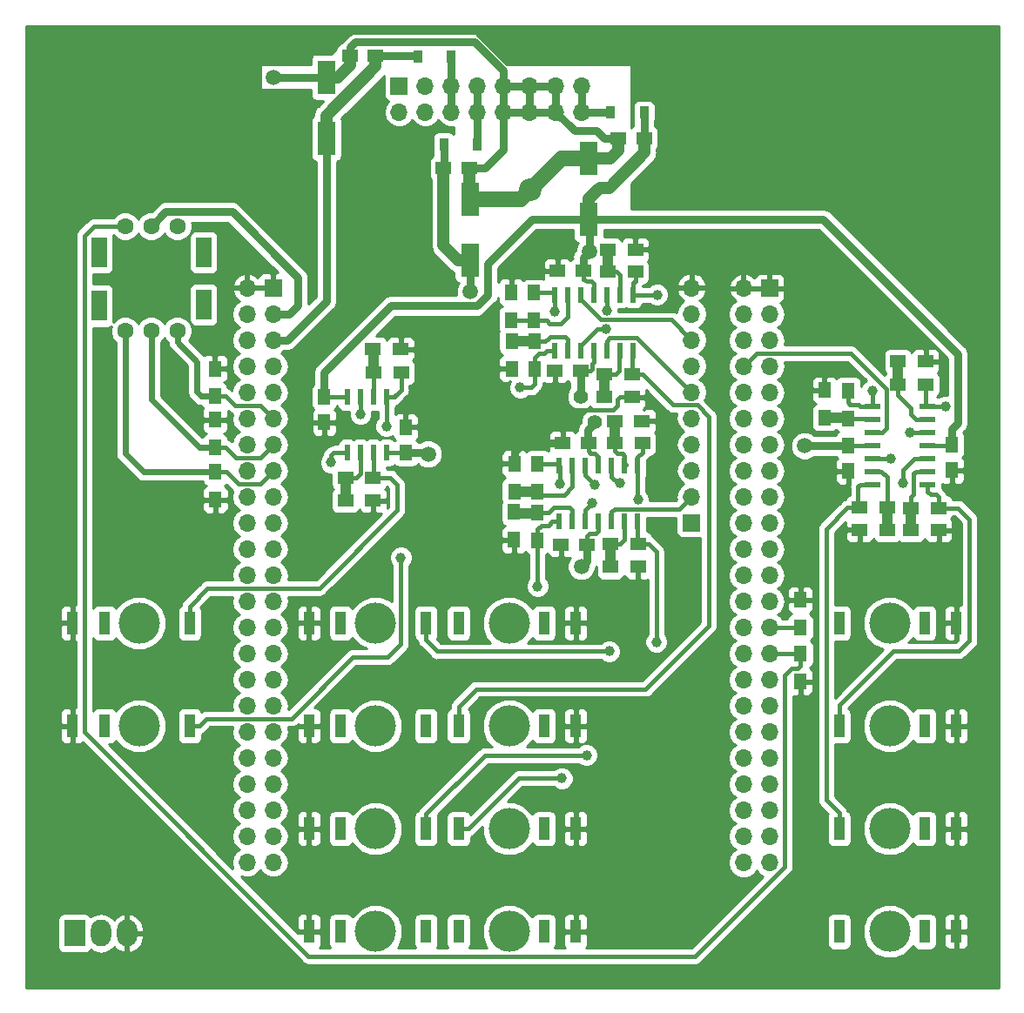
<source format=gbr>
G04 #@! TF.GenerationSoftware,KiCad,Pcbnew,(5.0.0-rc2-dev-787-g2d812c2)*
G04 #@! TF.CreationDate,2018-05-25T09:12:23+09:00*
G04 #@! TF.ProjectId,BLOCKSmodular-hardware,424C4F434B536D6F64756C61722D6861,rev?*
G04 #@! TF.SameCoordinates,Original*
G04 #@! TF.FileFunction,Copper,L1,Top,Signal*
G04 #@! TF.FilePolarity,Positive*
%FSLAX46Y46*%
G04 Gerber Fmt 4.6, Leading zero omitted, Abs format (unit mm)*
G04 Created by KiCad (PCBNEW (5.0.0-rc2-dev-787-g2d812c2)) date *
%MOMM*%
%LPD*%
G01*
G04 APERTURE LIST*
G04 #@! TA.AperFunction,ComponentPad*
%ADD10R,1.500000X3.000000*%
G04 #@! TD*
G04 #@! TA.AperFunction,ComponentPad*
%ADD11C,1.600000*%
G04 #@! TD*
G04 #@! TA.AperFunction,SMDPad,CuDef*
%ADD12R,1.500000X1.300000*%
G04 #@! TD*
G04 #@! TA.AperFunction,SMDPad,CuDef*
%ADD13R,0.900000X1.200000*%
G04 #@! TD*
G04 #@! TA.AperFunction,SMDPad,CuDef*
%ADD14R,1.500000X1.250000*%
G04 #@! TD*
G04 #@! TA.AperFunction,SMDPad,CuDef*
%ADD15R,1.300000X1.500000*%
G04 #@! TD*
G04 #@! TA.AperFunction,SMDPad,CuDef*
%ADD16R,1.250000X1.500000*%
G04 #@! TD*
G04 #@! TA.AperFunction,ComponentPad*
%ADD17R,1.100000X2.300000*%
G04 #@! TD*
G04 #@! TA.AperFunction,WasherPad*
%ADD18C,4.000000*%
G04 #@! TD*
G04 #@! TA.AperFunction,ComponentPad*
%ADD19R,1.700000X1.700000*%
G04 #@! TD*
G04 #@! TA.AperFunction,ComponentPad*
%ADD20O,1.700000X1.700000*%
G04 #@! TD*
G04 #@! TA.AperFunction,SMDPad,CuDef*
%ADD21R,0.600000X1.500000*%
G04 #@! TD*
G04 #@! TA.AperFunction,SMDPad,CuDef*
%ADD22R,1.500000X0.600000*%
G04 #@! TD*
G04 #@! TA.AperFunction,ComponentPad*
%ADD23R,2.000000X2.600000*%
G04 #@! TD*
G04 #@! TA.AperFunction,ComponentPad*
%ADD24O,2.000000X2.600000*%
G04 #@! TD*
G04 #@! TA.AperFunction,SMDPad,CuDef*
%ADD25R,0.600000X1.550000*%
G04 #@! TD*
G04 #@! TA.AperFunction,SMDPad,CuDef*
%ADD26R,1.778000X3.302000*%
G04 #@! TD*
G04 #@! TA.AperFunction,ViaPad*
%ADD27C,2.200000*%
G04 #@! TD*
G04 #@! TA.AperFunction,ViaPad*
%ADD28C,1.500000*%
G04 #@! TD*
G04 #@! TA.AperFunction,ViaPad*
%ADD29C,1.000000*%
G04 #@! TD*
G04 #@! TA.AperFunction,ViaPad*
%ADD30C,1.400000*%
G04 #@! TD*
G04 #@! TA.AperFunction,Conductor*
%ADD31C,0.800000*%
G04 #@! TD*
G04 #@! TA.AperFunction,Conductor*
%ADD32C,0.400000*%
G04 #@! TD*
G04 #@! TA.AperFunction,Conductor*
%ADD33C,1.200000*%
G04 #@! TD*
G04 #@! TA.AperFunction,Conductor*
%ADD34C,1.500000*%
G04 #@! TD*
G04 #@! TA.AperFunction,Conductor*
%ADD35C,1.000000*%
G04 #@! TD*
G04 #@! TA.AperFunction,Conductor*
%ADD36C,0.600000*%
G04 #@! TD*
G04 #@! TA.AperFunction,Conductor*
%ADD37C,0.254000*%
G04 #@! TD*
G04 APERTURE END LIST*
D10*
G04 #@! TO.P,SW1,*
G04 #@! TO.N,*
X67130000Y-47930000D03*
X67130000Y-53120000D03*
X77290000Y-53010000D03*
X77290000Y-47930000D03*
D11*
G04 #@! TO.P,SW1,1*
G04 #@! TO.N,Net-(J16-Pad27)*
X74750000Y-45390000D03*
G04 #@! TO.P,SW1,3*
G04 #@! TO.N,Net-(J15-Pad3)*
X72210000Y-45390000D03*
G04 #@! TO.P,SW1,5*
G04 #@! TO.N,Net-(J16-Pad29)*
X69670000Y-45390000D03*
G04 #@! TO.P,SW1,6*
G04 #@! TO.N,Net-(J15-Pad15)*
X69670000Y-55550000D03*
G04 #@! TO.P,SW1,2*
G04 #@! TO.N,Net-(J15-Pad11)*
X74750000Y-55550000D03*
G04 #@! TO.P,SW1,4*
G04 #@! TO.N,Net-(J15-Pad13)*
X72210000Y-55550000D03*
G04 #@! TD*
D12*
G04 #@! TO.P,R18,1*
G04 #@! TO.N,Net-(J11-Pad3)*
X96490000Y-59620000D03*
G04 #@! TO.P,R18,2*
G04 #@! TO.N,Net-(R17-Pad1)*
X93790000Y-59620000D03*
G04 #@! TD*
D13*
G04 #@! TO.P,D3,1*
G04 #@! TO.N,Net-(D3-Pad1)*
X116820000Y-34330000D03*
G04 #@! TO.P,D3,2*
G04 #@! TO.N,-12V*
X120120000Y-34330000D03*
G04 #@! TD*
D14*
G04 #@! TO.P,C1,1*
G04 #@! TO.N,GND*
X112050000Y-76360000D03*
G04 #@! TO.P,C1,2*
G04 #@! TO.N,+12V*
X114550000Y-76360000D03*
G04 #@! TD*
G04 #@! TO.P,C2,1*
G04 #@! TO.N,GND*
X112190000Y-66480000D03*
G04 #@! TO.P,C2,2*
G04 #@! TO.N,-12V*
X114690000Y-66480000D03*
G04 #@! TD*
G04 #@! TO.P,C3,1*
G04 #@! TO.N,GND*
X111450000Y-59430000D03*
G04 #@! TO.P,C3,2*
G04 #@! TO.N,+12V*
X113950000Y-59430000D03*
G04 #@! TD*
G04 #@! TO.P,C4,1*
G04 #@! TO.N,GND*
X111710000Y-49720000D03*
G04 #@! TO.P,C4,2*
G04 #@! TO.N,-12V*
X114210000Y-49720000D03*
G04 #@! TD*
D13*
G04 #@! TO.P,D1,1*
G04 #@! TO.N,+5V*
X98090000Y-28850000D03*
G04 #@! TO.P,D1,2*
G04 #@! TO.N,Net-(D1-Pad2)*
X101390000Y-28850000D03*
G04 #@! TD*
G04 #@! TO.P,D2,1*
G04 #@! TO.N,+12V*
X100630000Y-37410000D03*
G04 #@! TO.P,D2,2*
G04 #@! TO.N,Net-(D2-Pad2)*
X103930000Y-37410000D03*
G04 #@! TD*
D15*
G04 #@! TO.P,R1,1*
G04 #@! TO.N,Net-(R1-Pad1)*
X107470000Y-73200000D03*
G04 #@! TO.P,R1,2*
G04 #@! TO.N,GND*
X107470000Y-75900000D03*
G04 #@! TD*
G04 #@! TO.P,R2,1*
G04 #@! TO.N,Net-(J1-Pad3)*
X109770000Y-75950000D03*
G04 #@! TO.P,R2,2*
G04 #@! TO.N,Net-(R1-Pad1)*
X109770000Y-73250000D03*
G04 #@! TD*
D12*
G04 #@! TO.P,R3,1*
G04 #@! TO.N,Net-(R3-Pad1)*
X116850000Y-78530000D03*
G04 #@! TO.P,R3,2*
G04 #@! TO.N,GND*
X119550000Y-78530000D03*
G04 #@! TD*
G04 #@! TO.P,R4,1*
G04 #@! TO.N,Net-(J2-Pad3)*
X119570000Y-76330000D03*
G04 #@! TO.P,R4,2*
G04 #@! TO.N,Net-(R3-Pad1)*
X116870000Y-76330000D03*
G04 #@! TD*
G04 #@! TO.P,R5,1*
G04 #@! TO.N,Net-(R5-Pad1)*
X117230000Y-64360000D03*
G04 #@! TO.P,R5,2*
G04 #@! TO.N,GND*
X119930000Y-64360000D03*
G04 #@! TD*
G04 #@! TO.P,R6,1*
G04 #@! TO.N,Net-(J3-Pad3)*
X119950000Y-66510000D03*
G04 #@! TO.P,R6,2*
G04 #@! TO.N,Net-(R5-Pad1)*
X117250000Y-66510000D03*
G04 #@! TD*
D15*
G04 #@! TO.P,R7,1*
G04 #@! TO.N,Net-(R7-Pad1)*
X107500000Y-71180000D03*
G04 #@! TO.P,R7,2*
G04 #@! TO.N,GND*
X107500000Y-68480000D03*
G04 #@! TD*
G04 #@! TO.P,R8,1*
G04 #@! TO.N,Net-(J5-Pad3)*
X109740000Y-68500000D03*
G04 #@! TO.P,R8,2*
G04 #@! TO.N,Net-(R7-Pad1)*
X109740000Y-71200000D03*
G04 #@! TD*
G04 #@! TO.P,R9,1*
G04 #@! TO.N,Net-(R10-Pad2)*
X107240000Y-56540000D03*
G04 #@! TO.P,R9,2*
G04 #@! TO.N,GND*
X107240000Y-59240000D03*
G04 #@! TD*
G04 #@! TO.P,R10,1*
G04 #@! TO.N,Net-(J6-Pad3)*
X109470000Y-59310000D03*
G04 #@! TO.P,R10,2*
G04 #@! TO.N,Net-(R10-Pad2)*
X109470000Y-56610000D03*
G04 #@! TD*
D12*
G04 #@! TO.P,R11,1*
G04 #@! TO.N,Net-(R11-Pad1)*
X116230000Y-62010000D03*
G04 #@! TO.P,R11,2*
G04 #@! TO.N,GND*
X118930000Y-62010000D03*
G04 #@! TD*
G04 #@! TO.P,R12,1*
G04 #@! TO.N,Net-(J7-Pad3)*
X118930000Y-59810000D03*
G04 #@! TO.P,R12,2*
G04 #@! TO.N,Net-(R11-Pad1)*
X116230000Y-59810000D03*
G04 #@! TD*
G04 #@! TO.P,R13,1*
G04 #@! TO.N,Net-(R13-Pad1)*
X116560000Y-47670000D03*
G04 #@! TO.P,R13,2*
G04 #@! TO.N,GND*
X119260000Y-47670000D03*
G04 #@! TD*
G04 #@! TO.P,R14,1*
G04 #@! TO.N,Net-(J8-Pad3)*
X119260000Y-49830000D03*
G04 #@! TO.P,R14,2*
G04 #@! TO.N,Net-(R13-Pad1)*
X116560000Y-49830000D03*
G04 #@! TD*
D15*
G04 #@! TO.P,R15,1*
G04 #@! TO.N,Net-(R15-Pad1)*
X107210000Y-54500000D03*
G04 #@! TO.P,R15,2*
G04 #@! TO.N,GND*
X107210000Y-51800000D03*
G04 #@! TD*
G04 #@! TO.P,R16,1*
G04 #@! TO.N,Net-(J9-Pad3)*
X109420000Y-51860000D03*
G04 #@! TO.P,R16,2*
G04 #@! TO.N,Net-(R15-Pad1)*
X109420000Y-54560000D03*
G04 #@! TD*
D12*
G04 #@! TO.P,R17,1*
G04 #@! TO.N,Net-(R17-Pad1)*
X93760000Y-57350000D03*
G04 #@! TO.P,R17,2*
G04 #@! TO.N,GND*
X96460000Y-57350000D03*
G04 #@! TD*
G04 #@! TO.P,R20,1*
G04 #@! TO.N,Net-(J12-Pad3)*
X93770000Y-69830000D03*
G04 #@! TO.P,R20,2*
G04 #@! TO.N,Net-(R19-Pad1)*
X91070000Y-69830000D03*
G04 #@! TD*
G04 #@! TO.P,R19,1*
G04 #@! TO.N,Net-(R19-Pad1)*
X91070000Y-72070000D03*
G04 #@! TO.P,R19,2*
G04 #@! TO.N,GND*
X93770000Y-72070000D03*
G04 #@! TD*
D16*
G04 #@! TO.P,C5,1*
G04 #@! TO.N,GND*
X96940000Y-64940000D03*
G04 #@! TO.P,C5,2*
G04 #@! TO.N,+12V*
X96940000Y-67440000D03*
G04 #@! TD*
G04 #@! TO.P,C6,1*
G04 #@! TO.N,GND*
X89020000Y-64470000D03*
G04 #@! TO.P,C6,2*
G04 #@! TO.N,-12V*
X89020000Y-61970000D03*
G04 #@! TD*
D14*
G04 #@! TO.P,C9,1*
G04 #@! TO.N,+5V*
X94020000Y-28830000D03*
G04 #@! TO.P,C9,2*
G04 #@! TO.N,GND*
X91520000Y-28830000D03*
G04 #@! TD*
G04 #@! TO.P,C11,1*
G04 #@! TO.N,+12V*
X100620000Y-39750000D03*
G04 #@! TO.P,C11,2*
G04 #@! TO.N,GND*
X103120000Y-39750000D03*
G04 #@! TD*
G04 #@! TO.P,C13,1*
G04 #@! TO.N,-12V*
X120120000Y-36850000D03*
G04 #@! TO.P,C13,2*
G04 #@! TO.N,GND*
X117620000Y-36850000D03*
G04 #@! TD*
D17*
G04 #@! TO.P,J1,3*
G04 #@! TO.N,Net-(J1-Pad3)*
X98920000Y-114000000D03*
G04 #@! TO.P,J1,2*
G04 #@! TO.N,N/C*
X90620000Y-114000000D03*
G04 #@! TO.P,J1,1*
G04 #@! TO.N,GND*
X87520000Y-114000000D03*
D18*
G04 #@! TO.P,J1,*
G04 #@! TO.N,*
X94000000Y-114000000D03*
G04 #@! TD*
D17*
G04 #@! TO.P,J2,3*
G04 #@! TO.N,Net-(J2-Pad3)*
X102080000Y-114000000D03*
G04 #@! TO.P,J2,2*
G04 #@! TO.N,N/C*
X110380000Y-114000000D03*
G04 #@! TO.P,J2,1*
G04 #@! TO.N,GND*
X113480000Y-114000000D03*
D18*
G04 #@! TO.P,J2,*
G04 #@! TO.N,*
X107000000Y-114000000D03*
G04 #@! TD*
D17*
G04 #@! TO.P,J3,3*
G04 #@! TO.N,Net-(J3-Pad3)*
X98920000Y-104000000D03*
G04 #@! TO.P,J3,2*
G04 #@! TO.N,N/C*
X90620000Y-104000000D03*
G04 #@! TO.P,J3,1*
G04 #@! TO.N,GND*
X87520000Y-104000000D03*
D18*
G04 #@! TO.P,J3,*
G04 #@! TO.N,*
X94000000Y-104000000D03*
G04 #@! TD*
D17*
G04 #@! TO.P,J5,3*
G04 #@! TO.N,Net-(J5-Pad3)*
X102080000Y-104000000D03*
G04 #@! TO.P,J5,2*
G04 #@! TO.N,N/C*
X110380000Y-104000000D03*
G04 #@! TO.P,J5,1*
G04 #@! TO.N,GND*
X113480000Y-104000000D03*
D18*
G04 #@! TO.P,J5,*
G04 #@! TO.N,*
X107000000Y-104000000D03*
G04 #@! TD*
D17*
G04 #@! TO.P,J6,3*
G04 #@! TO.N,Net-(J6-Pad3)*
X98920000Y-94000000D03*
G04 #@! TO.P,J6,2*
G04 #@! TO.N,N/C*
X90620000Y-94000000D03*
G04 #@! TO.P,J6,1*
G04 #@! TO.N,GND*
X87520000Y-94000000D03*
D18*
G04 #@! TO.P,J6,*
G04 #@! TO.N,*
X94000000Y-94000000D03*
G04 #@! TD*
D17*
G04 #@! TO.P,J7,3*
G04 #@! TO.N,Net-(J7-Pad3)*
X102080000Y-94000000D03*
G04 #@! TO.P,J7,2*
G04 #@! TO.N,N/C*
X110380000Y-94000000D03*
G04 #@! TO.P,J7,1*
G04 #@! TO.N,GND*
X113480000Y-94000000D03*
D18*
G04 #@! TO.P,J7,*
G04 #@! TO.N,*
X107000000Y-94000000D03*
G04 #@! TD*
D17*
G04 #@! TO.P,J8,3*
G04 #@! TO.N,Net-(J8-Pad3)*
X98920000Y-84000000D03*
G04 #@! TO.P,J8,2*
G04 #@! TO.N,N/C*
X90620000Y-84000000D03*
G04 #@! TO.P,J8,1*
G04 #@! TO.N,GND*
X87520000Y-84000000D03*
D18*
G04 #@! TO.P,J8,*
G04 #@! TO.N,*
X94000000Y-84000000D03*
G04 #@! TD*
D17*
G04 #@! TO.P,J9,3*
G04 #@! TO.N,Net-(J9-Pad3)*
X102080000Y-84000000D03*
G04 #@! TO.P,J9,2*
G04 #@! TO.N,N/C*
X110380000Y-84000000D03*
G04 #@! TO.P,J9,1*
G04 #@! TO.N,GND*
X113480000Y-84000000D03*
D18*
G04 #@! TO.P,J9,*
G04 #@! TO.N,*
X107000000Y-84000000D03*
G04 #@! TD*
D17*
G04 #@! TO.P,J11,3*
G04 #@! TO.N,Net-(J11-Pad3)*
X75920000Y-94000000D03*
G04 #@! TO.P,J11,2*
G04 #@! TO.N,N/C*
X67620000Y-94000000D03*
G04 #@! TO.P,J11,1*
G04 #@! TO.N,GND*
X64520000Y-94000000D03*
D18*
G04 #@! TO.P,J11,*
G04 #@! TO.N,*
X71000000Y-94000000D03*
G04 #@! TD*
D17*
G04 #@! TO.P,J14,3*
G04 #@! TO.N,Net-(J14-Pad3)*
X139080000Y-104000000D03*
G04 #@! TO.P,J14,2*
G04 #@! TO.N,N/C*
X147380000Y-104000000D03*
G04 #@! TO.P,J14,1*
G04 #@! TO.N,GND*
X150480000Y-104000000D03*
D18*
G04 #@! TO.P,J14,*
G04 #@! TO.N,*
X144000000Y-104000000D03*
G04 #@! TD*
D15*
G04 #@! TO.P,R21,1*
G04 #@! TO.N,Net-(R21-Pad1)*
X137670000Y-64020000D03*
G04 #@! TO.P,R21,2*
G04 #@! TO.N,GND*
X137670000Y-61320000D03*
G04 #@! TD*
G04 #@! TO.P,R22,1*
G04 #@! TO.N,Net-(J13-Pad3)*
X139960000Y-61370000D03*
G04 #@! TO.P,R22,2*
G04 #@! TO.N,Net-(R21-Pad1)*
X139960000Y-64070000D03*
G04 #@! TD*
G04 #@! TO.P,R24,1*
G04 #@! TO.N,Net-(J16-Pad27)*
X135320000Y-84430000D03*
G04 #@! TO.P,R24,2*
G04 #@! TO.N,GND*
X135320000Y-81730000D03*
G04 #@! TD*
D16*
G04 #@! TO.P,C7,1*
G04 #@! TO.N,GND*
X139960000Y-69210000D03*
G04 #@! TO.P,C7,2*
G04 #@! TO.N,+12V*
X139960000Y-66710000D03*
G04 #@! TD*
G04 #@! TO.P,C8,1*
G04 #@! TO.N,GND*
X150050000Y-69130000D03*
G04 #@! TO.P,C8,2*
G04 #@! TO.N,-12V*
X150050000Y-66630000D03*
G04 #@! TD*
D19*
G04 #@! TO.P,J4,1*
G04 #@! TO.N,Net-(J4-Pad1)*
X124730000Y-74230000D03*
D20*
G04 #@! TO.P,J4,2*
G04 #@! TO.N,Net-(J4-Pad2)*
X124730000Y-71690000D03*
G04 #@! TO.P,J4,3*
G04 #@! TO.N,Net-(J4-Pad3)*
X124730000Y-69150000D03*
G04 #@! TO.P,J4,4*
G04 #@! TO.N,Net-(J4-Pad4)*
X124730000Y-66610000D03*
G04 #@! TO.P,J4,5*
G04 #@! TO.N,Net-(J4-Pad5)*
X124730000Y-64070000D03*
G04 #@! TO.P,J4,6*
G04 #@! TO.N,Net-(J4-Pad6)*
X124730000Y-61530000D03*
G04 #@! TO.P,J4,7*
G04 #@! TO.N,Net-(J4-Pad7)*
X124730000Y-58990000D03*
G04 #@! TO.P,J4,8*
G04 #@! TO.N,Net-(J4-Pad8)*
X124730000Y-56450000D03*
G04 #@! TO.P,J4,9*
G04 #@! TO.N,N/C*
X124730000Y-53910000D03*
G04 #@! TO.P,J4,10*
G04 #@! TO.N,GND*
X124730000Y-51370000D03*
G04 #@! TD*
D17*
G04 #@! TO.P,J19,3*
G04 #@! TO.N,Net-(J19-Pad3)*
X139080000Y-84000000D03*
G04 #@! TO.P,J19,2*
G04 #@! TO.N,N/C*
X147380000Y-84000000D03*
G04 #@! TO.P,J19,1*
G04 #@! TO.N,GND*
X150480000Y-84000000D03*
D18*
G04 #@! TO.P,J19,*
G04 #@! TO.N,*
X144000000Y-84000000D03*
G04 #@! TD*
D15*
G04 #@! TO.P,R23,1*
G04 #@! TO.N,GND*
X78370000Y-59240000D03*
G04 #@! TO.P,R23,2*
G04 #@! TO.N,Net-(J15-Pad11)*
X78370000Y-61940000D03*
G04 #@! TD*
G04 #@! TO.P,R27,1*
G04 #@! TO.N,GND*
X135320000Y-89690000D03*
G04 #@! TO.P,R27,2*
G04 #@! TO.N,Net-(J16-Pad29)*
X135320000Y-86990000D03*
G04 #@! TD*
D12*
G04 #@! TO.P,R28,1*
G04 #@! TO.N,Net-(R28-Pad1)*
X143760000Y-74930000D03*
G04 #@! TO.P,R28,2*
G04 #@! TO.N,GND*
X141060000Y-74930000D03*
G04 #@! TD*
D15*
G04 #@! TO.P,R25,1*
G04 #@! TO.N,GND*
X78390000Y-64220000D03*
G04 #@! TO.P,R25,2*
G04 #@! TO.N,Net-(J15-Pad13)*
X78390000Y-66920000D03*
G04 #@! TD*
G04 #@! TO.P,R26,1*
G04 #@! TO.N,GND*
X78440000Y-72000000D03*
G04 #@! TO.P,R26,2*
G04 #@! TO.N,Net-(J15-Pad15)*
X78440000Y-69300000D03*
G04 #@! TD*
D12*
G04 #@! TO.P,R29,1*
G04 #@! TO.N,Net-(J14-Pad3)*
X141070000Y-72770000D03*
G04 #@! TO.P,R29,2*
G04 #@! TO.N,Net-(R28-Pad1)*
X143770000Y-72770000D03*
G04 #@! TD*
G04 #@! TO.P,R30,1*
G04 #@! TO.N,Net-(R30-Pad1)*
X146070000Y-74950000D03*
G04 #@! TO.P,R30,2*
G04 #@! TO.N,GND*
X148770000Y-74950000D03*
G04 #@! TD*
G04 #@! TO.P,R31,1*
G04 #@! TO.N,Net-(J18-Pad3)*
X148750000Y-72790000D03*
G04 #@! TO.P,R31,2*
G04 #@! TO.N,Net-(R30-Pad1)*
X146050000Y-72790000D03*
G04 #@! TD*
G04 #@! TO.P,R32,1*
G04 #@! TO.N,Net-(R32-Pad1)*
X144800000Y-58540000D03*
G04 #@! TO.P,R32,2*
G04 #@! TO.N,GND*
X147500000Y-58540000D03*
G04 #@! TD*
G04 #@! TO.P,R33,1*
G04 #@! TO.N,Net-(J19-Pad3)*
X147510000Y-60790000D03*
G04 #@! TO.P,R33,2*
G04 #@! TO.N,Net-(R32-Pad1)*
X144810000Y-60790000D03*
G04 #@! TD*
D17*
G04 #@! TO.P,J12,3*
G04 #@! TO.N,Net-(J12-Pad3)*
X75920000Y-84000000D03*
G04 #@! TO.P,J12,2*
G04 #@! TO.N,N/C*
X67620000Y-84000000D03*
G04 #@! TO.P,J12,1*
G04 #@! TO.N,GND*
X64520000Y-84000000D03*
D18*
G04 #@! TO.P,J12,*
G04 #@! TO.N,*
X71000000Y-84000000D03*
G04 #@! TD*
D17*
G04 #@! TO.P,J13,3*
G04 #@! TO.N,Net-(J13-Pad3)*
X139080000Y-114000000D03*
G04 #@! TO.P,J13,2*
G04 #@! TO.N,N/C*
X147380000Y-114000000D03*
G04 #@! TO.P,J13,1*
G04 #@! TO.N,GND*
X150480000Y-114000000D03*
D18*
G04 #@! TO.P,J13,*
G04 #@! TO.N,*
X144000000Y-114000000D03*
G04 #@! TD*
D19*
G04 #@! TO.P,J17,1*
G04 #@! TO.N,N/C*
X96310000Y-31740000D03*
D20*
G04 #@! TO.P,J17,2*
X96310000Y-34280000D03*
G04 #@! TO.P,J17,3*
X98850000Y-31740000D03*
G04 #@! TO.P,J17,4*
X98850000Y-34280000D03*
G04 #@! TO.P,J17,5*
G04 #@! TO.N,Net-(D1-Pad2)*
X101390000Y-31740000D03*
G04 #@! TO.P,J17,6*
X101390000Y-34280000D03*
G04 #@! TO.P,J17,7*
G04 #@! TO.N,Net-(D2-Pad2)*
X103930000Y-31740000D03*
G04 #@! TO.P,J17,8*
X103930000Y-34280000D03*
G04 #@! TO.P,J17,9*
G04 #@! TO.N,GND*
X106470000Y-31740000D03*
G04 #@! TO.P,J17,10*
X106470000Y-34280000D03*
G04 #@! TO.P,J17,11*
X109010000Y-31740000D03*
G04 #@! TO.P,J17,12*
X109010000Y-34280000D03*
G04 #@! TO.P,J17,13*
X111550000Y-31740000D03*
G04 #@! TO.P,J17,14*
X111550000Y-34280000D03*
G04 #@! TO.P,J17,15*
G04 #@! TO.N,Net-(D3-Pad1)*
X114090000Y-31740000D03*
G04 #@! TO.P,J17,16*
X114090000Y-34280000D03*
G04 #@! TD*
D19*
G04 #@! TO.P,J15,1*
G04 #@! TO.N,GND*
X84060000Y-51390000D03*
D20*
G04 #@! TO.P,J15,2*
X81520000Y-51390000D03*
G04 #@! TO.P,J15,3*
G04 #@! TO.N,Net-(J15-Pad3)*
X84060000Y-53930000D03*
G04 #@! TO.P,J15,4*
G04 #@! TO.N,N/C*
X81520000Y-53930000D03*
G04 #@! TO.P,J15,5*
G04 #@! TO.N,+5V*
X84060000Y-56470000D03*
G04 #@! TO.P,J15,6*
G04 #@! TO.N,N/C*
X81520000Y-56470000D03*
G04 #@! TO.P,J15,7*
X84060000Y-59010000D03*
G04 #@! TO.P,J15,8*
X81520000Y-59010000D03*
G04 #@! TO.P,J15,9*
X84060000Y-61550000D03*
G04 #@! TO.P,J15,10*
X81520000Y-61550000D03*
G04 #@! TO.P,J15,11*
G04 #@! TO.N,Net-(J15-Pad11)*
X84060000Y-64090000D03*
G04 #@! TO.P,J15,12*
G04 #@! TO.N,N/C*
X81520000Y-64090000D03*
G04 #@! TO.P,J15,13*
G04 #@! TO.N,Net-(J15-Pad13)*
X84060000Y-66630000D03*
G04 #@! TO.P,J15,14*
G04 #@! TO.N,N/C*
X81520000Y-66630000D03*
G04 #@! TO.P,J15,15*
G04 #@! TO.N,Net-(J15-Pad15)*
X84060000Y-69170000D03*
G04 #@! TO.P,J15,16*
G04 #@! TO.N,N/C*
X81520000Y-69170000D03*
G04 #@! TO.P,J15,17*
X84060000Y-71710000D03*
G04 #@! TO.P,J15,18*
X81520000Y-71710000D03*
G04 #@! TO.P,J15,19*
X84060000Y-74250000D03*
G04 #@! TO.P,J15,20*
X81520000Y-74250000D03*
G04 #@! TO.P,J15,21*
X84060000Y-76790000D03*
G04 #@! TO.P,J15,22*
X81520000Y-76790000D03*
G04 #@! TO.P,J15,23*
X84060000Y-79330000D03*
G04 #@! TO.P,J15,24*
X81520000Y-79330000D03*
G04 #@! TO.P,J15,25*
X84060000Y-81870000D03*
G04 #@! TO.P,J15,26*
X81520000Y-81870000D03*
G04 #@! TO.P,J15,27*
X84060000Y-84410000D03*
G04 #@! TO.P,J15,28*
X81520000Y-84410000D03*
G04 #@! TO.P,J15,29*
X84060000Y-86950000D03*
G04 #@! TO.P,J15,30*
X81520000Y-86950000D03*
G04 #@! TO.P,J15,31*
X84060000Y-89490000D03*
G04 #@! TO.P,J15,32*
X81520000Y-89490000D03*
G04 #@! TO.P,J15,33*
X84060000Y-92030000D03*
G04 #@! TO.P,J15,34*
X81520000Y-92030000D03*
G04 #@! TO.P,J15,35*
X84060000Y-94570000D03*
G04 #@! TO.P,J15,36*
X81520000Y-94570000D03*
G04 #@! TO.P,J15,37*
X84060000Y-97110000D03*
G04 #@! TO.P,J15,38*
X81520000Y-97110000D03*
G04 #@! TO.P,J15,39*
X84060000Y-99650000D03*
G04 #@! TO.P,J15,40*
X81520000Y-99650000D03*
G04 #@! TO.P,J15,41*
X84060000Y-102190000D03*
G04 #@! TO.P,J15,42*
X81520000Y-102190000D03*
G04 #@! TO.P,J15,43*
X84060000Y-104730000D03*
G04 #@! TO.P,J15,44*
X81520000Y-104730000D03*
G04 #@! TO.P,J15,45*
X84060000Y-107270000D03*
G04 #@! TO.P,J15,46*
X81520000Y-107270000D03*
G04 #@! TD*
D19*
G04 #@! TO.P,J16,1*
G04 #@! TO.N,GND*
X132330000Y-51410000D03*
D20*
G04 #@! TO.P,J16,2*
X129790000Y-51410000D03*
G04 #@! TO.P,J16,3*
G04 #@! TO.N,N/C*
X132330000Y-53950000D03*
G04 #@! TO.P,J16,4*
X129790000Y-53950000D03*
G04 #@! TO.P,J16,5*
X132330000Y-56490000D03*
G04 #@! TO.P,J16,6*
X129790000Y-56490000D03*
G04 #@! TO.P,J16,7*
X132330000Y-59030000D03*
G04 #@! TO.P,J16,8*
G04 #@! TO.N,Net-(J16-Pad8)*
X129790000Y-59030000D03*
G04 #@! TO.P,J16,9*
G04 #@! TO.N,N/C*
X132330000Y-61570000D03*
G04 #@! TO.P,J16,10*
G04 #@! TO.N,Net-(J16-Pad10)*
X129790000Y-61570000D03*
G04 #@! TO.P,J16,11*
G04 #@! TO.N,N/C*
X132330000Y-64110000D03*
G04 #@! TO.P,J16,12*
G04 #@! TO.N,Net-(J16-Pad12)*
X129790000Y-64110000D03*
G04 #@! TO.P,J16,13*
G04 #@! TO.N,N/C*
X132330000Y-66650000D03*
G04 #@! TO.P,J16,14*
X129790000Y-66650000D03*
G04 #@! TO.P,J16,15*
X132330000Y-69190000D03*
G04 #@! TO.P,J16,16*
G04 #@! TO.N,Net-(J16-Pad16)*
X129790000Y-69190000D03*
G04 #@! TO.P,J16,17*
G04 #@! TO.N,N/C*
X132330000Y-71730000D03*
G04 #@! TO.P,J16,18*
X129790000Y-71730000D03*
G04 #@! TO.P,J16,19*
X132330000Y-74270000D03*
G04 #@! TO.P,J16,20*
X129790000Y-74270000D03*
G04 #@! TO.P,J16,21*
X132330000Y-76810000D03*
G04 #@! TO.P,J16,22*
X129790000Y-76810000D03*
G04 #@! TO.P,J16,23*
X132330000Y-79350000D03*
G04 #@! TO.P,J16,24*
X129790000Y-79350000D03*
G04 #@! TO.P,J16,25*
X132330000Y-81890000D03*
G04 #@! TO.P,J16,26*
X129790000Y-81890000D03*
G04 #@! TO.P,J16,27*
G04 #@! TO.N,Net-(J16-Pad27)*
X132330000Y-84430000D03*
G04 #@! TO.P,J16,28*
G04 #@! TO.N,N/C*
X129790000Y-84430000D03*
G04 #@! TO.P,J16,29*
G04 #@! TO.N,Net-(J16-Pad29)*
X132330000Y-86970000D03*
G04 #@! TO.P,J16,30*
G04 #@! TO.N,N/C*
X129790000Y-86970000D03*
G04 #@! TO.P,J16,31*
X132330000Y-89510000D03*
G04 #@! TO.P,J16,32*
X129790000Y-89510000D03*
G04 #@! TO.P,J16,33*
X132330000Y-92050000D03*
G04 #@! TO.P,J16,34*
X129790000Y-92050000D03*
G04 #@! TO.P,J16,35*
X132330000Y-94590000D03*
G04 #@! TO.P,J16,36*
X129790000Y-94590000D03*
G04 #@! TO.P,J16,37*
X132330000Y-97130000D03*
G04 #@! TO.P,J16,38*
X129790000Y-97130000D03*
G04 #@! TO.P,J16,39*
X132330000Y-99670000D03*
G04 #@! TO.P,J16,40*
X129790000Y-99670000D03*
G04 #@! TO.P,J16,41*
X132330000Y-102210000D03*
G04 #@! TO.P,J16,42*
X129790000Y-102210000D03*
G04 #@! TO.P,J16,43*
X132330000Y-104750000D03*
G04 #@! TO.P,J16,44*
X129790000Y-104750000D03*
G04 #@! TO.P,J16,45*
X132330000Y-107290000D03*
G04 #@! TO.P,J16,46*
X129790000Y-107290000D03*
G04 #@! TD*
D17*
G04 #@! TO.P,J18,3*
G04 #@! TO.N,Net-(J18-Pad3)*
X139080000Y-94000000D03*
G04 #@! TO.P,J18,2*
G04 #@! TO.N,N/C*
X147380000Y-94000000D03*
G04 #@! TO.P,J18,1*
G04 #@! TO.N,GND*
X150480000Y-94000000D03*
D18*
G04 #@! TO.P,J18,*
G04 #@! TO.N,*
X144000000Y-94000000D03*
G04 #@! TD*
D21*
G04 #@! TO.P,U1,1*
G04 #@! TO.N,Net-(J1-Pad3)*
X111870000Y-74120000D03*
G04 #@! TO.P,U1,2*
G04 #@! TO.N,Net-(R1-Pad1)*
X113140000Y-74120000D03*
G04 #@! TO.P,U1,3*
G04 #@! TO.N,Net-(J4-Pad1)*
X114410000Y-74120000D03*
G04 #@! TO.P,U1,4*
G04 #@! TO.N,+12V*
X115680000Y-74120000D03*
G04 #@! TO.P,U1,5*
G04 #@! TO.N,Net-(J4-Pad2)*
X116950000Y-74120000D03*
G04 #@! TO.P,U1,6*
G04 #@! TO.N,Net-(R3-Pad1)*
X118220000Y-74120000D03*
G04 #@! TO.P,U1,7*
G04 #@! TO.N,Net-(J2-Pad3)*
X119490000Y-74120000D03*
G04 #@! TO.P,U1,8*
G04 #@! TO.N,Net-(J3-Pad3)*
X119490000Y-68720000D03*
G04 #@! TO.P,U1,9*
G04 #@! TO.N,Net-(R5-Pad1)*
X118220000Y-68720000D03*
G04 #@! TO.P,U1,10*
G04 #@! TO.N,Net-(J4-Pad3)*
X116950000Y-68720000D03*
G04 #@! TO.P,U1,11*
G04 #@! TO.N,-12V*
X115680000Y-68720000D03*
G04 #@! TO.P,U1,12*
G04 #@! TO.N,Net-(J4-Pad4)*
X114410000Y-68720000D03*
G04 #@! TO.P,U1,13*
G04 #@! TO.N,Net-(R7-Pad1)*
X113140000Y-68720000D03*
G04 #@! TO.P,U1,14*
G04 #@! TO.N,Net-(J5-Pad3)*
X111870000Y-68720000D03*
G04 #@! TD*
G04 #@! TO.P,U2,1*
G04 #@! TO.N,Net-(J6-Pad3)*
X111400000Y-57480000D03*
G04 #@! TO.P,U2,2*
G04 #@! TO.N,Net-(R10-Pad2)*
X112670000Y-57480000D03*
G04 #@! TO.P,U2,3*
G04 #@! TO.N,Net-(J4-Pad5)*
X113940000Y-57480000D03*
G04 #@! TO.P,U2,4*
G04 #@! TO.N,+12V*
X115210000Y-57480000D03*
G04 #@! TO.P,U2,5*
G04 #@! TO.N,Net-(J4-Pad6)*
X116480000Y-57480000D03*
G04 #@! TO.P,U2,6*
G04 #@! TO.N,Net-(R11-Pad1)*
X117750000Y-57480000D03*
G04 #@! TO.P,U2,7*
G04 #@! TO.N,Net-(J7-Pad3)*
X119020000Y-57480000D03*
G04 #@! TO.P,U2,8*
G04 #@! TO.N,Net-(J8-Pad3)*
X119020000Y-52080000D03*
G04 #@! TO.P,U2,9*
G04 #@! TO.N,Net-(R13-Pad1)*
X117750000Y-52080000D03*
G04 #@! TO.P,U2,10*
G04 #@! TO.N,Net-(J4-Pad7)*
X116480000Y-52080000D03*
G04 #@! TO.P,U2,11*
G04 #@! TO.N,-12V*
X115210000Y-52080000D03*
G04 #@! TO.P,U2,12*
G04 #@! TO.N,Net-(J4-Pad8)*
X113940000Y-52080000D03*
G04 #@! TO.P,U2,13*
G04 #@! TO.N,Net-(R15-Pad1)*
X112670000Y-52080000D03*
G04 #@! TO.P,U2,14*
G04 #@! TO.N,Net-(J9-Pad3)*
X111400000Y-52080000D03*
G04 #@! TD*
D22*
G04 #@! TO.P,U4,1*
G04 #@! TO.N,Net-(J13-Pad3)*
X142300000Y-62890000D03*
G04 #@! TO.P,U4,2*
G04 #@! TO.N,Net-(R21-Pad1)*
X142300000Y-64160000D03*
G04 #@! TO.P,U4,3*
G04 #@! TO.N,Net-(J16-Pad8)*
X142300000Y-65430000D03*
G04 #@! TO.P,U4,4*
G04 #@! TO.N,+12V*
X142300000Y-66700000D03*
G04 #@! TO.P,U4,5*
G04 #@! TO.N,Net-(J16-Pad10)*
X142300000Y-67970000D03*
G04 #@! TO.P,U4,6*
G04 #@! TO.N,Net-(R28-Pad1)*
X142300000Y-69240000D03*
G04 #@! TO.P,U4,7*
G04 #@! TO.N,Net-(J14-Pad3)*
X142300000Y-70510000D03*
G04 #@! TO.P,U4,8*
G04 #@! TO.N,Net-(J18-Pad3)*
X147700000Y-70510000D03*
G04 #@! TO.P,U4,9*
G04 #@! TO.N,Net-(R30-Pad1)*
X147700000Y-69240000D03*
G04 #@! TO.P,U4,10*
G04 #@! TO.N,Net-(J16-Pad12)*
X147700000Y-67970000D03*
G04 #@! TO.P,U4,11*
G04 #@! TO.N,-12V*
X147700000Y-66700000D03*
G04 #@! TO.P,U4,12*
G04 #@! TO.N,Net-(J16-Pad16)*
X147700000Y-65430000D03*
G04 #@! TO.P,U4,13*
G04 #@! TO.N,Net-(R32-Pad1)*
X147700000Y-64160000D03*
G04 #@! TO.P,U4,14*
G04 #@! TO.N,Net-(J19-Pad3)*
X147700000Y-62890000D03*
G04 #@! TD*
D23*
G04 #@! TO.P,J10,1*
G04 #@! TO.N,Net-(J10-Pad1)*
X64740000Y-114170000D03*
D24*
G04 #@! TO.P,J10,2*
G04 #@! TO.N,Net-(J10-Pad2)*
X67280000Y-114170000D03*
G04 #@! TO.P,J10,3*
G04 #@! TO.N,GND*
X69820000Y-114170000D03*
G04 #@! TD*
D25*
G04 #@! TO.P,U3,1*
G04 #@! TO.N,Net-(J11-Pad3)*
X95055000Y-62030000D03*
G04 #@! TO.P,U3,2*
G04 #@! TO.N,Net-(R17-Pad1)*
X93785000Y-62030000D03*
G04 #@! TO.P,U3,3*
G04 #@! TO.N,Net-(J10-Pad1)*
X92515000Y-62030000D03*
G04 #@! TO.P,U3,4*
G04 #@! TO.N,-12V*
X91245000Y-62030000D03*
G04 #@! TO.P,U3,5*
G04 #@! TO.N,Net-(J10-Pad2)*
X91245000Y-67430000D03*
G04 #@! TO.P,U3,6*
G04 #@! TO.N,Net-(R19-Pad1)*
X92515000Y-67430000D03*
G04 #@! TO.P,U3,7*
G04 #@! TO.N,Net-(J12-Pad3)*
X93785000Y-67430000D03*
G04 #@! TO.P,U3,8*
G04 #@! TO.N,+12V*
X95055000Y-67430000D03*
G04 #@! TD*
D26*
G04 #@! TO.P,C10,1*
G04 #@! TO.N,+5V*
X89230000Y-36819100D03*
G04 #@! TO.P,C10,2*
G04 #@! TO.N,GND*
X89230000Y-30900900D03*
G04 #@! TD*
G04 #@! TO.P,C12,1*
G04 #@! TO.N,+12V*
X103180000Y-48679100D03*
G04 #@! TO.P,C12,2*
G04 #@! TO.N,GND*
X103180000Y-42760900D03*
G04 #@! TD*
G04 #@! TO.P,C14,1*
G04 #@! TO.N,GND*
X114730000Y-38820900D03*
G04 #@! TO.P,C14,2*
G04 #@! TO.N,-12V*
X114730000Y-44739100D03*
G04 #@! TD*
D27*
G04 #@! TO.N,GND*
X109030000Y-41870000D03*
D28*
X84070000Y-30900000D03*
D29*
X110170000Y-47390000D03*
X74410000Y-60670000D03*
X69720000Y-72250000D03*
X74710000Y-78420000D03*
X94720000Y-37250000D03*
X94720000Y-47250000D03*
X109720000Y-27250000D03*
X119720000Y-27250000D03*
X129720000Y-27250000D03*
X139720000Y-27250000D03*
X149720000Y-27250000D03*
X149720000Y-37250000D03*
X139720000Y-37250000D03*
X129720000Y-37250000D03*
X152720000Y-52250000D03*
X142220000Y-54750000D03*
X137220000Y-117250000D03*
X127220000Y-117250000D03*
X67220000Y-102250000D03*
X62220000Y-27250000D03*
X72220000Y-27250000D03*
X82220000Y-27250000D03*
X82220000Y-37250000D03*
X72220000Y-37250000D03*
X62220000Y-37250000D03*
X62220000Y-49750000D03*
X102220000Y-72250000D03*
X102220000Y-59750000D03*
X100510000Y-89010000D03*
X97170000Y-100590000D03*
D28*
G04 #@! TO.N,+12V*
X135730000Y-66760000D03*
X114010000Y-78500000D03*
D30*
X113930000Y-62000000D03*
D28*
X103210000Y-51780000D03*
X99120000Y-67550002D03*
D30*
G04 #@! TO.N,-12V*
X115280000Y-64410000D03*
D28*
X114820000Y-47849994D03*
D29*
G04 #@! TO.N,Net-(J4-Pad3)*
X117760000Y-70410000D03*
G04 #@! TO.N,Net-(J4-Pad1)*
X115080000Y-72330000D03*
G04 #@! TO.N,Net-(J4-Pad4)*
X115340000Y-70550000D03*
G04 #@! TO.N,Net-(J4-Pad5)*
X116429347Y-55394753D03*
G04 #@! TO.N,Net-(J4-Pad7)*
X116500000Y-53594741D03*
G04 #@! TO.N,Net-(J1-Pad3)*
X109760000Y-80430000D03*
G04 #@! TO.N,Net-(J2-Pad3)*
X121320000Y-85850000D03*
G04 #@! TO.N,Net-(J3-Pad3)*
X119519998Y-72016334D03*
X114520000Y-96850000D03*
G04 #@! TO.N,Net-(J5-Pad3)*
X111890000Y-70430000D03*
X112110000Y-99100000D03*
G04 #@! TO.N,Net-(J6-Pad3)*
X108070000Y-61100000D03*
G04 #@! TO.N,Net-(J8-Pad3)*
X121400000Y-52050000D03*
X116720000Y-86750000D03*
G04 #@! TO.N,Net-(J9-Pad3)*
X111389991Y-53711210D03*
G04 #@! TO.N,Net-(J11-Pad3)*
X95054420Y-64856568D03*
X96467930Y-77621834D03*
G04 #@! TO.N,Net-(J19-Pad3)*
X149421609Y-62916732D03*
G04 #@! TO.N,Net-(J10-Pad1)*
X92540000Y-63690000D03*
G04 #@! TO.N,Net-(J10-Pad2)*
X89670000Y-68380000D03*
G04 #@! TO.N,Net-(J13-Pad3)*
X142300000Y-61390000D03*
G04 #@! TO.N,Net-(J16-Pad12)*
X145260000Y-70370000D03*
G04 #@! TO.N,Net-(J16-Pad16)*
X145950000Y-65440000D03*
G04 #@! TO.N,Net-(J16-Pad10)*
X144070000Y-67960000D03*
G04 #@! TD*
D31*
G04 #@! TO.N,GND*
X129750000Y-51370000D02*
X129790000Y-51410000D01*
X78390000Y-64220000D02*
X78570002Y-64220000D01*
X107500000Y-68480000D02*
X107500000Y-67330000D01*
X107500000Y-67330000D02*
X108350000Y-66480000D01*
X108350000Y-66480000D02*
X112190000Y-66480000D01*
X106470000Y-34280000D02*
X109010000Y-34280000D01*
X106470000Y-31740000D02*
X106470000Y-34280000D01*
X109010000Y-34280000D02*
X109010000Y-31740000D01*
X111550000Y-34280000D02*
X109010000Y-34280000D01*
X111550000Y-34280000D02*
X111550000Y-31740000D01*
X109010000Y-31740000D02*
X111550000Y-31740000D01*
D32*
X118830000Y-62010000D02*
X118710000Y-62130000D01*
X118930000Y-62010000D02*
X118830000Y-62010000D01*
D31*
X106245000Y-31740000D02*
X107570000Y-31740000D01*
X107570000Y-31740000D02*
X109010000Y-31740000D01*
X106470000Y-31740000D02*
X107570000Y-31740000D01*
X103120000Y-39750000D02*
X104670000Y-39750000D01*
D33*
X90349100Y-30900900D02*
X89230000Y-30900900D01*
X91520000Y-29730000D02*
X90349100Y-30900900D01*
X91520000Y-28830000D02*
X91520000Y-29730000D01*
X103120000Y-42700900D02*
X103180000Y-42760900D01*
X103120000Y-39750000D02*
X103120000Y-42700900D01*
X116819000Y-38820900D02*
X117620000Y-38019900D01*
X114730000Y-38820900D02*
X116819000Y-38820900D01*
X117620000Y-38019900D02*
X117620000Y-36850000D01*
D31*
X106470000Y-37950000D02*
X106470000Y-34280000D01*
X104670000Y-39750000D02*
X106470000Y-37950000D01*
X115530000Y-36100000D02*
X113370000Y-36100000D01*
X113370000Y-36100000D02*
X111550000Y-34280000D01*
X116280000Y-36850000D02*
X115530000Y-36100000D01*
X117620000Y-36850000D02*
X116280000Y-36850000D01*
D34*
X103180000Y-42760900D02*
X108139100Y-42760900D01*
X108139100Y-42760900D02*
X109030000Y-41870000D01*
X112079100Y-38820900D02*
X114730000Y-38820900D01*
X109030000Y-41870000D02*
X112079100Y-38820900D01*
D31*
X89229100Y-30900000D02*
X89230000Y-30900900D01*
X84070000Y-30900000D02*
X89229100Y-30900000D01*
X106470000Y-30270000D02*
X106470000Y-31740000D01*
X103610000Y-27410000D02*
X106470000Y-30270000D01*
X92060000Y-27410000D02*
X103610000Y-27410000D01*
X91520000Y-27950000D02*
X92060000Y-27410000D01*
X91520000Y-28830000D02*
X91520000Y-27950000D01*
D32*
X112190000Y-64460000D02*
X112190000Y-66480000D01*
X113350000Y-63300000D02*
X112190000Y-64460000D01*
X117060002Y-63300000D02*
X113350000Y-63300000D01*
X117530000Y-62260000D02*
X117530000Y-62830002D01*
X117780000Y-62010000D02*
X117530000Y-62260000D01*
X117530000Y-62830002D02*
X117060002Y-63300000D01*
X118930000Y-62010000D02*
X117780000Y-62010000D01*
G04 #@! TO.N,+12V*
X114550000Y-76360000D02*
X114550000Y-75550000D01*
X115680000Y-75010000D02*
X115680000Y-74120000D01*
X114550000Y-75550000D02*
X114800000Y-75300000D01*
X114800000Y-75300000D02*
X115390000Y-75300000D01*
X115390000Y-75300000D02*
X115680000Y-75010000D01*
X142300000Y-66700000D02*
X139970000Y-66700000D01*
X139970000Y-66700000D02*
X139960000Y-66710000D01*
D31*
X135730000Y-66760000D02*
X139910000Y-66760000D01*
X139910000Y-66760000D02*
X139960000Y-66710000D01*
X114010000Y-78500000D02*
X114550000Y-77960000D01*
X114550000Y-77960000D02*
X114550000Y-76360000D01*
X100630000Y-37410000D02*
X100630000Y-39740000D01*
X100630000Y-39740000D02*
X100620000Y-39750000D01*
D32*
X97290000Y-67430000D02*
X97310000Y-67450000D01*
X96930000Y-67430000D02*
X96940000Y-67440000D01*
X95055000Y-67430000D02*
X96930000Y-67430000D01*
D31*
X113930000Y-59450000D02*
X113950000Y-59430000D01*
X113930000Y-62000000D02*
X113930000Y-59450000D01*
D32*
X115210000Y-58630000D02*
X115060000Y-58780000D01*
X115210000Y-57480000D02*
X115210000Y-58630000D01*
X115060000Y-58780000D02*
X115060000Y-59240000D01*
X114870000Y-59430000D02*
X113950000Y-59430000D01*
X115060000Y-59240000D02*
X114870000Y-59430000D01*
D33*
X102009100Y-48679100D02*
X103180000Y-48679100D01*
X100620000Y-47290000D02*
X102009100Y-48679100D01*
X100620000Y-39750000D02*
X100620000Y-47290000D01*
D31*
X103180000Y-48679100D02*
X103180000Y-51750000D01*
X103180000Y-51750000D02*
X103210000Y-51780000D01*
X99009998Y-67440000D02*
X99120000Y-67550002D01*
X96940000Y-67440000D02*
X99009998Y-67440000D01*
G04 #@! TO.N,+5V*
X98070000Y-28830000D02*
X98090000Y-28850000D01*
X94020000Y-28830000D02*
X98070000Y-28830000D01*
D33*
X89230000Y-34630000D02*
X89230000Y-36819100D01*
X94020000Y-29840000D02*
X89230000Y-34630000D01*
X94020000Y-28830000D02*
X94020000Y-29840000D01*
D31*
X89230000Y-52660000D02*
X89230000Y-36819100D01*
X84080000Y-56450000D02*
X85440000Y-56450000D01*
X85440000Y-56450000D02*
X89230000Y-52660000D01*
X84060000Y-56470000D02*
X84080000Y-56450000D01*
D32*
G04 #@! TO.N,-12V*
X115680000Y-68720000D02*
X115680000Y-67810000D01*
X115680000Y-67810000D02*
X115360000Y-67490000D01*
X115360000Y-67490000D02*
X114900000Y-67490000D01*
X114900000Y-67490000D02*
X114690000Y-67280000D01*
X114690000Y-67280000D02*
X114690000Y-66480000D01*
D31*
X114170000Y-49680000D02*
X114210000Y-49720000D01*
D32*
X147700000Y-66700000D02*
X149980000Y-66700000D01*
X149980000Y-66700000D02*
X150050000Y-66630000D01*
D31*
X115280000Y-64410000D02*
X115280000Y-64610000D01*
X115280000Y-64610000D02*
X114680000Y-65210000D01*
X114680000Y-65210000D02*
X114680000Y-66470000D01*
X114680000Y-66470000D02*
X114690000Y-66480000D01*
X120120000Y-36850000D02*
X120120000Y-34330000D01*
D32*
X114940000Y-50750000D02*
X115200000Y-50960000D01*
X114520000Y-50750000D02*
X114940000Y-50750000D01*
X114210000Y-50550000D02*
X114520000Y-50750000D01*
X114210000Y-49720000D02*
X114210000Y-50550000D01*
X115200000Y-52070000D02*
X115210000Y-52080000D01*
X115200000Y-50960000D02*
X115200000Y-52070000D01*
X91185000Y-61970000D02*
X91245000Y-62030000D01*
X89020000Y-61970000D02*
X91185000Y-61970000D01*
D31*
X88840000Y-62150000D02*
X89020000Y-61970000D01*
D33*
X114730000Y-42700000D02*
X114730000Y-44739100D01*
X115790000Y-41640000D02*
X114730000Y-42700000D01*
X120120000Y-38240000D02*
X116720000Y-41640000D01*
X116720000Y-41640000D02*
X115790000Y-41640000D01*
X120120000Y-36850000D02*
X120120000Y-38240000D01*
D31*
X109230900Y-44739100D02*
X114730000Y-44739100D01*
X104920000Y-49050000D02*
X109230900Y-44739100D01*
X104920000Y-52068002D02*
X104920000Y-49050000D01*
X103858001Y-53130001D02*
X104920000Y-52068002D01*
X89020000Y-61970000D02*
X89020000Y-59609998D01*
X89020000Y-59609998D02*
X95499997Y-53130001D01*
X95499997Y-53130001D02*
X103858001Y-53130001D01*
X114730000Y-47759994D02*
X114820000Y-47849994D01*
X114210000Y-48459994D02*
X114820000Y-47849994D01*
X114210000Y-49720000D02*
X114210000Y-48459994D01*
X114820000Y-44829100D02*
X114730000Y-44739100D01*
X114820000Y-47849994D02*
X114820000Y-44829100D01*
X137509100Y-44739100D02*
X114730000Y-44739100D01*
X150620000Y-57850000D02*
X137509100Y-44739100D01*
X150620000Y-64510000D02*
X150620000Y-57850000D01*
X150050000Y-65080000D02*
X150620000Y-64510000D01*
X150050000Y-66630000D02*
X150050000Y-65080000D01*
D32*
G04 #@! TO.N,Net-(J4-Pad3)*
X116950000Y-68720000D02*
X116950000Y-69770000D01*
X116950000Y-69770000D02*
X117590000Y-70410000D01*
X117590000Y-70410000D02*
X117760000Y-70410000D01*
G04 #@! TO.N,Net-(J4-Pad1)*
X115080000Y-72330000D02*
X114410000Y-73000000D01*
X114410000Y-73000000D02*
X114410000Y-74120000D01*
D31*
G04 #@! TO.N,Net-(D1-Pad2)*
X101390000Y-31740000D02*
X101390000Y-34280000D01*
X101390000Y-31740000D02*
X101390000Y-28850000D01*
G04 #@! TO.N,Net-(D2-Pad2)*
X103930000Y-37410000D02*
X103930000Y-34280000D01*
X103930000Y-31740000D02*
X103930000Y-34280000D01*
G04 #@! TO.N,Net-(D3-Pad1)*
X114090000Y-31740000D02*
X114090000Y-34280000D01*
X114090000Y-34280000D02*
X116770000Y-34280000D01*
X116770000Y-34280000D02*
X116820000Y-34330000D01*
D32*
G04 #@! TO.N,Net-(J4-Pad2)*
X124730000Y-71690000D02*
X123503656Y-72916344D01*
X117229686Y-72916344D02*
X116950000Y-73196030D01*
X116950000Y-73196030D02*
X116950000Y-74120000D01*
X123503656Y-72916344D02*
X117229686Y-72916344D01*
G04 #@! TO.N,Net-(J4-Pad4)*
X115340000Y-70550000D02*
X114410000Y-69620000D01*
X114410000Y-69620000D02*
X114410000Y-68720000D01*
G04 #@! TO.N,Net-(J4-Pad5)*
X115575247Y-55394753D02*
X116429347Y-55394753D01*
X113940000Y-57030000D02*
X115575247Y-55394753D01*
X113940000Y-57480000D02*
X113940000Y-57030000D01*
G04 #@! TO.N,Net-(J4-Pad6)*
X124730000Y-61530000D02*
X119417215Y-56217215D01*
X116480000Y-56532042D02*
X116480000Y-57480000D01*
X119417215Y-56217215D02*
X116794827Y-56217215D01*
X116794827Y-56217215D02*
X116480000Y-56532042D01*
G04 #@! TO.N,Net-(J4-Pad7)*
X116480000Y-52080000D02*
X116480000Y-53574741D01*
X116480000Y-53574741D02*
X116500000Y-53594741D01*
G04 #@! TO.N,Net-(J4-Pad8)*
X124730000Y-56450000D02*
X122774751Y-54494751D01*
X113940000Y-52530000D02*
X113940000Y-52080000D01*
X115904751Y-54494751D02*
X113940000Y-52530000D01*
X122774751Y-54494751D02*
X115904751Y-54494751D01*
G04 #@! TO.N,Net-(J1-Pad3)*
X109760000Y-76030000D02*
X109780000Y-76010000D01*
X109760000Y-75960000D02*
X109770000Y-75950000D01*
X109760000Y-80430000D02*
X109760000Y-75960000D01*
X111170000Y-74120000D02*
X111870000Y-74120000D01*
X110180000Y-74480000D02*
X110810000Y-74480000D01*
X109770000Y-74890000D02*
X110180000Y-74480000D01*
X110810000Y-74480000D02*
X111170000Y-74120000D01*
X109770000Y-75950000D02*
X109770000Y-74890000D01*
G04 #@! TO.N,Net-(J2-Pad3)*
X119490000Y-74120000D02*
X119490000Y-76250000D01*
X119490000Y-76250000D02*
X119570000Y-76330000D01*
X121320000Y-77050000D02*
X121320000Y-85142894D01*
X120600000Y-76330000D02*
X121320000Y-77050000D01*
X121320000Y-85142894D02*
X121320000Y-85850000D01*
X119570000Y-76330000D02*
X120600000Y-76330000D01*
G04 #@! TO.N,Net-(J3-Pad3)*
X119490000Y-71986336D02*
X119519998Y-72016334D01*
X119490000Y-68720000D02*
X119490000Y-71986336D01*
X119950000Y-66510000D02*
X119950000Y-67400000D01*
X119950000Y-67400000D02*
X119500000Y-67850000D01*
X119500000Y-67850000D02*
X119500000Y-68710000D01*
X119500000Y-68710000D02*
X119490000Y-68720000D01*
X113812894Y-96850000D02*
X114520000Y-96850000D01*
X104620000Y-96850000D02*
X113812894Y-96850000D01*
X98920000Y-102550000D02*
X104620000Y-96850000D01*
X98920000Y-104000000D02*
X98920000Y-102550000D01*
G04 #@! TO.N,Net-(J5-Pad3)*
X111890000Y-70430000D02*
X111890000Y-68740000D01*
X111890000Y-68740000D02*
X111870000Y-68720000D01*
X109740000Y-68500000D02*
X111650000Y-68500000D01*
X111650000Y-68500000D02*
X111870000Y-68720000D01*
X111402894Y-99100000D02*
X112110000Y-99100000D01*
X102080000Y-104000000D02*
X103030000Y-104000000D01*
X103030000Y-104000000D02*
X107930000Y-99100000D01*
X107930000Y-99100000D02*
X111402894Y-99100000D01*
G04 #@! TO.N,Net-(J6-Pad3)*
X110650000Y-57480000D02*
X111400000Y-57480000D01*
X110369999Y-57760001D02*
X110650000Y-57480000D01*
X109929999Y-57760001D02*
X110369999Y-57760001D01*
X109470000Y-58220000D02*
X109929999Y-57760001D01*
X109470000Y-59310000D02*
X109470000Y-58220000D01*
X109470000Y-60757106D02*
X109470000Y-59310000D01*
X109127106Y-61100000D02*
X109470000Y-60757106D01*
X108070000Y-61100000D02*
X109127106Y-61100000D01*
G04 #@! TO.N,Net-(J7-Pad3)*
X118930000Y-59810000D02*
X118930000Y-57570000D01*
X118930000Y-57570000D02*
X119020000Y-57480000D01*
X102080000Y-92121278D02*
X102080000Y-94000000D01*
X103801278Y-90400000D02*
X102080000Y-92121278D01*
X126406879Y-84263121D02*
X120270000Y-90400000D01*
X120270000Y-90400000D02*
X103801278Y-90400000D01*
X125290003Y-62780001D02*
X126406879Y-63896877D01*
X126406879Y-63896877D02*
X126406879Y-84263121D01*
X122950001Y-62780001D02*
X125290003Y-62780001D01*
X119980000Y-59810000D02*
X122950001Y-62780001D01*
X118930000Y-59810000D02*
X119980000Y-59810000D01*
G04 #@! TO.N,Net-(J8-Pad3)*
X119020000Y-52080000D02*
X121370000Y-52080000D01*
X121370000Y-52080000D02*
X121400000Y-52050000D01*
X119260000Y-49830000D02*
X119260000Y-50690000D01*
X119260000Y-50690000D02*
X119020000Y-50930000D01*
X119020000Y-50930000D02*
X119020000Y-52080000D01*
X100020000Y-86750000D02*
X116012894Y-86750000D01*
X116012894Y-86750000D02*
X116720000Y-86750000D01*
X98920000Y-85650000D02*
X100020000Y-86750000D01*
X98920000Y-84000000D02*
X98920000Y-85650000D01*
G04 #@! TO.N,Net-(J9-Pad3)*
X111400000Y-52080000D02*
X111400000Y-53701201D01*
X111400000Y-53701201D02*
X111389991Y-53711210D01*
X111180000Y-51860000D02*
X111400000Y-52080000D01*
X109420000Y-51860000D02*
X111180000Y-51860000D01*
G04 #@! TO.N,Net-(J11-Pad3)*
X95055000Y-64855988D02*
X95054420Y-64856568D01*
X95055000Y-62030000D02*
X95055000Y-64855988D01*
X95808290Y-61976710D02*
X96150000Y-61635000D01*
X96150000Y-61635000D02*
X96490000Y-61295000D01*
X96490000Y-61295000D02*
X96490000Y-59620000D01*
X96467930Y-86023152D02*
X96467930Y-77621834D01*
X95168048Y-87323034D02*
X96467930Y-86023152D01*
X91776964Y-87323034D02*
X95168048Y-87323034D01*
X85819997Y-93280001D02*
X91776964Y-87323034D01*
X77589999Y-93280001D02*
X85819997Y-93280001D01*
X76870000Y-94000000D02*
X77589999Y-93280001D01*
X75920000Y-94000000D02*
X76870000Y-94000000D01*
X95055000Y-62030000D02*
X95755000Y-62030000D01*
X95755000Y-62030000D02*
X96150000Y-61635000D01*
D31*
G04 #@! TO.N,Net-(J15-Pad3)*
X73610001Y-43989999D02*
X72210000Y-45390000D01*
X80059999Y-43989999D02*
X73610001Y-43989999D01*
X86420000Y-53108161D02*
X86420000Y-50350000D01*
X86420000Y-50350000D02*
X80059999Y-43989999D01*
X85598161Y-53930000D02*
X86420000Y-53108161D01*
X84060000Y-53930000D02*
X85598161Y-53930000D01*
D35*
G04 #@! TO.N,Net-(R1-Pad1)*
X109780000Y-73310000D02*
X107490000Y-73310000D01*
X107490000Y-73310000D02*
X107470000Y-73290000D01*
D32*
X112890000Y-72720000D02*
X113140000Y-72970000D01*
X110820000Y-73250000D02*
X111350000Y-72720000D01*
X113140000Y-72970000D02*
X113140000Y-74120000D01*
X111350000Y-72720000D02*
X112890000Y-72720000D01*
X109770000Y-73250000D02*
X110820000Y-73250000D01*
D35*
G04 #@! TO.N,Net-(R3-Pad1)*
X116870000Y-76330000D02*
X116870000Y-78510000D01*
X116870000Y-78510000D02*
X116850000Y-78530000D01*
D32*
X118220000Y-75850000D02*
X118220000Y-74120000D01*
X117740000Y-76330000D02*
X118220000Y-75850000D01*
X116870000Y-76330000D02*
X117740000Y-76330000D01*
D35*
G04 #@! TO.N,Net-(R5-Pad1)*
X117250000Y-66510000D02*
X117250000Y-64380000D01*
X117250000Y-64380000D02*
X117230000Y-64360000D01*
D32*
X117250000Y-66510000D02*
X117250000Y-67280000D01*
X117250000Y-67280000D02*
X117480000Y-67510000D01*
X117480000Y-67510000D02*
X118020000Y-67510000D01*
X118020000Y-67510000D02*
X118220000Y-67710000D01*
X118220000Y-67710000D02*
X118220000Y-68720000D01*
X118330000Y-68610000D02*
X118220000Y-68720000D01*
G04 #@! TO.N,Net-(R7-Pad1)*
X109740000Y-71200000D02*
X110100000Y-71560000D01*
X110100000Y-71560000D02*
X112320000Y-71560000D01*
X112320000Y-71560000D02*
X113140000Y-70740000D01*
X113140000Y-70740000D02*
X113140000Y-68720000D01*
D35*
X109740000Y-71200000D02*
X107520000Y-71200000D01*
X107520000Y-71200000D02*
X107500000Y-71180000D01*
G04 #@! TO.N,Net-(R10-Pad2)*
X107240000Y-56540000D02*
X109400000Y-56540000D01*
X109400000Y-56540000D02*
X109470000Y-56610000D01*
D32*
X112670000Y-56360000D02*
X112670000Y-57480000D01*
X111000000Y-56120000D02*
X112430000Y-56120000D01*
X110800000Y-56320000D02*
X111000000Y-56120000D01*
X112430000Y-56120000D02*
X112670000Y-56360000D01*
X110800000Y-56330000D02*
X110800000Y-56320000D01*
X110520000Y-56610000D02*
X110800000Y-56330000D01*
X109470000Y-56610000D02*
X110520000Y-56610000D01*
G04 #@! TO.N,Net-(R11-Pad1)*
X116230000Y-59810000D02*
X117380000Y-59810000D01*
X117380000Y-59810000D02*
X117725977Y-59464023D01*
X117725977Y-59464023D02*
X117725977Y-57504023D01*
X117725977Y-57504023D02*
X117750000Y-57480000D01*
D35*
X116230000Y-59810000D02*
X116230000Y-62010000D01*
G04 #@! TO.N,Net-(R13-Pad1)*
X116560000Y-49830000D02*
X116560000Y-47670000D01*
D32*
X117750000Y-50160000D02*
X117750000Y-52080000D01*
X117470000Y-49830000D02*
X117750000Y-50160000D01*
X116560000Y-49830000D02*
X117470000Y-49830000D01*
G04 #@! TO.N,Net-(R15-Pad1)*
X110948830Y-54860977D02*
X112003875Y-54860977D01*
X112003875Y-54860977D02*
X112670000Y-54194852D01*
X112670000Y-54194852D02*
X112670000Y-52080000D01*
X110647853Y-54560000D02*
X109420000Y-54560000D01*
X110948830Y-54860977D02*
X110647853Y-54560000D01*
X107270000Y-54560000D02*
X107210000Y-54500000D01*
X109420000Y-54560000D02*
X107270000Y-54560000D01*
D35*
G04 #@! TO.N,Net-(R17-Pad1)*
X93790000Y-59620000D02*
X93790000Y-57380000D01*
X93790000Y-57380000D02*
X93760000Y-57350000D01*
D32*
X93785000Y-62030000D02*
X93785000Y-59625000D01*
X93785000Y-59625000D02*
X93790000Y-59620000D01*
G04 #@! TO.N,Net-(J19-Pad3)*
X149394877Y-62890000D02*
X149421609Y-62916732D01*
X147700000Y-62890000D02*
X149394877Y-62890000D01*
X147510000Y-60790000D02*
X147510000Y-62700000D01*
X147510000Y-62700000D02*
X147700000Y-62890000D01*
G04 #@! TO.N,Net-(J10-Pad1)*
X92540000Y-63690000D02*
X92540000Y-62055000D01*
X92540000Y-62055000D02*
X92515000Y-62030000D01*
G04 #@! TO.N,Net-(J10-Pad2)*
X89972894Y-67430000D02*
X91245000Y-67430000D01*
X89950000Y-67440000D02*
X89972894Y-67430000D01*
X89670000Y-67672894D02*
X89950000Y-67440000D01*
X89670000Y-68380000D02*
X89670000Y-67672894D01*
G04 #@! TO.N,Net-(J12-Pad3)*
X75920000Y-84000000D02*
X75920000Y-82356247D01*
X75920000Y-82356247D02*
X77656248Y-80619999D01*
X96130000Y-70560000D02*
X95400000Y-69830000D01*
X77656248Y-80619999D02*
X88532003Y-80619999D01*
X88532003Y-80619999D02*
X96130000Y-73022002D01*
X96130000Y-73022002D02*
X96130000Y-70560000D01*
X95400000Y-69830000D02*
X93770000Y-69830000D01*
X93785000Y-67430000D02*
X93785000Y-69815000D01*
X93785000Y-69815000D02*
X93770000Y-69830000D01*
G04 #@! TO.N,Net-(J13-Pad3)*
X142300000Y-61390000D02*
X142300000Y-62890000D01*
X140970000Y-62710000D02*
X140150000Y-62710000D01*
X140150000Y-62710000D02*
X139960000Y-62520000D01*
X139960000Y-62520000D02*
X139960000Y-61370000D01*
X142300000Y-62890000D02*
X141150000Y-62890000D01*
X141150000Y-62890000D02*
X140970000Y-62710000D01*
G04 #@! TO.N,Net-(J16-Pad12)*
X147700000Y-67970000D02*
X146427766Y-67970000D01*
X146427766Y-67970000D02*
X145260000Y-69137766D01*
X145260000Y-69137766D02*
X145260000Y-70370000D01*
G04 #@! TO.N,Net-(J16-Pad16)*
X147700000Y-65430000D02*
X145960000Y-65430000D01*
X145960000Y-65430000D02*
X145950000Y-65440000D01*
G04 #@! TO.N,Net-(J18-Pad3)*
X139080000Y-94000000D02*
X139080000Y-91999572D01*
X139080000Y-91999572D02*
X144339572Y-86740000D01*
X144339572Y-86740000D02*
X150730000Y-86740000D01*
X150730000Y-86740000D02*
X151760000Y-85710000D01*
X151760000Y-85710000D02*
X151760000Y-73930000D01*
X151760000Y-73930000D02*
X150620000Y-72790000D01*
X150620000Y-72790000D02*
X148750000Y-72790000D01*
X147700000Y-70510000D02*
X147700000Y-71210000D01*
X147700000Y-71210000D02*
X147980000Y-71490000D01*
X147980000Y-71490000D02*
X148500000Y-71490000D01*
X148500000Y-71490000D02*
X148750000Y-71740000D01*
X148750000Y-71740000D02*
X148750000Y-72790000D01*
G04 #@! TO.N,Net-(J14-Pad3)*
X142300000Y-70510000D02*
X141150000Y-70510000D01*
X141150000Y-70510000D02*
X140920000Y-70740000D01*
X140920000Y-70740000D02*
X140920000Y-72620000D01*
X140920000Y-72620000D02*
X141070000Y-72770000D01*
X139900000Y-72770000D02*
X141070000Y-72770000D01*
X137820000Y-74850000D02*
X139900000Y-72770000D01*
X137820000Y-101190000D02*
X137820000Y-74850000D01*
X139080000Y-102450000D02*
X137820000Y-101190000D01*
X139080000Y-104000000D02*
X139080000Y-102450000D01*
G04 #@! TO.N,Net-(J16-Pad8)*
X143685935Y-61785937D02*
X143685935Y-65031902D01*
X143287837Y-65430000D02*
X142300000Y-65430000D01*
X143659999Y-61760001D02*
X143685935Y-61785937D01*
X143685935Y-65031902D02*
X143287837Y-65430000D01*
X129790000Y-59030000D02*
X131043321Y-57776679D01*
X131043321Y-57776679D02*
X140237839Y-57776679D01*
X140237839Y-57776679D02*
X143659999Y-61198839D01*
X143659999Y-61198839D02*
X143659999Y-61760001D01*
G04 #@! TO.N,Net-(J16-Pad10)*
X144070000Y-67960000D02*
X142310000Y-67960000D01*
X142310000Y-67960000D02*
X142300000Y-67970000D01*
G04 #@! TO.N,Net-(J16-Pad27)*
X132330000Y-84430000D02*
X135320000Y-84430000D01*
G04 #@! TO.N,Net-(J16-Pad29)*
X135023114Y-88436886D02*
X134453112Y-88436886D01*
X134453112Y-88436886D02*
X133796886Y-89093112D01*
X133796886Y-89093112D02*
X133796886Y-107673116D01*
X135320000Y-86990000D02*
X135320000Y-88140000D01*
X135320000Y-88140000D02*
X135023114Y-88436886D01*
X132330000Y-86970000D02*
X135300000Y-86970000D01*
X135300000Y-86970000D02*
X135320000Y-86990000D01*
X133796886Y-107673116D02*
X125070001Y-116400001D01*
X125070001Y-116400001D02*
X87499999Y-116400001D01*
X87499999Y-116400001D02*
X65685092Y-94585094D01*
X65685092Y-94585094D02*
X65685092Y-46326363D01*
X65685092Y-46326363D02*
X66621455Y-45390000D01*
X66621455Y-45390000D02*
X69670000Y-45390000D01*
D35*
G04 #@! TO.N,Net-(R21-Pad1)*
X137670000Y-64020000D02*
X139910000Y-64020000D01*
X139910000Y-64020000D02*
X139960000Y-64070000D01*
D32*
X139960000Y-64070000D02*
X142210000Y-64070000D01*
X142210000Y-64070000D02*
X142300000Y-64160000D01*
D35*
G04 #@! TO.N,Net-(R30-Pad1)*
X146070000Y-74950000D02*
X146070000Y-72810000D01*
X146070000Y-72810000D02*
X146050000Y-72790000D01*
D32*
X146330000Y-69460000D02*
X146550000Y-69240000D01*
X146550000Y-69240000D02*
X147700000Y-69240000D01*
X146330000Y-71460000D02*
X146330000Y-69460000D01*
X146050000Y-72790000D02*
X146050000Y-71740000D01*
X146050000Y-71740000D02*
X146330000Y-71460000D01*
G04 #@! TO.N,Net-(R32-Pad1)*
X144810000Y-60790000D02*
X144810000Y-61790243D01*
X144810000Y-61790243D02*
X146068515Y-63048758D01*
X146068515Y-63048758D02*
X146068515Y-63678515D01*
X146068515Y-63678515D02*
X146550000Y-64160000D01*
X146550000Y-64160000D02*
X147700000Y-64160000D01*
D35*
X144810000Y-60790000D02*
X144810000Y-58550000D01*
X144810000Y-58550000D02*
X144800000Y-58540000D01*
D36*
G04 #@! TO.N,Net-(J15-Pad11)*
X74750000Y-55550000D02*
X74750000Y-56681370D01*
X77070000Y-61940000D02*
X78370000Y-61940000D01*
X74750000Y-56681370D02*
X76638656Y-58570026D01*
X76638656Y-58570026D02*
X76638656Y-61508656D01*
X76638656Y-61508656D02*
X77070000Y-61940000D01*
D32*
X83210001Y-63240001D02*
X84060000Y-64090000D01*
X80319999Y-62839999D02*
X82809999Y-62839999D01*
X82809999Y-62839999D02*
X83210001Y-63240001D01*
X79420000Y-61940000D02*
X80319999Y-62839999D01*
X78370000Y-61940000D02*
X79420000Y-61940000D01*
G04 #@! TO.N,Net-(J15-Pad13)*
X80400001Y-67880001D02*
X82809999Y-67880001D01*
X83210001Y-67479999D02*
X84060000Y-66630000D01*
X82809999Y-67880001D02*
X83210001Y-67479999D01*
X79440000Y-66920000D02*
X80400001Y-67880001D01*
X78390000Y-66920000D02*
X79440000Y-66920000D01*
D36*
X72210000Y-62250000D02*
X72210000Y-55550000D01*
X76880000Y-66920000D02*
X72210000Y-62250000D01*
X78390000Y-66920000D02*
X76880000Y-66920000D01*
G04 #@! TO.N,Net-(J15-Pad15)*
X69670000Y-55550000D02*
X69670000Y-67529129D01*
X69670000Y-67529129D02*
X71440871Y-69300000D01*
X71440871Y-69300000D02*
X78440000Y-69300000D01*
D32*
X83210001Y-70019999D02*
X84060000Y-69170000D01*
X82770001Y-70459999D02*
X83210001Y-70019999D01*
X80649999Y-70459999D02*
X82770001Y-70459999D01*
X79490000Y-69300000D02*
X80649999Y-70459999D01*
X78440000Y-69300000D02*
X79490000Y-69300000D01*
G04 #@! TO.N,Net-(R19-Pad1)*
X92515000Y-69435000D02*
X92515000Y-67430000D01*
X92120000Y-69830000D02*
X92515000Y-69435000D01*
X91070000Y-69830000D02*
X92120000Y-69830000D01*
D35*
X91070000Y-72070000D02*
X91070000Y-69830000D01*
G04 #@! TO.N,Net-(R28-Pad1)*
X143770000Y-72770000D02*
X143770000Y-74920000D01*
X143770000Y-74920000D02*
X143760000Y-74930000D01*
D32*
X142300000Y-69240000D02*
X143200000Y-69240000D01*
X143200000Y-69240000D02*
X143770000Y-69810000D01*
X143770000Y-69810000D02*
X143770000Y-72770000D01*
G04 #@! TD*
D37*
G04 #@! TO.N,GND*
G36*
X154570001Y-119460000D02*
X59990000Y-119460000D01*
X59990000Y-112870000D01*
X63092560Y-112870000D01*
X63092560Y-115470000D01*
X63141843Y-115717765D01*
X63282191Y-115927809D01*
X63492235Y-116068157D01*
X63740000Y-116117440D01*
X65740000Y-116117440D01*
X65987765Y-116068157D01*
X66197809Y-115927809D01*
X66296900Y-115779510D01*
X66642056Y-116010136D01*
X67280000Y-116137031D01*
X67917945Y-116010136D01*
X68458769Y-115648769D01*
X68569952Y-115482371D01*
X68753683Y-115715922D01*
X69311645Y-116029144D01*
X69439566Y-116060124D01*
X69693000Y-115940777D01*
X69693000Y-114297000D01*
X69947000Y-114297000D01*
X69947000Y-115940777D01*
X70200434Y-116060124D01*
X70328355Y-116029144D01*
X70886317Y-115715922D01*
X71281942Y-115213020D01*
X71455000Y-114597000D01*
X71455000Y-114297000D01*
X69947000Y-114297000D01*
X69693000Y-114297000D01*
X69673000Y-114297000D01*
X69673000Y-114043000D01*
X69693000Y-114043000D01*
X69693000Y-112399223D01*
X69947000Y-112399223D01*
X69947000Y-114043000D01*
X71455000Y-114043000D01*
X71455000Y-113743000D01*
X71281942Y-113126980D01*
X70886317Y-112624078D01*
X70328355Y-112310856D01*
X70200434Y-112279876D01*
X69947000Y-112399223D01*
X69693000Y-112399223D01*
X69439566Y-112279876D01*
X69311645Y-112310856D01*
X68753683Y-112624078D01*
X68569952Y-112857629D01*
X68458769Y-112691231D01*
X67917944Y-112329864D01*
X67280000Y-112202969D01*
X66642055Y-112329864D01*
X66296900Y-112560489D01*
X66197809Y-112412191D01*
X65987765Y-112271843D01*
X65740000Y-112222560D01*
X63740000Y-112222560D01*
X63492235Y-112271843D01*
X63282191Y-112412191D01*
X63141843Y-112622235D01*
X63092560Y-112870000D01*
X59990000Y-112870000D01*
X59990000Y-94285750D01*
X63335000Y-94285750D01*
X63335000Y-95276309D01*
X63431673Y-95509698D01*
X63610301Y-95688327D01*
X63843690Y-95785000D01*
X64234250Y-95785000D01*
X64393000Y-95626250D01*
X64393000Y-94127000D01*
X63493750Y-94127000D01*
X63335000Y-94285750D01*
X59990000Y-94285750D01*
X59990000Y-92723691D01*
X63335000Y-92723691D01*
X63335000Y-93714250D01*
X63493750Y-93873000D01*
X64393000Y-93873000D01*
X64393000Y-92373750D01*
X64234250Y-92215000D01*
X63843690Y-92215000D01*
X63610301Y-92311673D01*
X63431673Y-92490302D01*
X63335000Y-92723691D01*
X59990000Y-92723691D01*
X59990000Y-84285750D01*
X63335000Y-84285750D01*
X63335000Y-85276309D01*
X63431673Y-85509698D01*
X63610301Y-85688327D01*
X63843690Y-85785000D01*
X64234250Y-85785000D01*
X64393000Y-85626250D01*
X64393000Y-84127000D01*
X63493750Y-84127000D01*
X63335000Y-84285750D01*
X59990000Y-84285750D01*
X59990000Y-82723691D01*
X63335000Y-82723691D01*
X63335000Y-83714250D01*
X63493750Y-83873000D01*
X64393000Y-83873000D01*
X64393000Y-82373750D01*
X64647000Y-82373750D01*
X64647000Y-83873000D01*
X64667000Y-83873000D01*
X64667000Y-84127000D01*
X64647000Y-84127000D01*
X64647000Y-85626250D01*
X64805750Y-85785000D01*
X64850092Y-85785000D01*
X64850092Y-92215000D01*
X64805750Y-92215000D01*
X64647000Y-92373750D01*
X64647000Y-93873000D01*
X64667000Y-93873000D01*
X64667000Y-94127000D01*
X64647000Y-94127000D01*
X64647000Y-95626250D01*
X64805750Y-95785000D01*
X65196310Y-95785000D01*
X65429699Y-95688327D01*
X65518578Y-95599447D01*
X86851416Y-116932287D01*
X86897998Y-117002002D01*
X87174198Y-117186553D01*
X87417762Y-117235001D01*
X87417765Y-117235001D01*
X87499998Y-117251358D01*
X87582231Y-117235001D01*
X124987768Y-117235001D01*
X125070001Y-117251358D01*
X125152234Y-117235001D01*
X125152238Y-117235001D01*
X125395802Y-117186553D01*
X125672002Y-117002002D01*
X125718588Y-116932281D01*
X129800869Y-112850000D01*
X137882560Y-112850000D01*
X137882560Y-115150000D01*
X137931843Y-115397765D01*
X138072191Y-115607809D01*
X138282235Y-115748157D01*
X138530000Y-115797440D01*
X139630000Y-115797440D01*
X139877765Y-115748157D01*
X140087809Y-115607809D01*
X140228157Y-115397765D01*
X140277440Y-115150000D01*
X140277440Y-113475866D01*
X141365000Y-113475866D01*
X141365000Y-114524134D01*
X141766155Y-115492608D01*
X142507392Y-116233845D01*
X143475866Y-116635000D01*
X144524134Y-116635000D01*
X145492608Y-116233845D01*
X146233845Y-115492608D01*
X146257330Y-115435909D01*
X146372191Y-115607809D01*
X146582235Y-115748157D01*
X146830000Y-115797440D01*
X147930000Y-115797440D01*
X148177765Y-115748157D01*
X148387809Y-115607809D01*
X148528157Y-115397765D01*
X148577440Y-115150000D01*
X148577440Y-114285750D01*
X149295000Y-114285750D01*
X149295000Y-115276309D01*
X149391673Y-115509698D01*
X149570301Y-115688327D01*
X149803690Y-115785000D01*
X150194250Y-115785000D01*
X150353000Y-115626250D01*
X150353000Y-114127000D01*
X150607000Y-114127000D01*
X150607000Y-115626250D01*
X150765750Y-115785000D01*
X151156310Y-115785000D01*
X151389699Y-115688327D01*
X151568327Y-115509698D01*
X151665000Y-115276309D01*
X151665000Y-114285750D01*
X151506250Y-114127000D01*
X150607000Y-114127000D01*
X150353000Y-114127000D01*
X149453750Y-114127000D01*
X149295000Y-114285750D01*
X148577440Y-114285750D01*
X148577440Y-112850000D01*
X148552316Y-112723691D01*
X149295000Y-112723691D01*
X149295000Y-113714250D01*
X149453750Y-113873000D01*
X150353000Y-113873000D01*
X150353000Y-112373750D01*
X150607000Y-112373750D01*
X150607000Y-113873000D01*
X151506250Y-113873000D01*
X151665000Y-113714250D01*
X151665000Y-112723691D01*
X151568327Y-112490302D01*
X151389699Y-112311673D01*
X151156310Y-112215000D01*
X150765750Y-112215000D01*
X150607000Y-112373750D01*
X150353000Y-112373750D01*
X150194250Y-112215000D01*
X149803690Y-112215000D01*
X149570301Y-112311673D01*
X149391673Y-112490302D01*
X149295000Y-112723691D01*
X148552316Y-112723691D01*
X148528157Y-112602235D01*
X148387809Y-112392191D01*
X148177765Y-112251843D01*
X147930000Y-112202560D01*
X146830000Y-112202560D01*
X146582235Y-112251843D01*
X146372191Y-112392191D01*
X146257330Y-112564091D01*
X146233845Y-112507392D01*
X145492608Y-111766155D01*
X144524134Y-111365000D01*
X143475866Y-111365000D01*
X142507392Y-111766155D01*
X141766155Y-112507392D01*
X141365000Y-113475866D01*
X140277440Y-113475866D01*
X140277440Y-112850000D01*
X140228157Y-112602235D01*
X140087809Y-112392191D01*
X139877765Y-112251843D01*
X139630000Y-112202560D01*
X138530000Y-112202560D01*
X138282235Y-112251843D01*
X138072191Y-112392191D01*
X137931843Y-112602235D01*
X137882560Y-112850000D01*
X129800869Y-112850000D01*
X134329169Y-108321701D01*
X134398887Y-108275117D01*
X134583438Y-107998917D01*
X134631886Y-107755353D01*
X134631886Y-107755350D01*
X134648243Y-107673117D01*
X134631886Y-107590884D01*
X134631886Y-91075000D01*
X135034250Y-91075000D01*
X135193000Y-90916250D01*
X135193000Y-89817000D01*
X135447000Y-89817000D01*
X135447000Y-90916250D01*
X135605750Y-91075000D01*
X136096310Y-91075000D01*
X136329699Y-90978327D01*
X136508327Y-90799698D01*
X136605000Y-90566309D01*
X136605000Y-89975750D01*
X136446250Y-89817000D01*
X135447000Y-89817000D01*
X135193000Y-89817000D01*
X135173000Y-89817000D01*
X135173000Y-89563000D01*
X135193000Y-89563000D01*
X135193000Y-89543000D01*
X135447000Y-89543000D01*
X135447000Y-89563000D01*
X136446250Y-89563000D01*
X136605000Y-89404250D01*
X136605000Y-88813691D01*
X136508327Y-88580302D01*
X136329699Y-88401673D01*
X136189791Y-88343721D01*
X136217765Y-88338157D01*
X136427809Y-88197809D01*
X136568157Y-87987765D01*
X136617440Y-87740000D01*
X136617440Y-86240000D01*
X136568157Y-85992235D01*
X136427809Y-85782191D01*
X136319768Y-85710000D01*
X136427809Y-85637809D01*
X136568157Y-85427765D01*
X136617440Y-85180000D01*
X136617440Y-83680000D01*
X136568157Y-83432235D01*
X136427809Y-83222191D01*
X136217765Y-83081843D01*
X136189791Y-83076279D01*
X136329699Y-83018327D01*
X136508327Y-82839698D01*
X136605000Y-82606309D01*
X136605000Y-82015750D01*
X136446250Y-81857000D01*
X135447000Y-81857000D01*
X135447000Y-81877000D01*
X135193000Y-81877000D01*
X135193000Y-81857000D01*
X134193750Y-81857000D01*
X134035000Y-82015750D01*
X134035000Y-82606309D01*
X134131673Y-82839698D01*
X134310301Y-83018327D01*
X134450209Y-83076279D01*
X134422235Y-83081843D01*
X134212191Y-83222191D01*
X134071843Y-83432235D01*
X134039467Y-83595000D01*
X133558065Y-83595000D01*
X133400625Y-83359375D01*
X133102239Y-83160000D01*
X133400625Y-82960625D01*
X133728839Y-82469418D01*
X133844092Y-81890000D01*
X133728839Y-81310582D01*
X133423555Y-80853691D01*
X134035000Y-80853691D01*
X134035000Y-81444250D01*
X134193750Y-81603000D01*
X135193000Y-81603000D01*
X135193000Y-80503750D01*
X135447000Y-80503750D01*
X135447000Y-81603000D01*
X136446250Y-81603000D01*
X136605000Y-81444250D01*
X136605000Y-80853691D01*
X136508327Y-80620302D01*
X136329699Y-80441673D01*
X136096310Y-80345000D01*
X135605750Y-80345000D01*
X135447000Y-80503750D01*
X135193000Y-80503750D01*
X135034250Y-80345000D01*
X134543690Y-80345000D01*
X134310301Y-80441673D01*
X134131673Y-80620302D01*
X134035000Y-80853691D01*
X133423555Y-80853691D01*
X133400625Y-80819375D01*
X133102239Y-80620000D01*
X133400625Y-80420625D01*
X133728839Y-79929418D01*
X133844092Y-79350000D01*
X133728839Y-78770582D01*
X133400625Y-78279375D01*
X133102239Y-78080000D01*
X133400625Y-77880625D01*
X133728839Y-77389418D01*
X133844092Y-76810000D01*
X133728839Y-76230582D01*
X133400625Y-75739375D01*
X133102239Y-75540000D01*
X133400625Y-75340625D01*
X133728839Y-74849418D01*
X133844092Y-74270000D01*
X133728839Y-73690582D01*
X133400625Y-73199375D01*
X133102239Y-73000000D01*
X133400625Y-72800625D01*
X133728839Y-72309418D01*
X133844092Y-71730000D01*
X133728839Y-71150582D01*
X133400625Y-70659375D01*
X133102239Y-70460000D01*
X133400625Y-70260625D01*
X133728839Y-69769418D01*
X133783274Y-69495750D01*
X138700000Y-69495750D01*
X138700000Y-70086309D01*
X138796673Y-70319698D01*
X138975301Y-70498327D01*
X139208690Y-70595000D01*
X139674250Y-70595000D01*
X139833000Y-70436250D01*
X139833000Y-69337000D01*
X138858750Y-69337000D01*
X138700000Y-69495750D01*
X133783274Y-69495750D01*
X133844092Y-69190000D01*
X133728839Y-68610582D01*
X133400625Y-68119375D01*
X133102239Y-67920000D01*
X133400625Y-67720625D01*
X133728839Y-67229418D01*
X133844092Y-66650000D01*
X133728839Y-66070582D01*
X133400625Y-65579375D01*
X133102239Y-65380000D01*
X133400625Y-65180625D01*
X133728839Y-64689418D01*
X133844092Y-64110000D01*
X133728839Y-63530582D01*
X133400625Y-63039375D01*
X133102239Y-62840000D01*
X133400625Y-62640625D01*
X133728839Y-62149418D01*
X133844092Y-61570000D01*
X133728839Y-60990582D01*
X133400625Y-60499375D01*
X133317288Y-60443691D01*
X136385000Y-60443691D01*
X136385000Y-61034250D01*
X136543750Y-61193000D01*
X137543000Y-61193000D01*
X137543000Y-60093750D01*
X137384250Y-59935000D01*
X136893690Y-59935000D01*
X136660301Y-60031673D01*
X136481673Y-60210302D01*
X136385000Y-60443691D01*
X133317288Y-60443691D01*
X133102239Y-60300000D01*
X133400625Y-60100625D01*
X133728839Y-59609418D01*
X133844092Y-59030000D01*
X133760883Y-58611679D01*
X139891972Y-58611679D01*
X141693145Y-60412852D01*
X141657074Y-60427793D01*
X141337793Y-60747074D01*
X141257440Y-60941064D01*
X141257440Y-60620000D01*
X141208157Y-60372235D01*
X141067809Y-60162191D01*
X140857765Y-60021843D01*
X140610000Y-59972560D01*
X139310000Y-59972560D01*
X139062235Y-60021843D01*
X138852191Y-60162191D01*
X138835378Y-60187353D01*
X138679699Y-60031673D01*
X138446310Y-59935000D01*
X137955750Y-59935000D01*
X137797000Y-60093750D01*
X137797000Y-61193000D01*
X137817000Y-61193000D01*
X137817000Y-61447000D01*
X137797000Y-61447000D01*
X137797000Y-61467000D01*
X137543000Y-61467000D01*
X137543000Y-61447000D01*
X136543750Y-61447000D01*
X136385000Y-61605750D01*
X136385000Y-62196309D01*
X136481673Y-62429698D01*
X136660301Y-62608327D01*
X136800209Y-62666279D01*
X136772235Y-62671843D01*
X136562191Y-62812191D01*
X136421843Y-63022235D01*
X136372560Y-63270000D01*
X136372560Y-64770000D01*
X136421843Y-65017765D01*
X136562191Y-65227809D01*
X136772235Y-65368157D01*
X137020000Y-65417440D01*
X138320000Y-65417440D01*
X138567765Y-65368157D01*
X138777809Y-65227809D01*
X138798295Y-65197149D01*
X138852191Y-65277809D01*
X139032595Y-65398352D01*
X138877191Y-65502191D01*
X138736843Y-65712235D01*
X138734304Y-65725000D01*
X136653687Y-65725000D01*
X136514540Y-65585853D01*
X136005494Y-65375000D01*
X135454506Y-65375000D01*
X134945460Y-65585853D01*
X134555853Y-65975460D01*
X134345000Y-66484506D01*
X134345000Y-67035494D01*
X134555853Y-67544540D01*
X134945460Y-67934147D01*
X135454506Y-68145000D01*
X136005494Y-68145000D01*
X136514540Y-67934147D01*
X136653687Y-67795000D01*
X138795132Y-67795000D01*
X138877191Y-67917809D01*
X138938320Y-67958654D01*
X138796673Y-68100302D01*
X138700000Y-68333691D01*
X138700000Y-68924250D01*
X138858750Y-69083000D01*
X139833000Y-69083000D01*
X139833000Y-69063000D01*
X140087000Y-69063000D01*
X140087000Y-69083000D01*
X140107000Y-69083000D01*
X140107000Y-69337000D01*
X140087000Y-69337000D01*
X140087000Y-70436250D01*
X140122083Y-70471333D01*
X140085000Y-70657764D01*
X140085000Y-70657767D01*
X140068643Y-70740000D01*
X140085000Y-70822233D01*
X140085000Y-71519304D01*
X140072235Y-71521843D01*
X139862191Y-71662191D01*
X139721843Y-71872235D01*
X139704893Y-71957451D01*
X139574199Y-71983448D01*
X139297999Y-72167999D01*
X139251415Y-72237717D01*
X137287718Y-74201415D01*
X137218000Y-74247999D01*
X137171416Y-74317717D01*
X137033448Y-74524200D01*
X136968643Y-74850000D01*
X136985001Y-74932238D01*
X136985000Y-101107767D01*
X136968643Y-101190000D01*
X136985000Y-101272233D01*
X136985000Y-101272236D01*
X137033448Y-101515800D01*
X137217999Y-101792001D01*
X137287720Y-101838587D01*
X137979718Y-102530586D01*
X137931843Y-102602235D01*
X137882560Y-102850000D01*
X137882560Y-105150000D01*
X137931843Y-105397765D01*
X138072191Y-105607809D01*
X138282235Y-105748157D01*
X138530000Y-105797440D01*
X139630000Y-105797440D01*
X139877765Y-105748157D01*
X140087809Y-105607809D01*
X140228157Y-105397765D01*
X140277440Y-105150000D01*
X140277440Y-103475866D01*
X141365000Y-103475866D01*
X141365000Y-104524134D01*
X141766155Y-105492608D01*
X142507392Y-106233845D01*
X143475866Y-106635000D01*
X144524134Y-106635000D01*
X145492608Y-106233845D01*
X146233845Y-105492608D01*
X146257330Y-105435909D01*
X146372191Y-105607809D01*
X146582235Y-105748157D01*
X146830000Y-105797440D01*
X147930000Y-105797440D01*
X148177765Y-105748157D01*
X148387809Y-105607809D01*
X148528157Y-105397765D01*
X148577440Y-105150000D01*
X148577440Y-104285750D01*
X149295000Y-104285750D01*
X149295000Y-105276309D01*
X149391673Y-105509698D01*
X149570301Y-105688327D01*
X149803690Y-105785000D01*
X150194250Y-105785000D01*
X150353000Y-105626250D01*
X150353000Y-104127000D01*
X150607000Y-104127000D01*
X150607000Y-105626250D01*
X150765750Y-105785000D01*
X151156310Y-105785000D01*
X151389699Y-105688327D01*
X151568327Y-105509698D01*
X151665000Y-105276309D01*
X151665000Y-104285750D01*
X151506250Y-104127000D01*
X150607000Y-104127000D01*
X150353000Y-104127000D01*
X149453750Y-104127000D01*
X149295000Y-104285750D01*
X148577440Y-104285750D01*
X148577440Y-102850000D01*
X148552316Y-102723691D01*
X149295000Y-102723691D01*
X149295000Y-103714250D01*
X149453750Y-103873000D01*
X150353000Y-103873000D01*
X150353000Y-102373750D01*
X150607000Y-102373750D01*
X150607000Y-103873000D01*
X151506250Y-103873000D01*
X151665000Y-103714250D01*
X151665000Y-102723691D01*
X151568327Y-102490302D01*
X151389699Y-102311673D01*
X151156310Y-102215000D01*
X150765750Y-102215000D01*
X150607000Y-102373750D01*
X150353000Y-102373750D01*
X150194250Y-102215000D01*
X149803690Y-102215000D01*
X149570301Y-102311673D01*
X149391673Y-102490302D01*
X149295000Y-102723691D01*
X148552316Y-102723691D01*
X148528157Y-102602235D01*
X148387809Y-102392191D01*
X148177765Y-102251843D01*
X147930000Y-102202560D01*
X146830000Y-102202560D01*
X146582235Y-102251843D01*
X146372191Y-102392191D01*
X146257330Y-102564091D01*
X146233845Y-102507392D01*
X145492608Y-101766155D01*
X144524134Y-101365000D01*
X143475866Y-101365000D01*
X142507392Y-101766155D01*
X141766155Y-102507392D01*
X141365000Y-103475866D01*
X140277440Y-103475866D01*
X140277440Y-102850000D01*
X140228157Y-102602235D01*
X140087809Y-102392191D01*
X139894115Y-102262768D01*
X139866552Y-102124199D01*
X139682001Y-101847999D01*
X139612282Y-101801415D01*
X138655000Y-100844133D01*
X138655000Y-95797440D01*
X139630000Y-95797440D01*
X139877765Y-95748157D01*
X140087809Y-95607809D01*
X140228157Y-95397765D01*
X140277440Y-95150000D01*
X140277440Y-93475866D01*
X141365000Y-93475866D01*
X141365000Y-94524134D01*
X141766155Y-95492608D01*
X142507392Y-96233845D01*
X143475866Y-96635000D01*
X144524134Y-96635000D01*
X145492608Y-96233845D01*
X146233845Y-95492608D01*
X146257330Y-95435909D01*
X146372191Y-95607809D01*
X146582235Y-95748157D01*
X146830000Y-95797440D01*
X147930000Y-95797440D01*
X148177765Y-95748157D01*
X148387809Y-95607809D01*
X148528157Y-95397765D01*
X148577440Y-95150000D01*
X148577440Y-94285750D01*
X149295000Y-94285750D01*
X149295000Y-95276309D01*
X149391673Y-95509698D01*
X149570301Y-95688327D01*
X149803690Y-95785000D01*
X150194250Y-95785000D01*
X150353000Y-95626250D01*
X150353000Y-94127000D01*
X150607000Y-94127000D01*
X150607000Y-95626250D01*
X150765750Y-95785000D01*
X151156310Y-95785000D01*
X151389699Y-95688327D01*
X151568327Y-95509698D01*
X151665000Y-95276309D01*
X151665000Y-94285750D01*
X151506250Y-94127000D01*
X150607000Y-94127000D01*
X150353000Y-94127000D01*
X149453750Y-94127000D01*
X149295000Y-94285750D01*
X148577440Y-94285750D01*
X148577440Y-92850000D01*
X148552316Y-92723691D01*
X149295000Y-92723691D01*
X149295000Y-93714250D01*
X149453750Y-93873000D01*
X150353000Y-93873000D01*
X150353000Y-92373750D01*
X150607000Y-92373750D01*
X150607000Y-93873000D01*
X151506250Y-93873000D01*
X151665000Y-93714250D01*
X151665000Y-92723691D01*
X151568327Y-92490302D01*
X151389699Y-92311673D01*
X151156310Y-92215000D01*
X150765750Y-92215000D01*
X150607000Y-92373750D01*
X150353000Y-92373750D01*
X150194250Y-92215000D01*
X149803690Y-92215000D01*
X149570301Y-92311673D01*
X149391673Y-92490302D01*
X149295000Y-92723691D01*
X148552316Y-92723691D01*
X148528157Y-92602235D01*
X148387809Y-92392191D01*
X148177765Y-92251843D01*
X147930000Y-92202560D01*
X146830000Y-92202560D01*
X146582235Y-92251843D01*
X146372191Y-92392191D01*
X146257330Y-92564091D01*
X146233845Y-92507392D01*
X145492608Y-91766155D01*
X144524134Y-91365000D01*
X143475866Y-91365000D01*
X142507392Y-91766155D01*
X141766155Y-92507392D01*
X141365000Y-93475866D01*
X140277440Y-93475866D01*
X140277440Y-92850000D01*
X140228157Y-92602235D01*
X140087809Y-92392191D01*
X139956192Y-92304247D01*
X144685440Y-87575000D01*
X150647767Y-87575000D01*
X150730000Y-87591357D01*
X150812233Y-87575000D01*
X150812237Y-87575000D01*
X151055801Y-87526552D01*
X151332001Y-87342001D01*
X151378587Y-87272280D01*
X152292283Y-86358585D01*
X152362001Y-86312001D01*
X152546552Y-86035801D01*
X152595000Y-85792237D01*
X152595000Y-85792236D01*
X152611358Y-85710000D01*
X152595000Y-85627763D01*
X152595000Y-74012232D01*
X152611357Y-73929999D01*
X152595000Y-73847766D01*
X152595000Y-73847763D01*
X152546552Y-73604199D01*
X152457829Y-73471416D01*
X152408584Y-73397715D01*
X152408583Y-73397714D01*
X152362001Y-73327999D01*
X152292285Y-73281416D01*
X151268587Y-72257720D01*
X151222001Y-72187999D01*
X150945801Y-72003448D01*
X150702237Y-71955000D01*
X150702233Y-71955000D01*
X150620000Y-71938643D01*
X150537767Y-71955000D01*
X150110642Y-71955000D01*
X150098157Y-71892235D01*
X149957809Y-71682191D01*
X149747765Y-71541843D01*
X149554287Y-71503358D01*
X149536552Y-71414199D01*
X149352001Y-71137999D01*
X149282282Y-71091415D01*
X149148587Y-70957719D01*
X149102001Y-70887999D01*
X149084280Y-70876158D01*
X149097440Y-70810000D01*
X149097440Y-70431639D01*
X149298690Y-70515000D01*
X149764250Y-70515000D01*
X149923000Y-70356250D01*
X149923000Y-69257000D01*
X150177000Y-69257000D01*
X150177000Y-70356250D01*
X150335750Y-70515000D01*
X150801310Y-70515000D01*
X151034699Y-70418327D01*
X151213327Y-70239698D01*
X151310000Y-70006309D01*
X151310000Y-69415750D01*
X151151250Y-69257000D01*
X150177000Y-69257000D01*
X149923000Y-69257000D01*
X149903000Y-69257000D01*
X149903000Y-69003000D01*
X149923000Y-69003000D01*
X149923000Y-68983000D01*
X150177000Y-68983000D01*
X150177000Y-69003000D01*
X151151250Y-69003000D01*
X151310000Y-68844250D01*
X151310000Y-68253691D01*
X151213327Y-68020302D01*
X151071680Y-67878654D01*
X151132809Y-67837809D01*
X151273157Y-67627765D01*
X151322440Y-67380000D01*
X151322440Y-65880000D01*
X151273157Y-65632235D01*
X151148314Y-65445396D01*
X151279773Y-65313937D01*
X151366193Y-65256193D01*
X151594948Y-64913837D01*
X151655000Y-64611935D01*
X151655000Y-64611934D01*
X151675276Y-64510000D01*
X151655000Y-64408066D01*
X151655000Y-57951934D01*
X151675276Y-57850000D01*
X151594948Y-57446163D01*
X151498192Y-57301358D01*
X151366193Y-57103807D01*
X151279776Y-57046065D01*
X138313037Y-44079327D01*
X138255293Y-43992907D01*
X137912937Y-43764152D01*
X137611035Y-43704100D01*
X137611034Y-43704100D01*
X137509100Y-43683824D01*
X137407166Y-43704100D01*
X118847000Y-43704100D01*
X118847000Y-41259553D01*
X120907269Y-39199285D01*
X121010385Y-39130385D01*
X121179535Y-38877235D01*
X121283344Y-38721873D01*
X121294221Y-38667191D01*
X121355000Y-38361636D01*
X121355000Y-38361633D01*
X121379194Y-38240001D01*
X121355000Y-38118369D01*
X121355000Y-37892115D01*
X121468157Y-37722765D01*
X121517440Y-37475000D01*
X121517440Y-36225000D01*
X121468157Y-35977235D01*
X121327809Y-35767191D01*
X121155000Y-35651723D01*
X121155000Y-35197456D01*
X121168157Y-35177765D01*
X121217440Y-34930000D01*
X121217440Y-33730000D01*
X121168157Y-33482235D01*
X121027809Y-33272191D01*
X120817765Y-33131843D01*
X120570000Y-33082560D01*
X119670000Y-33082560D01*
X119422235Y-33131843D01*
X119212191Y-33272191D01*
X119071843Y-33482235D01*
X119022560Y-33730000D01*
X119022560Y-34930000D01*
X119071843Y-35177765D01*
X119085001Y-35197457D01*
X119085000Y-35651723D01*
X118912191Y-35767191D01*
X118871346Y-35828320D01*
X118847000Y-35803974D01*
X118847000Y-29750000D01*
X118837333Y-29701399D01*
X118809803Y-29660197D01*
X118768601Y-29632667D01*
X118720000Y-29623000D01*
X106772606Y-29623000D01*
X103809803Y-26660197D01*
X103768601Y-26632667D01*
X103720000Y-26623000D01*
X91720000Y-26623000D01*
X91671399Y-26632667D01*
X91630197Y-26660197D01*
X90720394Y-27570000D01*
X90643691Y-27570000D01*
X90410302Y-27666673D01*
X90231673Y-27845301D01*
X90135000Y-28078690D01*
X90135000Y-28155394D01*
X89675494Y-28614900D01*
X89515750Y-28614900D01*
X89507650Y-28623000D01*
X88952350Y-28623000D01*
X88944250Y-28614900D01*
X88214690Y-28614900D01*
X88195135Y-28623000D01*
X87970000Y-28623000D01*
X87921399Y-28632667D01*
X87880197Y-28660197D01*
X87852667Y-28701399D01*
X87843000Y-28750000D01*
X87843000Y-28849875D01*
X87802673Y-28890202D01*
X87706000Y-29123591D01*
X87706000Y-29623000D01*
X82970000Y-29623000D01*
X82921399Y-29632667D01*
X82880197Y-29660197D01*
X82852667Y-29701399D01*
X82843000Y-29750000D01*
X82843000Y-32000000D01*
X82852667Y-32048601D01*
X82880197Y-32089803D01*
X82921399Y-32117333D01*
X82970000Y-32127000D01*
X87706000Y-32127000D01*
X87706000Y-32678209D01*
X87802673Y-32911598D01*
X87843000Y-32951925D01*
X87843000Y-33000000D01*
X87852667Y-33048601D01*
X87880197Y-33089803D01*
X87921399Y-33117333D01*
X87970000Y-33127000D01*
X88070079Y-33127000D01*
X88214690Y-33186900D01*
X88926547Y-33186900D01*
X88442734Y-33670713D01*
X88339615Y-33739615D01*
X88066656Y-34148128D01*
X87995000Y-34508365D01*
X87995000Y-34508368D01*
X87970806Y-34630000D01*
X87974624Y-34649197D01*
X87883191Y-34710291D01*
X87742843Y-34920335D01*
X87693560Y-35168100D01*
X87693560Y-38470100D01*
X87742843Y-38717865D01*
X87883191Y-38927909D01*
X88093235Y-39068257D01*
X88195001Y-39088499D01*
X88195000Y-52231289D01*
X87455000Y-52971289D01*
X87455000Y-50451934D01*
X87475276Y-50350000D01*
X87448387Y-50214817D01*
X87394948Y-49946163D01*
X87166193Y-49603807D01*
X87079776Y-49546065D01*
X80863936Y-43330226D01*
X80806192Y-43243806D01*
X80463836Y-43015051D01*
X80161934Y-42954999D01*
X80161933Y-42954999D01*
X80059999Y-42934723D01*
X79958065Y-42954999D01*
X73711930Y-42954999D01*
X73610000Y-42934724D01*
X73508071Y-42954999D01*
X73508066Y-42954999D01*
X73206164Y-43015051D01*
X72863808Y-43243806D01*
X72806066Y-43330223D01*
X72181289Y-43955000D01*
X71924561Y-43955000D01*
X71397138Y-44173466D01*
X70993466Y-44577138D01*
X70940000Y-44706216D01*
X70886534Y-44577138D01*
X70482862Y-44173466D01*
X69955439Y-43955000D01*
X69384561Y-43955000D01*
X68857138Y-44173466D01*
X68475604Y-44555000D01*
X66703687Y-44555000D01*
X66621454Y-44538643D01*
X66539221Y-44555000D01*
X66539218Y-44555000D01*
X66295654Y-44603448D01*
X66092637Y-44739100D01*
X66019454Y-44787999D01*
X65972871Y-44857715D01*
X65152810Y-45677778D01*
X65083092Y-45724362D01*
X65011275Y-45831843D01*
X64898540Y-46000563D01*
X64833735Y-46326363D01*
X64850093Y-46408601D01*
X64850092Y-82215000D01*
X64805750Y-82215000D01*
X64647000Y-82373750D01*
X64393000Y-82373750D01*
X64234250Y-82215000D01*
X63843690Y-82215000D01*
X63610301Y-82311673D01*
X63431673Y-82490302D01*
X63335000Y-82723691D01*
X59990000Y-82723691D01*
X59990000Y-25880000D01*
X154570000Y-25880000D01*
X154570001Y-119460000D01*
X154570001Y-119460000D01*
G37*
X154570001Y-119460000D02*
X59990000Y-119460000D01*
X59990000Y-112870000D01*
X63092560Y-112870000D01*
X63092560Y-115470000D01*
X63141843Y-115717765D01*
X63282191Y-115927809D01*
X63492235Y-116068157D01*
X63740000Y-116117440D01*
X65740000Y-116117440D01*
X65987765Y-116068157D01*
X66197809Y-115927809D01*
X66296900Y-115779510D01*
X66642056Y-116010136D01*
X67280000Y-116137031D01*
X67917945Y-116010136D01*
X68458769Y-115648769D01*
X68569952Y-115482371D01*
X68753683Y-115715922D01*
X69311645Y-116029144D01*
X69439566Y-116060124D01*
X69693000Y-115940777D01*
X69693000Y-114297000D01*
X69947000Y-114297000D01*
X69947000Y-115940777D01*
X70200434Y-116060124D01*
X70328355Y-116029144D01*
X70886317Y-115715922D01*
X71281942Y-115213020D01*
X71455000Y-114597000D01*
X71455000Y-114297000D01*
X69947000Y-114297000D01*
X69693000Y-114297000D01*
X69673000Y-114297000D01*
X69673000Y-114043000D01*
X69693000Y-114043000D01*
X69693000Y-112399223D01*
X69947000Y-112399223D01*
X69947000Y-114043000D01*
X71455000Y-114043000D01*
X71455000Y-113743000D01*
X71281942Y-113126980D01*
X70886317Y-112624078D01*
X70328355Y-112310856D01*
X70200434Y-112279876D01*
X69947000Y-112399223D01*
X69693000Y-112399223D01*
X69439566Y-112279876D01*
X69311645Y-112310856D01*
X68753683Y-112624078D01*
X68569952Y-112857629D01*
X68458769Y-112691231D01*
X67917944Y-112329864D01*
X67280000Y-112202969D01*
X66642055Y-112329864D01*
X66296900Y-112560489D01*
X66197809Y-112412191D01*
X65987765Y-112271843D01*
X65740000Y-112222560D01*
X63740000Y-112222560D01*
X63492235Y-112271843D01*
X63282191Y-112412191D01*
X63141843Y-112622235D01*
X63092560Y-112870000D01*
X59990000Y-112870000D01*
X59990000Y-94285750D01*
X63335000Y-94285750D01*
X63335000Y-95276309D01*
X63431673Y-95509698D01*
X63610301Y-95688327D01*
X63843690Y-95785000D01*
X64234250Y-95785000D01*
X64393000Y-95626250D01*
X64393000Y-94127000D01*
X63493750Y-94127000D01*
X63335000Y-94285750D01*
X59990000Y-94285750D01*
X59990000Y-92723691D01*
X63335000Y-92723691D01*
X63335000Y-93714250D01*
X63493750Y-93873000D01*
X64393000Y-93873000D01*
X64393000Y-92373750D01*
X64234250Y-92215000D01*
X63843690Y-92215000D01*
X63610301Y-92311673D01*
X63431673Y-92490302D01*
X63335000Y-92723691D01*
X59990000Y-92723691D01*
X59990000Y-84285750D01*
X63335000Y-84285750D01*
X63335000Y-85276309D01*
X63431673Y-85509698D01*
X63610301Y-85688327D01*
X63843690Y-85785000D01*
X64234250Y-85785000D01*
X64393000Y-85626250D01*
X64393000Y-84127000D01*
X63493750Y-84127000D01*
X63335000Y-84285750D01*
X59990000Y-84285750D01*
X59990000Y-82723691D01*
X63335000Y-82723691D01*
X63335000Y-83714250D01*
X63493750Y-83873000D01*
X64393000Y-83873000D01*
X64393000Y-82373750D01*
X64647000Y-82373750D01*
X64647000Y-83873000D01*
X64667000Y-83873000D01*
X64667000Y-84127000D01*
X64647000Y-84127000D01*
X64647000Y-85626250D01*
X64805750Y-85785000D01*
X64850092Y-85785000D01*
X64850092Y-92215000D01*
X64805750Y-92215000D01*
X64647000Y-92373750D01*
X64647000Y-93873000D01*
X64667000Y-93873000D01*
X64667000Y-94127000D01*
X64647000Y-94127000D01*
X64647000Y-95626250D01*
X64805750Y-95785000D01*
X65196310Y-95785000D01*
X65429699Y-95688327D01*
X65518578Y-95599447D01*
X86851416Y-116932287D01*
X86897998Y-117002002D01*
X87174198Y-117186553D01*
X87417762Y-117235001D01*
X87417765Y-117235001D01*
X87499998Y-117251358D01*
X87582231Y-117235001D01*
X124987768Y-117235001D01*
X125070001Y-117251358D01*
X125152234Y-117235001D01*
X125152238Y-117235001D01*
X125395802Y-117186553D01*
X125672002Y-117002002D01*
X125718588Y-116932281D01*
X129800869Y-112850000D01*
X137882560Y-112850000D01*
X137882560Y-115150000D01*
X137931843Y-115397765D01*
X138072191Y-115607809D01*
X138282235Y-115748157D01*
X138530000Y-115797440D01*
X139630000Y-115797440D01*
X139877765Y-115748157D01*
X140087809Y-115607809D01*
X140228157Y-115397765D01*
X140277440Y-115150000D01*
X140277440Y-113475866D01*
X141365000Y-113475866D01*
X141365000Y-114524134D01*
X141766155Y-115492608D01*
X142507392Y-116233845D01*
X143475866Y-116635000D01*
X144524134Y-116635000D01*
X145492608Y-116233845D01*
X146233845Y-115492608D01*
X146257330Y-115435909D01*
X146372191Y-115607809D01*
X146582235Y-115748157D01*
X146830000Y-115797440D01*
X147930000Y-115797440D01*
X148177765Y-115748157D01*
X148387809Y-115607809D01*
X148528157Y-115397765D01*
X148577440Y-115150000D01*
X148577440Y-114285750D01*
X149295000Y-114285750D01*
X149295000Y-115276309D01*
X149391673Y-115509698D01*
X149570301Y-115688327D01*
X149803690Y-115785000D01*
X150194250Y-115785000D01*
X150353000Y-115626250D01*
X150353000Y-114127000D01*
X150607000Y-114127000D01*
X150607000Y-115626250D01*
X150765750Y-115785000D01*
X151156310Y-115785000D01*
X151389699Y-115688327D01*
X151568327Y-115509698D01*
X151665000Y-115276309D01*
X151665000Y-114285750D01*
X151506250Y-114127000D01*
X150607000Y-114127000D01*
X150353000Y-114127000D01*
X149453750Y-114127000D01*
X149295000Y-114285750D01*
X148577440Y-114285750D01*
X148577440Y-112850000D01*
X148552316Y-112723691D01*
X149295000Y-112723691D01*
X149295000Y-113714250D01*
X149453750Y-113873000D01*
X150353000Y-113873000D01*
X150353000Y-112373750D01*
X150607000Y-112373750D01*
X150607000Y-113873000D01*
X151506250Y-113873000D01*
X151665000Y-113714250D01*
X151665000Y-112723691D01*
X151568327Y-112490302D01*
X151389699Y-112311673D01*
X151156310Y-112215000D01*
X150765750Y-112215000D01*
X150607000Y-112373750D01*
X150353000Y-112373750D01*
X150194250Y-112215000D01*
X149803690Y-112215000D01*
X149570301Y-112311673D01*
X149391673Y-112490302D01*
X149295000Y-112723691D01*
X148552316Y-112723691D01*
X148528157Y-112602235D01*
X148387809Y-112392191D01*
X148177765Y-112251843D01*
X147930000Y-112202560D01*
X146830000Y-112202560D01*
X146582235Y-112251843D01*
X146372191Y-112392191D01*
X146257330Y-112564091D01*
X146233845Y-112507392D01*
X145492608Y-111766155D01*
X144524134Y-111365000D01*
X143475866Y-111365000D01*
X142507392Y-111766155D01*
X141766155Y-112507392D01*
X141365000Y-113475866D01*
X140277440Y-113475866D01*
X140277440Y-112850000D01*
X140228157Y-112602235D01*
X140087809Y-112392191D01*
X139877765Y-112251843D01*
X139630000Y-112202560D01*
X138530000Y-112202560D01*
X138282235Y-112251843D01*
X138072191Y-112392191D01*
X137931843Y-112602235D01*
X137882560Y-112850000D01*
X129800869Y-112850000D01*
X134329169Y-108321701D01*
X134398887Y-108275117D01*
X134583438Y-107998917D01*
X134631886Y-107755353D01*
X134631886Y-107755350D01*
X134648243Y-107673117D01*
X134631886Y-107590884D01*
X134631886Y-91075000D01*
X135034250Y-91075000D01*
X135193000Y-90916250D01*
X135193000Y-89817000D01*
X135447000Y-89817000D01*
X135447000Y-90916250D01*
X135605750Y-91075000D01*
X136096310Y-91075000D01*
X136329699Y-90978327D01*
X136508327Y-90799698D01*
X136605000Y-90566309D01*
X136605000Y-89975750D01*
X136446250Y-89817000D01*
X135447000Y-89817000D01*
X135193000Y-89817000D01*
X135173000Y-89817000D01*
X135173000Y-89563000D01*
X135193000Y-89563000D01*
X135193000Y-89543000D01*
X135447000Y-89543000D01*
X135447000Y-89563000D01*
X136446250Y-89563000D01*
X136605000Y-89404250D01*
X136605000Y-88813691D01*
X136508327Y-88580302D01*
X136329699Y-88401673D01*
X136189791Y-88343721D01*
X136217765Y-88338157D01*
X136427809Y-88197809D01*
X136568157Y-87987765D01*
X136617440Y-87740000D01*
X136617440Y-86240000D01*
X136568157Y-85992235D01*
X136427809Y-85782191D01*
X136319768Y-85710000D01*
X136427809Y-85637809D01*
X136568157Y-85427765D01*
X136617440Y-85180000D01*
X136617440Y-83680000D01*
X136568157Y-83432235D01*
X136427809Y-83222191D01*
X136217765Y-83081843D01*
X136189791Y-83076279D01*
X136329699Y-83018327D01*
X136508327Y-82839698D01*
X136605000Y-82606309D01*
X136605000Y-82015750D01*
X136446250Y-81857000D01*
X135447000Y-81857000D01*
X135447000Y-81877000D01*
X135193000Y-81877000D01*
X135193000Y-81857000D01*
X134193750Y-81857000D01*
X134035000Y-82015750D01*
X134035000Y-82606309D01*
X134131673Y-82839698D01*
X134310301Y-83018327D01*
X134450209Y-83076279D01*
X134422235Y-83081843D01*
X134212191Y-83222191D01*
X134071843Y-83432235D01*
X134039467Y-83595000D01*
X133558065Y-83595000D01*
X133400625Y-83359375D01*
X133102239Y-83160000D01*
X133400625Y-82960625D01*
X133728839Y-82469418D01*
X133844092Y-81890000D01*
X133728839Y-81310582D01*
X133423555Y-80853691D01*
X134035000Y-80853691D01*
X134035000Y-81444250D01*
X134193750Y-81603000D01*
X135193000Y-81603000D01*
X135193000Y-80503750D01*
X135447000Y-80503750D01*
X135447000Y-81603000D01*
X136446250Y-81603000D01*
X136605000Y-81444250D01*
X136605000Y-80853691D01*
X136508327Y-80620302D01*
X136329699Y-80441673D01*
X136096310Y-80345000D01*
X135605750Y-80345000D01*
X135447000Y-80503750D01*
X135193000Y-80503750D01*
X135034250Y-80345000D01*
X134543690Y-80345000D01*
X134310301Y-80441673D01*
X134131673Y-80620302D01*
X134035000Y-80853691D01*
X133423555Y-80853691D01*
X133400625Y-80819375D01*
X133102239Y-80620000D01*
X133400625Y-80420625D01*
X133728839Y-79929418D01*
X133844092Y-79350000D01*
X133728839Y-78770582D01*
X133400625Y-78279375D01*
X133102239Y-78080000D01*
X133400625Y-77880625D01*
X133728839Y-77389418D01*
X133844092Y-76810000D01*
X133728839Y-76230582D01*
X133400625Y-75739375D01*
X133102239Y-75540000D01*
X133400625Y-75340625D01*
X133728839Y-74849418D01*
X133844092Y-74270000D01*
X133728839Y-73690582D01*
X133400625Y-73199375D01*
X133102239Y-73000000D01*
X133400625Y-72800625D01*
X133728839Y-72309418D01*
X133844092Y-71730000D01*
X133728839Y-71150582D01*
X133400625Y-70659375D01*
X133102239Y-70460000D01*
X133400625Y-70260625D01*
X133728839Y-69769418D01*
X133783274Y-69495750D01*
X138700000Y-69495750D01*
X138700000Y-70086309D01*
X138796673Y-70319698D01*
X138975301Y-70498327D01*
X139208690Y-70595000D01*
X139674250Y-70595000D01*
X139833000Y-70436250D01*
X139833000Y-69337000D01*
X138858750Y-69337000D01*
X138700000Y-69495750D01*
X133783274Y-69495750D01*
X133844092Y-69190000D01*
X133728839Y-68610582D01*
X133400625Y-68119375D01*
X133102239Y-67920000D01*
X133400625Y-67720625D01*
X133728839Y-67229418D01*
X133844092Y-66650000D01*
X133728839Y-66070582D01*
X133400625Y-65579375D01*
X133102239Y-65380000D01*
X133400625Y-65180625D01*
X133728839Y-64689418D01*
X133844092Y-64110000D01*
X133728839Y-63530582D01*
X133400625Y-63039375D01*
X133102239Y-62840000D01*
X133400625Y-62640625D01*
X133728839Y-62149418D01*
X133844092Y-61570000D01*
X133728839Y-60990582D01*
X133400625Y-60499375D01*
X133317288Y-60443691D01*
X136385000Y-60443691D01*
X136385000Y-61034250D01*
X136543750Y-61193000D01*
X137543000Y-61193000D01*
X137543000Y-60093750D01*
X137384250Y-59935000D01*
X136893690Y-59935000D01*
X136660301Y-60031673D01*
X136481673Y-60210302D01*
X136385000Y-60443691D01*
X133317288Y-60443691D01*
X133102239Y-60300000D01*
X133400625Y-60100625D01*
X133728839Y-59609418D01*
X133844092Y-59030000D01*
X133760883Y-58611679D01*
X139891972Y-58611679D01*
X141693145Y-60412852D01*
X141657074Y-60427793D01*
X141337793Y-60747074D01*
X141257440Y-60941064D01*
X141257440Y-60620000D01*
X141208157Y-60372235D01*
X141067809Y-60162191D01*
X140857765Y-60021843D01*
X140610000Y-59972560D01*
X139310000Y-59972560D01*
X139062235Y-60021843D01*
X138852191Y-60162191D01*
X138835378Y-60187353D01*
X138679699Y-60031673D01*
X138446310Y-59935000D01*
X137955750Y-59935000D01*
X137797000Y-60093750D01*
X137797000Y-61193000D01*
X137817000Y-61193000D01*
X137817000Y-61447000D01*
X137797000Y-61447000D01*
X137797000Y-61467000D01*
X137543000Y-61467000D01*
X137543000Y-61447000D01*
X136543750Y-61447000D01*
X136385000Y-61605750D01*
X136385000Y-62196309D01*
X136481673Y-62429698D01*
X136660301Y-62608327D01*
X136800209Y-62666279D01*
X136772235Y-62671843D01*
X136562191Y-62812191D01*
X136421843Y-63022235D01*
X136372560Y-63270000D01*
X136372560Y-64770000D01*
X136421843Y-65017765D01*
X136562191Y-65227809D01*
X136772235Y-65368157D01*
X137020000Y-65417440D01*
X138320000Y-65417440D01*
X138567765Y-65368157D01*
X138777809Y-65227809D01*
X138798295Y-65197149D01*
X138852191Y-65277809D01*
X139032595Y-65398352D01*
X138877191Y-65502191D01*
X138736843Y-65712235D01*
X138734304Y-65725000D01*
X136653687Y-65725000D01*
X136514540Y-65585853D01*
X136005494Y-65375000D01*
X135454506Y-65375000D01*
X134945460Y-65585853D01*
X134555853Y-65975460D01*
X134345000Y-66484506D01*
X134345000Y-67035494D01*
X134555853Y-67544540D01*
X134945460Y-67934147D01*
X135454506Y-68145000D01*
X136005494Y-68145000D01*
X136514540Y-67934147D01*
X136653687Y-67795000D01*
X138795132Y-67795000D01*
X138877191Y-67917809D01*
X138938320Y-67958654D01*
X138796673Y-68100302D01*
X138700000Y-68333691D01*
X138700000Y-68924250D01*
X138858750Y-69083000D01*
X139833000Y-69083000D01*
X139833000Y-69063000D01*
X140087000Y-69063000D01*
X140087000Y-69083000D01*
X140107000Y-69083000D01*
X140107000Y-69337000D01*
X140087000Y-69337000D01*
X140087000Y-70436250D01*
X140122083Y-70471333D01*
X140085000Y-70657764D01*
X140085000Y-70657767D01*
X140068643Y-70740000D01*
X140085000Y-70822233D01*
X140085000Y-71519304D01*
X140072235Y-71521843D01*
X139862191Y-71662191D01*
X139721843Y-71872235D01*
X139704893Y-71957451D01*
X139574199Y-71983448D01*
X139297999Y-72167999D01*
X139251415Y-72237717D01*
X137287718Y-74201415D01*
X137218000Y-74247999D01*
X137171416Y-74317717D01*
X137033448Y-74524200D01*
X136968643Y-74850000D01*
X136985001Y-74932238D01*
X136985000Y-101107767D01*
X136968643Y-101190000D01*
X136985000Y-101272233D01*
X136985000Y-101272236D01*
X137033448Y-101515800D01*
X137217999Y-101792001D01*
X137287720Y-101838587D01*
X137979718Y-102530586D01*
X137931843Y-102602235D01*
X137882560Y-102850000D01*
X137882560Y-105150000D01*
X137931843Y-105397765D01*
X138072191Y-105607809D01*
X138282235Y-105748157D01*
X138530000Y-105797440D01*
X139630000Y-105797440D01*
X139877765Y-105748157D01*
X140087809Y-105607809D01*
X140228157Y-105397765D01*
X140277440Y-105150000D01*
X140277440Y-103475866D01*
X141365000Y-103475866D01*
X141365000Y-104524134D01*
X141766155Y-105492608D01*
X142507392Y-106233845D01*
X143475866Y-106635000D01*
X144524134Y-106635000D01*
X145492608Y-106233845D01*
X146233845Y-105492608D01*
X146257330Y-105435909D01*
X146372191Y-105607809D01*
X146582235Y-105748157D01*
X146830000Y-105797440D01*
X147930000Y-105797440D01*
X148177765Y-105748157D01*
X148387809Y-105607809D01*
X148528157Y-105397765D01*
X148577440Y-105150000D01*
X148577440Y-104285750D01*
X149295000Y-104285750D01*
X149295000Y-105276309D01*
X149391673Y-105509698D01*
X149570301Y-105688327D01*
X149803690Y-105785000D01*
X150194250Y-105785000D01*
X150353000Y-105626250D01*
X150353000Y-104127000D01*
X150607000Y-104127000D01*
X150607000Y-105626250D01*
X150765750Y-105785000D01*
X151156310Y-105785000D01*
X151389699Y-105688327D01*
X151568327Y-105509698D01*
X151665000Y-105276309D01*
X151665000Y-104285750D01*
X151506250Y-104127000D01*
X150607000Y-104127000D01*
X150353000Y-104127000D01*
X149453750Y-104127000D01*
X149295000Y-104285750D01*
X148577440Y-104285750D01*
X148577440Y-102850000D01*
X148552316Y-102723691D01*
X149295000Y-102723691D01*
X149295000Y-103714250D01*
X149453750Y-103873000D01*
X150353000Y-103873000D01*
X150353000Y-102373750D01*
X150607000Y-102373750D01*
X150607000Y-103873000D01*
X151506250Y-103873000D01*
X151665000Y-103714250D01*
X151665000Y-102723691D01*
X151568327Y-102490302D01*
X151389699Y-102311673D01*
X151156310Y-102215000D01*
X150765750Y-102215000D01*
X150607000Y-102373750D01*
X150353000Y-102373750D01*
X150194250Y-102215000D01*
X149803690Y-102215000D01*
X149570301Y-102311673D01*
X149391673Y-102490302D01*
X149295000Y-102723691D01*
X148552316Y-102723691D01*
X148528157Y-102602235D01*
X148387809Y-102392191D01*
X148177765Y-102251843D01*
X147930000Y-102202560D01*
X146830000Y-102202560D01*
X146582235Y-102251843D01*
X146372191Y-102392191D01*
X146257330Y-102564091D01*
X146233845Y-102507392D01*
X145492608Y-101766155D01*
X144524134Y-101365000D01*
X143475866Y-101365000D01*
X142507392Y-101766155D01*
X141766155Y-102507392D01*
X141365000Y-103475866D01*
X140277440Y-103475866D01*
X140277440Y-102850000D01*
X140228157Y-102602235D01*
X140087809Y-102392191D01*
X139894115Y-102262768D01*
X139866552Y-102124199D01*
X139682001Y-101847999D01*
X139612282Y-101801415D01*
X138655000Y-100844133D01*
X138655000Y-95797440D01*
X139630000Y-95797440D01*
X139877765Y-95748157D01*
X140087809Y-95607809D01*
X140228157Y-95397765D01*
X140277440Y-95150000D01*
X140277440Y-93475866D01*
X141365000Y-93475866D01*
X141365000Y-94524134D01*
X141766155Y-95492608D01*
X142507392Y-96233845D01*
X143475866Y-96635000D01*
X144524134Y-96635000D01*
X145492608Y-96233845D01*
X146233845Y-95492608D01*
X146257330Y-95435909D01*
X146372191Y-95607809D01*
X146582235Y-95748157D01*
X146830000Y-95797440D01*
X147930000Y-95797440D01*
X148177765Y-95748157D01*
X148387809Y-95607809D01*
X148528157Y-95397765D01*
X148577440Y-95150000D01*
X148577440Y-94285750D01*
X149295000Y-94285750D01*
X149295000Y-95276309D01*
X149391673Y-95509698D01*
X149570301Y-95688327D01*
X149803690Y-95785000D01*
X150194250Y-95785000D01*
X150353000Y-95626250D01*
X150353000Y-94127000D01*
X150607000Y-94127000D01*
X150607000Y-95626250D01*
X150765750Y-95785000D01*
X151156310Y-95785000D01*
X151389699Y-95688327D01*
X151568327Y-95509698D01*
X151665000Y-95276309D01*
X151665000Y-94285750D01*
X151506250Y-94127000D01*
X150607000Y-94127000D01*
X150353000Y-94127000D01*
X149453750Y-94127000D01*
X149295000Y-94285750D01*
X148577440Y-94285750D01*
X148577440Y-92850000D01*
X148552316Y-92723691D01*
X149295000Y-92723691D01*
X149295000Y-93714250D01*
X149453750Y-93873000D01*
X150353000Y-93873000D01*
X150353000Y-92373750D01*
X150607000Y-92373750D01*
X150607000Y-93873000D01*
X151506250Y-93873000D01*
X151665000Y-93714250D01*
X151665000Y-92723691D01*
X151568327Y-92490302D01*
X151389699Y-92311673D01*
X151156310Y-92215000D01*
X150765750Y-92215000D01*
X150607000Y-92373750D01*
X150353000Y-92373750D01*
X150194250Y-92215000D01*
X149803690Y-92215000D01*
X149570301Y-92311673D01*
X149391673Y-92490302D01*
X149295000Y-92723691D01*
X148552316Y-92723691D01*
X148528157Y-92602235D01*
X148387809Y-92392191D01*
X148177765Y-92251843D01*
X147930000Y-92202560D01*
X146830000Y-92202560D01*
X146582235Y-92251843D01*
X146372191Y-92392191D01*
X146257330Y-92564091D01*
X146233845Y-92507392D01*
X145492608Y-91766155D01*
X144524134Y-91365000D01*
X143475866Y-91365000D01*
X142507392Y-91766155D01*
X141766155Y-92507392D01*
X141365000Y-93475866D01*
X140277440Y-93475866D01*
X140277440Y-92850000D01*
X140228157Y-92602235D01*
X140087809Y-92392191D01*
X139956192Y-92304247D01*
X144685440Y-87575000D01*
X150647767Y-87575000D01*
X150730000Y-87591357D01*
X150812233Y-87575000D01*
X150812237Y-87575000D01*
X151055801Y-87526552D01*
X151332001Y-87342001D01*
X151378587Y-87272280D01*
X152292283Y-86358585D01*
X152362001Y-86312001D01*
X152546552Y-86035801D01*
X152595000Y-85792237D01*
X152595000Y-85792236D01*
X152611358Y-85710000D01*
X152595000Y-85627763D01*
X152595000Y-74012232D01*
X152611357Y-73929999D01*
X152595000Y-73847766D01*
X152595000Y-73847763D01*
X152546552Y-73604199D01*
X152457829Y-73471416D01*
X152408584Y-73397715D01*
X152408583Y-73397714D01*
X152362001Y-73327999D01*
X152292285Y-73281416D01*
X151268587Y-72257720D01*
X151222001Y-72187999D01*
X150945801Y-72003448D01*
X150702237Y-71955000D01*
X150702233Y-71955000D01*
X150620000Y-71938643D01*
X150537767Y-71955000D01*
X150110642Y-71955000D01*
X150098157Y-71892235D01*
X149957809Y-71682191D01*
X149747765Y-71541843D01*
X149554287Y-71503358D01*
X149536552Y-71414199D01*
X149352001Y-71137999D01*
X149282282Y-71091415D01*
X149148587Y-70957719D01*
X149102001Y-70887999D01*
X149084280Y-70876158D01*
X149097440Y-70810000D01*
X149097440Y-70431639D01*
X149298690Y-70515000D01*
X149764250Y-70515000D01*
X149923000Y-70356250D01*
X149923000Y-69257000D01*
X150177000Y-69257000D01*
X150177000Y-70356250D01*
X150335750Y-70515000D01*
X150801310Y-70515000D01*
X151034699Y-70418327D01*
X151213327Y-70239698D01*
X151310000Y-70006309D01*
X151310000Y-69415750D01*
X151151250Y-69257000D01*
X150177000Y-69257000D01*
X149923000Y-69257000D01*
X149903000Y-69257000D01*
X149903000Y-69003000D01*
X149923000Y-69003000D01*
X149923000Y-68983000D01*
X150177000Y-68983000D01*
X150177000Y-69003000D01*
X151151250Y-69003000D01*
X151310000Y-68844250D01*
X151310000Y-68253691D01*
X151213327Y-68020302D01*
X151071680Y-67878654D01*
X151132809Y-67837809D01*
X151273157Y-67627765D01*
X151322440Y-67380000D01*
X151322440Y-65880000D01*
X151273157Y-65632235D01*
X151148314Y-65445396D01*
X151279773Y-65313937D01*
X151366193Y-65256193D01*
X151594948Y-64913837D01*
X151655000Y-64611935D01*
X151655000Y-64611934D01*
X151675276Y-64510000D01*
X151655000Y-64408066D01*
X151655000Y-57951934D01*
X151675276Y-57850000D01*
X151594948Y-57446163D01*
X151498192Y-57301358D01*
X151366193Y-57103807D01*
X151279776Y-57046065D01*
X138313037Y-44079327D01*
X138255293Y-43992907D01*
X137912937Y-43764152D01*
X137611035Y-43704100D01*
X137611034Y-43704100D01*
X137509100Y-43683824D01*
X137407166Y-43704100D01*
X118847000Y-43704100D01*
X118847000Y-41259553D01*
X120907269Y-39199285D01*
X121010385Y-39130385D01*
X121179535Y-38877235D01*
X121283344Y-38721873D01*
X121294221Y-38667191D01*
X121355000Y-38361636D01*
X121355000Y-38361633D01*
X121379194Y-38240001D01*
X121355000Y-38118369D01*
X121355000Y-37892115D01*
X121468157Y-37722765D01*
X121517440Y-37475000D01*
X121517440Y-36225000D01*
X121468157Y-35977235D01*
X121327809Y-35767191D01*
X121155000Y-35651723D01*
X121155000Y-35197456D01*
X121168157Y-35177765D01*
X121217440Y-34930000D01*
X121217440Y-33730000D01*
X121168157Y-33482235D01*
X121027809Y-33272191D01*
X120817765Y-33131843D01*
X120570000Y-33082560D01*
X119670000Y-33082560D01*
X119422235Y-33131843D01*
X119212191Y-33272191D01*
X119071843Y-33482235D01*
X119022560Y-33730000D01*
X119022560Y-34930000D01*
X119071843Y-35177765D01*
X119085001Y-35197457D01*
X119085000Y-35651723D01*
X118912191Y-35767191D01*
X118871346Y-35828320D01*
X118847000Y-35803974D01*
X118847000Y-29750000D01*
X118837333Y-29701399D01*
X118809803Y-29660197D01*
X118768601Y-29632667D01*
X118720000Y-29623000D01*
X106772606Y-29623000D01*
X103809803Y-26660197D01*
X103768601Y-26632667D01*
X103720000Y-26623000D01*
X91720000Y-26623000D01*
X91671399Y-26632667D01*
X91630197Y-26660197D01*
X90720394Y-27570000D01*
X90643691Y-27570000D01*
X90410302Y-27666673D01*
X90231673Y-27845301D01*
X90135000Y-28078690D01*
X90135000Y-28155394D01*
X89675494Y-28614900D01*
X89515750Y-28614900D01*
X89507650Y-28623000D01*
X88952350Y-28623000D01*
X88944250Y-28614900D01*
X88214690Y-28614900D01*
X88195135Y-28623000D01*
X87970000Y-28623000D01*
X87921399Y-28632667D01*
X87880197Y-28660197D01*
X87852667Y-28701399D01*
X87843000Y-28750000D01*
X87843000Y-28849875D01*
X87802673Y-28890202D01*
X87706000Y-29123591D01*
X87706000Y-29623000D01*
X82970000Y-29623000D01*
X82921399Y-29632667D01*
X82880197Y-29660197D01*
X82852667Y-29701399D01*
X82843000Y-29750000D01*
X82843000Y-32000000D01*
X82852667Y-32048601D01*
X82880197Y-32089803D01*
X82921399Y-32117333D01*
X82970000Y-32127000D01*
X87706000Y-32127000D01*
X87706000Y-32678209D01*
X87802673Y-32911598D01*
X87843000Y-32951925D01*
X87843000Y-33000000D01*
X87852667Y-33048601D01*
X87880197Y-33089803D01*
X87921399Y-33117333D01*
X87970000Y-33127000D01*
X88070079Y-33127000D01*
X88214690Y-33186900D01*
X88926547Y-33186900D01*
X88442734Y-33670713D01*
X88339615Y-33739615D01*
X88066656Y-34148128D01*
X87995000Y-34508365D01*
X87995000Y-34508368D01*
X87970806Y-34630000D01*
X87974624Y-34649197D01*
X87883191Y-34710291D01*
X87742843Y-34920335D01*
X87693560Y-35168100D01*
X87693560Y-38470100D01*
X87742843Y-38717865D01*
X87883191Y-38927909D01*
X88093235Y-39068257D01*
X88195001Y-39088499D01*
X88195000Y-52231289D01*
X87455000Y-52971289D01*
X87455000Y-50451934D01*
X87475276Y-50350000D01*
X87448387Y-50214817D01*
X87394948Y-49946163D01*
X87166193Y-49603807D01*
X87079776Y-49546065D01*
X80863936Y-43330226D01*
X80806192Y-43243806D01*
X80463836Y-43015051D01*
X80161934Y-42954999D01*
X80161933Y-42954999D01*
X80059999Y-42934723D01*
X79958065Y-42954999D01*
X73711930Y-42954999D01*
X73610000Y-42934724D01*
X73508071Y-42954999D01*
X73508066Y-42954999D01*
X73206164Y-43015051D01*
X72863808Y-43243806D01*
X72806066Y-43330223D01*
X72181289Y-43955000D01*
X71924561Y-43955000D01*
X71397138Y-44173466D01*
X70993466Y-44577138D01*
X70940000Y-44706216D01*
X70886534Y-44577138D01*
X70482862Y-44173466D01*
X69955439Y-43955000D01*
X69384561Y-43955000D01*
X68857138Y-44173466D01*
X68475604Y-44555000D01*
X66703687Y-44555000D01*
X66621454Y-44538643D01*
X66539221Y-44555000D01*
X66539218Y-44555000D01*
X66295654Y-44603448D01*
X66092637Y-44739100D01*
X66019454Y-44787999D01*
X65972871Y-44857715D01*
X65152810Y-45677778D01*
X65083092Y-45724362D01*
X65011275Y-45831843D01*
X64898540Y-46000563D01*
X64833735Y-46326363D01*
X64850093Y-46408601D01*
X64850092Y-82215000D01*
X64805750Y-82215000D01*
X64647000Y-82373750D01*
X64393000Y-82373750D01*
X64234250Y-82215000D01*
X63843690Y-82215000D01*
X63610301Y-82311673D01*
X63431673Y-82490302D01*
X63335000Y-82723691D01*
X59990000Y-82723691D01*
X59990000Y-25880000D01*
X154570000Y-25880000D01*
X154570001Y-119460000D01*
G36*
X149585001Y-58278712D02*
X149585000Y-61781732D01*
X149195843Y-61781732D01*
X148778683Y-61954525D01*
X148723901Y-62009307D01*
X148697765Y-61991843D01*
X148604764Y-61973344D01*
X148717809Y-61897809D01*
X148858157Y-61687765D01*
X148907440Y-61440000D01*
X148907440Y-60140000D01*
X148858157Y-59892235D01*
X148717809Y-59682191D01*
X148680658Y-59657367D01*
X148788327Y-59549699D01*
X148885000Y-59316310D01*
X148885000Y-58825750D01*
X148726250Y-58667000D01*
X147627000Y-58667000D01*
X147627000Y-58687000D01*
X147373000Y-58687000D01*
X147373000Y-58667000D01*
X147353000Y-58667000D01*
X147353000Y-58413000D01*
X147373000Y-58413000D01*
X147373000Y-57413750D01*
X147627000Y-57413750D01*
X147627000Y-58413000D01*
X148726250Y-58413000D01*
X148885000Y-58254250D01*
X148885000Y-57763690D01*
X148788327Y-57530301D01*
X148609698Y-57351673D01*
X148376309Y-57255000D01*
X147785750Y-57255000D01*
X147627000Y-57413750D01*
X147373000Y-57413750D01*
X147214250Y-57255000D01*
X146623691Y-57255000D01*
X146390302Y-57351673D01*
X146211673Y-57530301D01*
X146153721Y-57670209D01*
X146148157Y-57642235D01*
X146007809Y-57432191D01*
X145797765Y-57291843D01*
X145550000Y-57242560D01*
X144050000Y-57242560D01*
X143802235Y-57291843D01*
X143592191Y-57432191D01*
X143451843Y-57642235D01*
X143402560Y-57890000D01*
X143402560Y-59190000D01*
X143451843Y-59437765D01*
X143592191Y-59647809D01*
X143622919Y-59668341D01*
X143602191Y-59682191D01*
X143490850Y-59848823D01*
X140886426Y-57244399D01*
X140839840Y-57174678D01*
X140563640Y-56990127D01*
X140320076Y-56941679D01*
X140320072Y-56941679D01*
X140237839Y-56925322D01*
X140155606Y-56941679D01*
X133754248Y-56941679D01*
X133844092Y-56490000D01*
X133728839Y-55910582D01*
X133400625Y-55419375D01*
X133102239Y-55220000D01*
X133400625Y-55020625D01*
X133728839Y-54529418D01*
X133844092Y-53950000D01*
X133728839Y-53370582D01*
X133400625Y-52879375D01*
X133378967Y-52864904D01*
X133539698Y-52798327D01*
X133718327Y-52619699D01*
X133815000Y-52386310D01*
X133815000Y-51695750D01*
X133656250Y-51537000D01*
X132457000Y-51537000D01*
X132457000Y-51557000D01*
X132203000Y-51557000D01*
X132203000Y-51537000D01*
X129917000Y-51537000D01*
X129917000Y-51557000D01*
X129663000Y-51557000D01*
X129663000Y-51537000D01*
X128469845Y-51537000D01*
X128348524Y-51766890D01*
X128518355Y-52176924D01*
X128908642Y-52605183D01*
X129038478Y-52666157D01*
X128719375Y-52879375D01*
X128391161Y-53370582D01*
X128275908Y-53950000D01*
X128391161Y-54529418D01*
X128719375Y-55020625D01*
X129017761Y-55220000D01*
X128719375Y-55419375D01*
X128391161Y-55910582D01*
X128275908Y-56490000D01*
X128391161Y-57069418D01*
X128719375Y-57560625D01*
X129017761Y-57760000D01*
X128719375Y-57959375D01*
X128391161Y-58450582D01*
X128275908Y-59030000D01*
X128391161Y-59609418D01*
X128719375Y-60100625D01*
X129017761Y-60300000D01*
X128719375Y-60499375D01*
X128391161Y-60990582D01*
X128275908Y-61570000D01*
X128391161Y-62149418D01*
X128719375Y-62640625D01*
X129017761Y-62840000D01*
X128719375Y-63039375D01*
X128391161Y-63530582D01*
X128275908Y-64110000D01*
X128391161Y-64689418D01*
X128719375Y-65180625D01*
X129017761Y-65380000D01*
X128719375Y-65579375D01*
X128391161Y-66070582D01*
X128275908Y-66650000D01*
X128391161Y-67229418D01*
X128719375Y-67720625D01*
X129017761Y-67920000D01*
X128719375Y-68119375D01*
X128391161Y-68610582D01*
X128275908Y-69190000D01*
X128391161Y-69769418D01*
X128719375Y-70260625D01*
X129017761Y-70460000D01*
X128719375Y-70659375D01*
X128391161Y-71150582D01*
X128275908Y-71730000D01*
X128391161Y-72309418D01*
X128719375Y-72800625D01*
X129017761Y-73000000D01*
X128719375Y-73199375D01*
X128391161Y-73690582D01*
X128275908Y-74270000D01*
X128391161Y-74849418D01*
X128719375Y-75340625D01*
X129017761Y-75540000D01*
X128719375Y-75739375D01*
X128391161Y-76230582D01*
X128275908Y-76810000D01*
X128391161Y-77389418D01*
X128719375Y-77880625D01*
X129017761Y-78080000D01*
X128719375Y-78279375D01*
X128391161Y-78770582D01*
X128275908Y-79350000D01*
X128391161Y-79929418D01*
X128719375Y-80420625D01*
X129017761Y-80620000D01*
X128719375Y-80819375D01*
X128391161Y-81310582D01*
X128275908Y-81890000D01*
X128391161Y-82469418D01*
X128719375Y-82960625D01*
X129017761Y-83160000D01*
X128719375Y-83359375D01*
X128391161Y-83850582D01*
X128275908Y-84430000D01*
X128391161Y-85009418D01*
X128719375Y-85500625D01*
X129017761Y-85700000D01*
X128719375Y-85899375D01*
X128391161Y-86390582D01*
X128275908Y-86970000D01*
X128391161Y-87549418D01*
X128719375Y-88040625D01*
X129017761Y-88240000D01*
X128719375Y-88439375D01*
X128391161Y-88930582D01*
X128275908Y-89510000D01*
X128391161Y-90089418D01*
X128719375Y-90580625D01*
X129017761Y-90780000D01*
X128719375Y-90979375D01*
X128391161Y-91470582D01*
X128275908Y-92050000D01*
X128391161Y-92629418D01*
X128719375Y-93120625D01*
X129017761Y-93320000D01*
X128719375Y-93519375D01*
X128391161Y-94010582D01*
X128275908Y-94590000D01*
X128391161Y-95169418D01*
X128719375Y-95660625D01*
X129017761Y-95860000D01*
X128719375Y-96059375D01*
X128391161Y-96550582D01*
X128275908Y-97130000D01*
X128391161Y-97709418D01*
X128719375Y-98200625D01*
X129017761Y-98400000D01*
X128719375Y-98599375D01*
X128391161Y-99090582D01*
X128275908Y-99670000D01*
X128391161Y-100249418D01*
X128719375Y-100740625D01*
X129017761Y-100940000D01*
X128719375Y-101139375D01*
X128391161Y-101630582D01*
X128275908Y-102210000D01*
X128391161Y-102789418D01*
X128719375Y-103280625D01*
X129017761Y-103480000D01*
X128719375Y-103679375D01*
X128391161Y-104170582D01*
X128275908Y-104750000D01*
X128391161Y-105329418D01*
X128719375Y-105820625D01*
X129017761Y-106020000D01*
X128719375Y-106219375D01*
X128391161Y-106710582D01*
X128275908Y-107290000D01*
X128391161Y-107869418D01*
X128719375Y-108360625D01*
X129210582Y-108688839D01*
X129643744Y-108775000D01*
X129936256Y-108775000D01*
X130369418Y-108688839D01*
X130860625Y-108360625D01*
X131060000Y-108062239D01*
X131259375Y-108360625D01*
X131660492Y-108628643D01*
X124724134Y-115565001D01*
X114513024Y-115565001D01*
X114568327Y-115509698D01*
X114665000Y-115276309D01*
X114665000Y-114285750D01*
X114506250Y-114127000D01*
X113607000Y-114127000D01*
X113607000Y-114147000D01*
X113353000Y-114147000D01*
X113353000Y-114127000D01*
X112453750Y-114127000D01*
X112295000Y-114285750D01*
X112295000Y-115276309D01*
X112391673Y-115509698D01*
X112446976Y-115565001D01*
X111416413Y-115565001D01*
X111528157Y-115397765D01*
X111577440Y-115150000D01*
X111577440Y-112850000D01*
X111552316Y-112723691D01*
X112295000Y-112723691D01*
X112295000Y-113714250D01*
X112453750Y-113873000D01*
X113353000Y-113873000D01*
X113353000Y-112373750D01*
X113607000Y-112373750D01*
X113607000Y-113873000D01*
X114506250Y-113873000D01*
X114665000Y-113714250D01*
X114665000Y-112723691D01*
X114568327Y-112490302D01*
X114389699Y-112311673D01*
X114156310Y-112215000D01*
X113765750Y-112215000D01*
X113607000Y-112373750D01*
X113353000Y-112373750D01*
X113194250Y-112215000D01*
X112803690Y-112215000D01*
X112570301Y-112311673D01*
X112391673Y-112490302D01*
X112295000Y-112723691D01*
X111552316Y-112723691D01*
X111528157Y-112602235D01*
X111387809Y-112392191D01*
X111177765Y-112251843D01*
X110930000Y-112202560D01*
X109830000Y-112202560D01*
X109582235Y-112251843D01*
X109372191Y-112392191D01*
X109257330Y-112564091D01*
X109233845Y-112507392D01*
X108492608Y-111766155D01*
X107524134Y-111365000D01*
X106475866Y-111365000D01*
X105507392Y-111766155D01*
X104766155Y-112507392D01*
X104365000Y-113475866D01*
X104365000Y-114524134D01*
X104766155Y-115492608D01*
X104838548Y-115565001D01*
X103116413Y-115565001D01*
X103228157Y-115397765D01*
X103277440Y-115150000D01*
X103277440Y-112850000D01*
X103228157Y-112602235D01*
X103087809Y-112392191D01*
X102877765Y-112251843D01*
X102630000Y-112202560D01*
X101530000Y-112202560D01*
X101282235Y-112251843D01*
X101072191Y-112392191D01*
X100931843Y-112602235D01*
X100882560Y-112850000D01*
X100882560Y-115150000D01*
X100931843Y-115397765D01*
X101043587Y-115565001D01*
X99956413Y-115565001D01*
X100068157Y-115397765D01*
X100117440Y-115150000D01*
X100117440Y-112850000D01*
X100068157Y-112602235D01*
X99927809Y-112392191D01*
X99717765Y-112251843D01*
X99470000Y-112202560D01*
X98370000Y-112202560D01*
X98122235Y-112251843D01*
X97912191Y-112392191D01*
X97771843Y-112602235D01*
X97722560Y-112850000D01*
X97722560Y-115150000D01*
X97771843Y-115397765D01*
X97883587Y-115565001D01*
X96161452Y-115565001D01*
X96233845Y-115492608D01*
X96635000Y-114524134D01*
X96635000Y-113475866D01*
X96233845Y-112507392D01*
X95492608Y-111766155D01*
X94524134Y-111365000D01*
X93475866Y-111365000D01*
X92507392Y-111766155D01*
X91766155Y-112507392D01*
X91742670Y-112564091D01*
X91627809Y-112392191D01*
X91417765Y-112251843D01*
X91170000Y-112202560D01*
X90070000Y-112202560D01*
X89822235Y-112251843D01*
X89612191Y-112392191D01*
X89471843Y-112602235D01*
X89422560Y-112850000D01*
X89422560Y-115150000D01*
X89471843Y-115397765D01*
X89583587Y-115565001D01*
X88553024Y-115565001D01*
X88608327Y-115509698D01*
X88705000Y-115276309D01*
X88705000Y-114285750D01*
X88546250Y-114127000D01*
X87647000Y-114127000D01*
X87647000Y-114147000D01*
X87393000Y-114147000D01*
X87393000Y-114127000D01*
X86493750Y-114127000D01*
X86450808Y-114169942D01*
X85004558Y-112723691D01*
X86335000Y-112723691D01*
X86335000Y-113714250D01*
X86493750Y-113873000D01*
X87393000Y-113873000D01*
X87393000Y-112373750D01*
X87647000Y-112373750D01*
X87647000Y-113873000D01*
X88546250Y-113873000D01*
X88705000Y-113714250D01*
X88705000Y-112723691D01*
X88608327Y-112490302D01*
X88429699Y-112311673D01*
X88196310Y-112215000D01*
X87805750Y-112215000D01*
X87647000Y-112373750D01*
X87393000Y-112373750D01*
X87234250Y-112215000D01*
X86843690Y-112215000D01*
X86610301Y-112311673D01*
X86431673Y-112490302D01*
X86335000Y-112723691D01*
X85004558Y-112723691D01*
X80951971Y-108671104D01*
X81373744Y-108755000D01*
X81666256Y-108755000D01*
X82099418Y-108668839D01*
X82590625Y-108340625D01*
X82790000Y-108042239D01*
X82989375Y-108340625D01*
X83480582Y-108668839D01*
X83913744Y-108755000D01*
X84206256Y-108755000D01*
X84639418Y-108668839D01*
X85130625Y-108340625D01*
X85458839Y-107849418D01*
X85574092Y-107270000D01*
X85458839Y-106690582D01*
X85130625Y-106199375D01*
X84832239Y-106000000D01*
X85130625Y-105800625D01*
X85458839Y-105309418D01*
X85574092Y-104730000D01*
X85485726Y-104285750D01*
X86335000Y-104285750D01*
X86335000Y-105276309D01*
X86431673Y-105509698D01*
X86610301Y-105688327D01*
X86843690Y-105785000D01*
X87234250Y-105785000D01*
X87393000Y-105626250D01*
X87393000Y-104127000D01*
X87647000Y-104127000D01*
X87647000Y-105626250D01*
X87805750Y-105785000D01*
X88196310Y-105785000D01*
X88429699Y-105688327D01*
X88608327Y-105509698D01*
X88705000Y-105276309D01*
X88705000Y-104285750D01*
X88546250Y-104127000D01*
X87647000Y-104127000D01*
X87393000Y-104127000D01*
X86493750Y-104127000D01*
X86335000Y-104285750D01*
X85485726Y-104285750D01*
X85458839Y-104150582D01*
X85130625Y-103659375D01*
X84832239Y-103460000D01*
X85130625Y-103260625D01*
X85458839Y-102769418D01*
X85467934Y-102723691D01*
X86335000Y-102723691D01*
X86335000Y-103714250D01*
X86493750Y-103873000D01*
X87393000Y-103873000D01*
X87393000Y-102373750D01*
X87647000Y-102373750D01*
X87647000Y-103873000D01*
X88546250Y-103873000D01*
X88705000Y-103714250D01*
X88705000Y-102850000D01*
X89422560Y-102850000D01*
X89422560Y-105150000D01*
X89471843Y-105397765D01*
X89612191Y-105607809D01*
X89822235Y-105748157D01*
X90070000Y-105797440D01*
X91170000Y-105797440D01*
X91417765Y-105748157D01*
X91627809Y-105607809D01*
X91742670Y-105435909D01*
X91766155Y-105492608D01*
X92507392Y-106233845D01*
X93475866Y-106635000D01*
X94524134Y-106635000D01*
X95492608Y-106233845D01*
X96233845Y-105492608D01*
X96635000Y-104524134D01*
X96635000Y-103475866D01*
X96375758Y-102850000D01*
X97722560Y-102850000D01*
X97722560Y-105150000D01*
X97771843Y-105397765D01*
X97912191Y-105607809D01*
X98122235Y-105748157D01*
X98370000Y-105797440D01*
X99470000Y-105797440D01*
X99717765Y-105748157D01*
X99927809Y-105607809D01*
X100068157Y-105397765D01*
X100117440Y-105150000D01*
X100117440Y-102850000D01*
X100882560Y-102850000D01*
X100882560Y-105150000D01*
X100931843Y-105397765D01*
X101072191Y-105607809D01*
X101282235Y-105748157D01*
X101530000Y-105797440D01*
X102630000Y-105797440D01*
X102877765Y-105748157D01*
X103087809Y-105607809D01*
X103228157Y-105397765D01*
X103277440Y-105150000D01*
X103277440Y-104802139D01*
X103355801Y-104786552D01*
X103632001Y-104602001D01*
X103678587Y-104532280D01*
X104365000Y-103845867D01*
X104365000Y-104524134D01*
X104766155Y-105492608D01*
X105507392Y-106233845D01*
X106475866Y-106635000D01*
X107524134Y-106635000D01*
X108492608Y-106233845D01*
X109233845Y-105492608D01*
X109257330Y-105435909D01*
X109372191Y-105607809D01*
X109582235Y-105748157D01*
X109830000Y-105797440D01*
X110930000Y-105797440D01*
X111177765Y-105748157D01*
X111387809Y-105607809D01*
X111528157Y-105397765D01*
X111577440Y-105150000D01*
X111577440Y-104285750D01*
X112295000Y-104285750D01*
X112295000Y-105276309D01*
X112391673Y-105509698D01*
X112570301Y-105688327D01*
X112803690Y-105785000D01*
X113194250Y-105785000D01*
X113353000Y-105626250D01*
X113353000Y-104127000D01*
X113607000Y-104127000D01*
X113607000Y-105626250D01*
X113765750Y-105785000D01*
X114156310Y-105785000D01*
X114389699Y-105688327D01*
X114568327Y-105509698D01*
X114665000Y-105276309D01*
X114665000Y-104285750D01*
X114506250Y-104127000D01*
X113607000Y-104127000D01*
X113353000Y-104127000D01*
X112453750Y-104127000D01*
X112295000Y-104285750D01*
X111577440Y-104285750D01*
X111577440Y-102850000D01*
X111552316Y-102723691D01*
X112295000Y-102723691D01*
X112295000Y-103714250D01*
X112453750Y-103873000D01*
X113353000Y-103873000D01*
X113353000Y-102373750D01*
X113607000Y-102373750D01*
X113607000Y-103873000D01*
X114506250Y-103873000D01*
X114665000Y-103714250D01*
X114665000Y-102723691D01*
X114568327Y-102490302D01*
X114389699Y-102311673D01*
X114156310Y-102215000D01*
X113765750Y-102215000D01*
X113607000Y-102373750D01*
X113353000Y-102373750D01*
X113194250Y-102215000D01*
X112803690Y-102215000D01*
X112570301Y-102311673D01*
X112391673Y-102490302D01*
X112295000Y-102723691D01*
X111552316Y-102723691D01*
X111528157Y-102602235D01*
X111387809Y-102392191D01*
X111177765Y-102251843D01*
X110930000Y-102202560D01*
X109830000Y-102202560D01*
X109582235Y-102251843D01*
X109372191Y-102392191D01*
X109257330Y-102564091D01*
X109233845Y-102507392D01*
X108492608Y-101766155D01*
X107524134Y-101365000D01*
X106845868Y-101365000D01*
X108275869Y-99935000D01*
X111339867Y-99935000D01*
X111467074Y-100062207D01*
X111884234Y-100235000D01*
X112335766Y-100235000D01*
X112752926Y-100062207D01*
X113072207Y-99742926D01*
X113245000Y-99325766D01*
X113245000Y-98874234D01*
X113072207Y-98457074D01*
X112752926Y-98137793D01*
X112335766Y-97965000D01*
X111884234Y-97965000D01*
X111467074Y-98137793D01*
X111339867Y-98265000D01*
X108012232Y-98265000D01*
X107929999Y-98248643D01*
X107847766Y-98265000D01*
X107847763Y-98265000D01*
X107604199Y-98313448D01*
X107327999Y-98497999D01*
X107281417Y-98567714D01*
X103231266Y-102617866D01*
X103228157Y-102602235D01*
X103087809Y-102392191D01*
X102877765Y-102251843D01*
X102630000Y-102202560D01*
X101530000Y-102202560D01*
X101282235Y-102251843D01*
X101072191Y-102392191D01*
X100931843Y-102602235D01*
X100882560Y-102850000D01*
X100117440Y-102850000D01*
X100068157Y-102602235D01*
X100060336Y-102590531D01*
X104965869Y-97685000D01*
X113749867Y-97685000D01*
X113877074Y-97812207D01*
X114294234Y-97985000D01*
X114745766Y-97985000D01*
X115162926Y-97812207D01*
X115482207Y-97492926D01*
X115655000Y-97075766D01*
X115655000Y-96624234D01*
X115482207Y-96207074D01*
X115162926Y-95887793D01*
X114745766Y-95715000D01*
X114325305Y-95715000D01*
X114389699Y-95688327D01*
X114568327Y-95509698D01*
X114665000Y-95276309D01*
X114665000Y-94285750D01*
X114506250Y-94127000D01*
X113607000Y-94127000D01*
X113607000Y-95626250D01*
X113765750Y-95785000D01*
X114125239Y-95785000D01*
X113877074Y-95887793D01*
X113749867Y-96015000D01*
X108711453Y-96015000D01*
X109233845Y-95492608D01*
X109257330Y-95435909D01*
X109372191Y-95607809D01*
X109582235Y-95748157D01*
X109830000Y-95797440D01*
X110930000Y-95797440D01*
X111177765Y-95748157D01*
X111387809Y-95607809D01*
X111528157Y-95397765D01*
X111577440Y-95150000D01*
X111577440Y-94285750D01*
X112295000Y-94285750D01*
X112295000Y-95276309D01*
X112391673Y-95509698D01*
X112570301Y-95688327D01*
X112803690Y-95785000D01*
X113194250Y-95785000D01*
X113353000Y-95626250D01*
X113353000Y-94127000D01*
X112453750Y-94127000D01*
X112295000Y-94285750D01*
X111577440Y-94285750D01*
X111577440Y-92850000D01*
X111552316Y-92723691D01*
X112295000Y-92723691D01*
X112295000Y-93714250D01*
X112453750Y-93873000D01*
X113353000Y-93873000D01*
X113353000Y-92373750D01*
X113607000Y-92373750D01*
X113607000Y-93873000D01*
X114506250Y-93873000D01*
X114665000Y-93714250D01*
X114665000Y-92723691D01*
X114568327Y-92490302D01*
X114389699Y-92311673D01*
X114156310Y-92215000D01*
X113765750Y-92215000D01*
X113607000Y-92373750D01*
X113353000Y-92373750D01*
X113194250Y-92215000D01*
X112803690Y-92215000D01*
X112570301Y-92311673D01*
X112391673Y-92490302D01*
X112295000Y-92723691D01*
X111552316Y-92723691D01*
X111528157Y-92602235D01*
X111387809Y-92392191D01*
X111177765Y-92251843D01*
X110930000Y-92202560D01*
X109830000Y-92202560D01*
X109582235Y-92251843D01*
X109372191Y-92392191D01*
X109257330Y-92564091D01*
X109233845Y-92507392D01*
X108492608Y-91766155D01*
X107524134Y-91365000D01*
X106475866Y-91365000D01*
X105507392Y-91766155D01*
X104766155Y-92507392D01*
X104365000Y-93475866D01*
X104365000Y-94524134D01*
X104766155Y-95492608D01*
X105288547Y-96015000D01*
X104702232Y-96015000D01*
X104619999Y-95998643D01*
X104537766Y-96015000D01*
X104537763Y-96015000D01*
X104294199Y-96063448D01*
X104017999Y-96247999D01*
X103971417Y-96317714D01*
X98387718Y-101901415D01*
X98318000Y-101947999D01*
X98241092Y-102063100D01*
X98133448Y-102224200D01*
X98128185Y-102250659D01*
X98122235Y-102251843D01*
X97912191Y-102392191D01*
X97771843Y-102602235D01*
X97722560Y-102850000D01*
X96375758Y-102850000D01*
X96233845Y-102507392D01*
X95492608Y-101766155D01*
X94524134Y-101365000D01*
X93475866Y-101365000D01*
X92507392Y-101766155D01*
X91766155Y-102507392D01*
X91742670Y-102564091D01*
X91627809Y-102392191D01*
X91417765Y-102251843D01*
X91170000Y-102202560D01*
X90070000Y-102202560D01*
X89822235Y-102251843D01*
X89612191Y-102392191D01*
X89471843Y-102602235D01*
X89422560Y-102850000D01*
X88705000Y-102850000D01*
X88705000Y-102723691D01*
X88608327Y-102490302D01*
X88429699Y-102311673D01*
X88196310Y-102215000D01*
X87805750Y-102215000D01*
X87647000Y-102373750D01*
X87393000Y-102373750D01*
X87234250Y-102215000D01*
X86843690Y-102215000D01*
X86610301Y-102311673D01*
X86431673Y-102490302D01*
X86335000Y-102723691D01*
X85467934Y-102723691D01*
X85574092Y-102190000D01*
X85458839Y-101610582D01*
X85130625Y-101119375D01*
X84832239Y-100920000D01*
X85130625Y-100720625D01*
X85458839Y-100229418D01*
X85574092Y-99650000D01*
X85458839Y-99070582D01*
X85130625Y-98579375D01*
X84832239Y-98380000D01*
X85130625Y-98180625D01*
X85458839Y-97689418D01*
X85574092Y-97110000D01*
X85458839Y-96530582D01*
X85130625Y-96039375D01*
X84832239Y-95840000D01*
X85130625Y-95640625D01*
X85458839Y-95149418D01*
X85574092Y-94570000D01*
X85517552Y-94285750D01*
X86335000Y-94285750D01*
X86335000Y-95276309D01*
X86431673Y-95509698D01*
X86610301Y-95688327D01*
X86843690Y-95785000D01*
X87234250Y-95785000D01*
X87393000Y-95626250D01*
X87393000Y-94127000D01*
X87647000Y-94127000D01*
X87647000Y-95626250D01*
X87805750Y-95785000D01*
X88196310Y-95785000D01*
X88429699Y-95688327D01*
X88608327Y-95509698D01*
X88705000Y-95276309D01*
X88705000Y-94285750D01*
X88546250Y-94127000D01*
X87647000Y-94127000D01*
X87393000Y-94127000D01*
X86493750Y-94127000D01*
X86335000Y-94285750D01*
X85517552Y-94285750D01*
X85483587Y-94115001D01*
X85737764Y-94115001D01*
X85819997Y-94131358D01*
X85902230Y-94115001D01*
X85902234Y-94115001D01*
X86145798Y-94066553D01*
X86421998Y-93882002D01*
X86454344Y-93833594D01*
X86493750Y-93873000D01*
X87393000Y-93873000D01*
X87393000Y-93853000D01*
X87647000Y-93853000D01*
X87647000Y-93873000D01*
X88546250Y-93873000D01*
X88705000Y-93714250D01*
X88705000Y-92850000D01*
X89422560Y-92850000D01*
X89422560Y-95150000D01*
X89471843Y-95397765D01*
X89612191Y-95607809D01*
X89822235Y-95748157D01*
X90070000Y-95797440D01*
X91170000Y-95797440D01*
X91417765Y-95748157D01*
X91627809Y-95607809D01*
X91742670Y-95435909D01*
X91766155Y-95492608D01*
X92507392Y-96233845D01*
X93475866Y-96635000D01*
X94524134Y-96635000D01*
X95492608Y-96233845D01*
X96233845Y-95492608D01*
X96635000Y-94524134D01*
X96635000Y-93475866D01*
X96375758Y-92850000D01*
X97722560Y-92850000D01*
X97722560Y-95150000D01*
X97771843Y-95397765D01*
X97912191Y-95607809D01*
X98122235Y-95748157D01*
X98370000Y-95797440D01*
X99470000Y-95797440D01*
X99717765Y-95748157D01*
X99927809Y-95607809D01*
X100068157Y-95397765D01*
X100117440Y-95150000D01*
X100117440Y-92850000D01*
X100068157Y-92602235D01*
X99927809Y-92392191D01*
X99717765Y-92251843D01*
X99470000Y-92202560D01*
X98370000Y-92202560D01*
X98122235Y-92251843D01*
X97912191Y-92392191D01*
X97771843Y-92602235D01*
X97722560Y-92850000D01*
X96375758Y-92850000D01*
X96233845Y-92507392D01*
X95492608Y-91766155D01*
X94524134Y-91365000D01*
X93475866Y-91365000D01*
X92507392Y-91766155D01*
X91766155Y-92507392D01*
X91742670Y-92564091D01*
X91627809Y-92392191D01*
X91417765Y-92251843D01*
X91170000Y-92202560D01*
X90070000Y-92202560D01*
X89822235Y-92251843D01*
X89612191Y-92392191D01*
X89471843Y-92602235D01*
X89422560Y-92850000D01*
X88705000Y-92850000D01*
X88705000Y-92723691D01*
X88608327Y-92490302D01*
X88429699Y-92311673D01*
X88196310Y-92215000D01*
X88065865Y-92215000D01*
X92122832Y-88158034D01*
X95085815Y-88158034D01*
X95168048Y-88174391D01*
X95250281Y-88158034D01*
X95250285Y-88158034D01*
X95493849Y-88109586D01*
X95770049Y-87925035D01*
X95816635Y-87855314D01*
X97000213Y-86671737D01*
X97069931Y-86625153D01*
X97254482Y-86348953D01*
X97302930Y-86105389D01*
X97302930Y-86105388D01*
X97319288Y-86023152D01*
X97302930Y-85940915D01*
X97302930Y-82850000D01*
X97722560Y-82850000D01*
X97722560Y-85150000D01*
X97771843Y-85397765D01*
X97912191Y-85607809D01*
X98082946Y-85721904D01*
X98133448Y-85975800D01*
X98165088Y-86023152D01*
X98318000Y-86252001D01*
X98387718Y-86298585D01*
X99371415Y-87282282D01*
X99417999Y-87352001D01*
X99626648Y-87491416D01*
X99694199Y-87536552D01*
X100020000Y-87601358D01*
X100102237Y-87585000D01*
X115949867Y-87585000D01*
X116077074Y-87712207D01*
X116494234Y-87885000D01*
X116945766Y-87885000D01*
X117362926Y-87712207D01*
X117682207Y-87392926D01*
X117855000Y-86975766D01*
X117855000Y-86524234D01*
X117682207Y-86107074D01*
X117362926Y-85787793D01*
X116945766Y-85615000D01*
X116494234Y-85615000D01*
X116077074Y-85787793D01*
X115949867Y-85915000D01*
X108811453Y-85915000D01*
X109233845Y-85492608D01*
X109257330Y-85435909D01*
X109372191Y-85607809D01*
X109582235Y-85748157D01*
X109830000Y-85797440D01*
X110930000Y-85797440D01*
X111177765Y-85748157D01*
X111387809Y-85607809D01*
X111528157Y-85397765D01*
X111577440Y-85150000D01*
X111577440Y-84285750D01*
X112295000Y-84285750D01*
X112295000Y-85276309D01*
X112391673Y-85509698D01*
X112570301Y-85688327D01*
X112803690Y-85785000D01*
X113194250Y-85785000D01*
X113353000Y-85626250D01*
X113353000Y-84127000D01*
X113607000Y-84127000D01*
X113607000Y-85626250D01*
X113765750Y-85785000D01*
X114156310Y-85785000D01*
X114389699Y-85688327D01*
X114568327Y-85509698D01*
X114665000Y-85276309D01*
X114665000Y-84285750D01*
X114506250Y-84127000D01*
X113607000Y-84127000D01*
X113353000Y-84127000D01*
X112453750Y-84127000D01*
X112295000Y-84285750D01*
X111577440Y-84285750D01*
X111577440Y-82850000D01*
X111552316Y-82723691D01*
X112295000Y-82723691D01*
X112295000Y-83714250D01*
X112453750Y-83873000D01*
X113353000Y-83873000D01*
X113353000Y-82373750D01*
X113607000Y-82373750D01*
X113607000Y-83873000D01*
X114506250Y-83873000D01*
X114665000Y-83714250D01*
X114665000Y-82723691D01*
X114568327Y-82490302D01*
X114389699Y-82311673D01*
X114156310Y-82215000D01*
X113765750Y-82215000D01*
X113607000Y-82373750D01*
X113353000Y-82373750D01*
X113194250Y-82215000D01*
X112803690Y-82215000D01*
X112570301Y-82311673D01*
X112391673Y-82490302D01*
X112295000Y-82723691D01*
X111552316Y-82723691D01*
X111528157Y-82602235D01*
X111387809Y-82392191D01*
X111177765Y-82251843D01*
X110930000Y-82202560D01*
X109830000Y-82202560D01*
X109582235Y-82251843D01*
X109372191Y-82392191D01*
X109257330Y-82564091D01*
X109233845Y-82507392D01*
X108492608Y-81766155D01*
X107524134Y-81365000D01*
X106475866Y-81365000D01*
X105507392Y-81766155D01*
X104766155Y-82507392D01*
X104365000Y-83475866D01*
X104365000Y-84524134D01*
X104766155Y-85492608D01*
X105188547Y-85915000D01*
X100365868Y-85915000D01*
X99980227Y-85529360D01*
X100068157Y-85397765D01*
X100117440Y-85150000D01*
X100117440Y-82850000D01*
X100882560Y-82850000D01*
X100882560Y-85150000D01*
X100931843Y-85397765D01*
X101072191Y-85607809D01*
X101282235Y-85748157D01*
X101530000Y-85797440D01*
X102630000Y-85797440D01*
X102877765Y-85748157D01*
X103087809Y-85607809D01*
X103228157Y-85397765D01*
X103277440Y-85150000D01*
X103277440Y-82850000D01*
X103228157Y-82602235D01*
X103087809Y-82392191D01*
X102877765Y-82251843D01*
X102630000Y-82202560D01*
X101530000Y-82202560D01*
X101282235Y-82251843D01*
X101072191Y-82392191D01*
X100931843Y-82602235D01*
X100882560Y-82850000D01*
X100117440Y-82850000D01*
X100068157Y-82602235D01*
X99927809Y-82392191D01*
X99717765Y-82251843D01*
X99470000Y-82202560D01*
X98370000Y-82202560D01*
X98122235Y-82251843D01*
X97912191Y-82392191D01*
X97771843Y-82602235D01*
X97722560Y-82850000D01*
X97302930Y-82850000D01*
X97302930Y-78391967D01*
X97430137Y-78264760D01*
X97602930Y-77847600D01*
X97602930Y-77396068D01*
X97430137Y-76978908D01*
X97110856Y-76659627D01*
X96693696Y-76486834D01*
X96242164Y-76486834D01*
X95825004Y-76659627D01*
X95505723Y-76978908D01*
X95332930Y-77396068D01*
X95332930Y-77847600D01*
X95505723Y-78264760D01*
X95632931Y-78391968D01*
X95632930Y-81906477D01*
X95492608Y-81766155D01*
X94524134Y-81365000D01*
X93475866Y-81365000D01*
X92507392Y-81766155D01*
X91766155Y-82507392D01*
X91742670Y-82564091D01*
X91627809Y-82392191D01*
X91417765Y-82251843D01*
X91170000Y-82202560D01*
X90070000Y-82202560D01*
X89822235Y-82251843D01*
X89612191Y-82392191D01*
X89471843Y-82602235D01*
X89422560Y-82850000D01*
X89422560Y-85150000D01*
X89471843Y-85397765D01*
X89612191Y-85607809D01*
X89822235Y-85748157D01*
X90070000Y-85797440D01*
X91170000Y-85797440D01*
X91417765Y-85748157D01*
X91627809Y-85607809D01*
X91742670Y-85435909D01*
X91766155Y-85492608D01*
X92507392Y-86233845D01*
X93121059Y-86488034D01*
X91859201Y-86488034D01*
X91776964Y-86471676D01*
X91694727Y-86488034D01*
X91451163Y-86536482D01*
X91174963Y-86721033D01*
X91128379Y-86790751D01*
X85495867Y-92423264D01*
X85574092Y-92030000D01*
X85458839Y-91450582D01*
X85130625Y-90959375D01*
X84832239Y-90760000D01*
X85130625Y-90560625D01*
X85458839Y-90069418D01*
X85574092Y-89490000D01*
X85458839Y-88910582D01*
X85130625Y-88419375D01*
X84832239Y-88220000D01*
X85130625Y-88020625D01*
X85458839Y-87529418D01*
X85574092Y-86950000D01*
X85458839Y-86370582D01*
X85130625Y-85879375D01*
X84832239Y-85680000D01*
X85130625Y-85480625D01*
X85458839Y-84989418D01*
X85574092Y-84410000D01*
X85549378Y-84285750D01*
X86335000Y-84285750D01*
X86335000Y-85276309D01*
X86431673Y-85509698D01*
X86610301Y-85688327D01*
X86843690Y-85785000D01*
X87234250Y-85785000D01*
X87393000Y-85626250D01*
X87393000Y-84127000D01*
X87647000Y-84127000D01*
X87647000Y-85626250D01*
X87805750Y-85785000D01*
X88196310Y-85785000D01*
X88429699Y-85688327D01*
X88608327Y-85509698D01*
X88705000Y-85276309D01*
X88705000Y-84285750D01*
X88546250Y-84127000D01*
X87647000Y-84127000D01*
X87393000Y-84127000D01*
X86493750Y-84127000D01*
X86335000Y-84285750D01*
X85549378Y-84285750D01*
X85458839Y-83830582D01*
X85130625Y-83339375D01*
X84832239Y-83140000D01*
X85130625Y-82940625D01*
X85275575Y-82723691D01*
X86335000Y-82723691D01*
X86335000Y-83714250D01*
X86493750Y-83873000D01*
X87393000Y-83873000D01*
X87393000Y-82373750D01*
X87647000Y-82373750D01*
X87647000Y-83873000D01*
X88546250Y-83873000D01*
X88705000Y-83714250D01*
X88705000Y-82723691D01*
X88608327Y-82490302D01*
X88429699Y-82311673D01*
X88196310Y-82215000D01*
X87805750Y-82215000D01*
X87647000Y-82373750D01*
X87393000Y-82373750D01*
X87234250Y-82215000D01*
X86843690Y-82215000D01*
X86610301Y-82311673D01*
X86431673Y-82490302D01*
X86335000Y-82723691D01*
X85275575Y-82723691D01*
X85458839Y-82449418D01*
X85574092Y-81870000D01*
X85491543Y-81454999D01*
X88449770Y-81454999D01*
X88532003Y-81471356D01*
X88614236Y-81454999D01*
X88614240Y-81454999D01*
X88857804Y-81406551D01*
X89134004Y-81222000D01*
X89180590Y-81152279D01*
X94147120Y-76185750D01*
X106185000Y-76185750D01*
X106185000Y-76776309D01*
X106281673Y-77009698D01*
X106460301Y-77188327D01*
X106693690Y-77285000D01*
X107184250Y-77285000D01*
X107343000Y-77126250D01*
X107343000Y-76027000D01*
X106343750Y-76027000D01*
X106185000Y-76185750D01*
X94147120Y-76185750D01*
X96662286Y-73670585D01*
X96732001Y-73624003D01*
X96802600Y-73518345D01*
X96916552Y-73347803D01*
X96922449Y-73318157D01*
X96965000Y-73104239D01*
X96965000Y-73104236D01*
X96981357Y-73022003D01*
X96965000Y-72939770D01*
X96965000Y-70642237D01*
X96981358Y-70560000D01*
X96916552Y-70234199D01*
X96881831Y-70182235D01*
X96732001Y-69957999D01*
X96662282Y-69911414D01*
X96048587Y-69297720D01*
X96002001Y-69227999D01*
X95725801Y-69043448D01*
X95482237Y-68995000D01*
X95482233Y-68995000D01*
X95400000Y-68978643D01*
X95317767Y-68995000D01*
X95130642Y-68995000D01*
X95118157Y-68932235D01*
X95064839Y-68852440D01*
X95355000Y-68852440D01*
X95602765Y-68803157D01*
X95812809Y-68662809D01*
X95840011Y-68622098D01*
X95857191Y-68647809D01*
X96067235Y-68788157D01*
X96315000Y-68837440D01*
X97565000Y-68837440D01*
X97812765Y-68788157D01*
X98022809Y-68647809D01*
X98117462Y-68506151D01*
X98335460Y-68724149D01*
X98844506Y-68935002D01*
X99395494Y-68935002D01*
X99904540Y-68724149D01*
X100294147Y-68334542D01*
X100505000Y-67825496D01*
X100505000Y-67603691D01*
X106215000Y-67603691D01*
X106215000Y-68194250D01*
X106373750Y-68353000D01*
X107373000Y-68353000D01*
X107373000Y-67253750D01*
X107214250Y-67095000D01*
X106723690Y-67095000D01*
X106490301Y-67191673D01*
X106311673Y-67370302D01*
X106215000Y-67603691D01*
X100505000Y-67603691D01*
X100505000Y-67274508D01*
X100294147Y-66765462D01*
X99904540Y-66375855D01*
X99395494Y-66165002D01*
X98844506Y-66165002D01*
X98335460Y-66375855D01*
X98306315Y-66405000D01*
X98138277Y-66405000D01*
X98022809Y-66232191D01*
X97961680Y-66191346D01*
X98103327Y-66049698D01*
X98200000Y-65816309D01*
X98200000Y-65728690D01*
X110805000Y-65728690D01*
X110805000Y-66194250D01*
X110963750Y-66353000D01*
X112063000Y-66353000D01*
X112063000Y-65378750D01*
X111904250Y-65220000D01*
X111313691Y-65220000D01*
X111080302Y-65316673D01*
X110901673Y-65495301D01*
X110805000Y-65728690D01*
X98200000Y-65728690D01*
X98200000Y-65225750D01*
X98041250Y-65067000D01*
X97067000Y-65067000D01*
X97067000Y-65087000D01*
X96813000Y-65087000D01*
X96813000Y-65067000D01*
X96793000Y-65067000D01*
X96793000Y-64813000D01*
X96813000Y-64813000D01*
X96813000Y-63713750D01*
X97067000Y-63713750D01*
X97067000Y-64813000D01*
X98041250Y-64813000D01*
X98200000Y-64654250D01*
X98200000Y-64063691D01*
X98103327Y-63830302D01*
X97924699Y-63651673D01*
X97691310Y-63555000D01*
X97225750Y-63555000D01*
X97067000Y-63713750D01*
X96813000Y-63713750D01*
X96654250Y-63555000D01*
X96188690Y-63555000D01*
X95955301Y-63651673D01*
X95890000Y-63716974D01*
X95890000Y-63147285D01*
X95953157Y-63052765D01*
X95996819Y-62833257D01*
X96080801Y-62816552D01*
X96357001Y-62632001D01*
X96403587Y-62562280D01*
X96798584Y-62167284D01*
X96798586Y-62167281D01*
X97022280Y-61943587D01*
X97092001Y-61897001D01*
X97276552Y-61620801D01*
X97325000Y-61377237D01*
X97325000Y-61377236D01*
X97341358Y-61295000D01*
X97325000Y-61212763D01*
X97325000Y-60900533D01*
X97487765Y-60868157D01*
X97697809Y-60727809D01*
X97838157Y-60517765D01*
X97887440Y-60270000D01*
X97887440Y-58970000D01*
X97838157Y-58722235D01*
X97697809Y-58512191D01*
X97636680Y-58471346D01*
X97748327Y-58359699D01*
X97845000Y-58126310D01*
X97845000Y-57635750D01*
X97686250Y-57477000D01*
X96587000Y-57477000D01*
X96587000Y-57497000D01*
X96333000Y-57497000D01*
X96333000Y-57477000D01*
X96313000Y-57477000D01*
X96313000Y-57223000D01*
X96333000Y-57223000D01*
X96333000Y-56223750D01*
X96587000Y-56223750D01*
X96587000Y-57223000D01*
X97686250Y-57223000D01*
X97845000Y-57064250D01*
X97845000Y-56573690D01*
X97748327Y-56340301D01*
X97569698Y-56161673D01*
X97336309Y-56065000D01*
X96745750Y-56065000D01*
X96587000Y-56223750D01*
X96333000Y-56223750D01*
X96174250Y-56065000D01*
X95583691Y-56065000D01*
X95350302Y-56161673D01*
X95171673Y-56340301D01*
X95113721Y-56480209D01*
X95108157Y-56452235D01*
X94967809Y-56242191D01*
X94757765Y-56101843D01*
X94510000Y-56052560D01*
X94041149Y-56052560D01*
X95928708Y-54165001D01*
X103756067Y-54165001D01*
X103858001Y-54185277D01*
X103959935Y-54165001D01*
X103959936Y-54165001D01*
X104261838Y-54104949D01*
X104604194Y-53876194D01*
X104661938Y-53789774D01*
X105579776Y-52871937D01*
X105666193Y-52814195D01*
X105894948Y-52471839D01*
X105925000Y-52320757D01*
X105925000Y-52676309D01*
X106021673Y-52909698D01*
X106200301Y-53088327D01*
X106340209Y-53146279D01*
X106312235Y-53151843D01*
X106102191Y-53292191D01*
X105961843Y-53502235D01*
X105912560Y-53750000D01*
X105912560Y-55250000D01*
X105961843Y-55497765D01*
X105991777Y-55542565D01*
X105942560Y-55790000D01*
X105942560Y-57290000D01*
X105991843Y-57537765D01*
X106132191Y-57747809D01*
X106342235Y-57888157D01*
X106370209Y-57893721D01*
X106230301Y-57951673D01*
X106051673Y-58130302D01*
X105955000Y-58363691D01*
X105955000Y-58954250D01*
X106113750Y-59113000D01*
X107113000Y-59113000D01*
X107113000Y-59093000D01*
X107367000Y-59093000D01*
X107367000Y-59113000D01*
X107387000Y-59113000D01*
X107387000Y-59367000D01*
X107367000Y-59367000D01*
X107367000Y-59387000D01*
X107113000Y-59387000D01*
X107113000Y-59367000D01*
X106113750Y-59367000D01*
X105955000Y-59525750D01*
X105955000Y-60116309D01*
X106051673Y-60349698D01*
X106230301Y-60528327D01*
X106463690Y-60625000D01*
X106954250Y-60625000D01*
X107097623Y-60481627D01*
X106935000Y-60874234D01*
X106935000Y-61325766D01*
X107107793Y-61742926D01*
X107427074Y-62062207D01*
X107844234Y-62235000D01*
X108295766Y-62235000D01*
X108712926Y-62062207D01*
X108840133Y-61935000D01*
X109044873Y-61935000D01*
X109127106Y-61951357D01*
X109209339Y-61935000D01*
X109209343Y-61935000D01*
X109452907Y-61886552D01*
X109729107Y-61702001D01*
X109775693Y-61632280D01*
X110002282Y-61405691D01*
X110072001Y-61359107D01*
X110256552Y-61082907D01*
X110305000Y-60839343D01*
X110305000Y-60839340D01*
X110321357Y-60757107D01*
X110305000Y-60674874D01*
X110305000Y-60670642D01*
X110367765Y-60658157D01*
X110417150Y-60625159D01*
X110573691Y-60690000D01*
X111164250Y-60690000D01*
X111323000Y-60531250D01*
X111323000Y-59557000D01*
X111303000Y-59557000D01*
X111303000Y-59303000D01*
X111323000Y-59303000D01*
X111323000Y-59283000D01*
X111577000Y-59283000D01*
X111577000Y-59303000D01*
X111597000Y-59303000D01*
X111597000Y-59557000D01*
X111577000Y-59557000D01*
X111577000Y-60531250D01*
X111735750Y-60690000D01*
X112326309Y-60690000D01*
X112559698Y-60593327D01*
X112701346Y-60451680D01*
X112742191Y-60512809D01*
X112895001Y-60614914D01*
X112895000Y-61147025D01*
X112798242Y-61243783D01*
X112595000Y-61734452D01*
X112595000Y-62265548D01*
X112798242Y-62756217D01*
X113173783Y-63131758D01*
X113664452Y-63335000D01*
X114195548Y-63335000D01*
X114686217Y-63131758D01*
X114893205Y-62924770D01*
X114998110Y-63081769D01*
X114523783Y-63278242D01*
X114148242Y-63653783D01*
X113945000Y-64144452D01*
X113945000Y-64456328D01*
X113933807Y-64463807D01*
X113734561Y-64762001D01*
X113705052Y-64806164D01*
X113624724Y-65210000D01*
X113640869Y-65291165D01*
X113482191Y-65397191D01*
X113441346Y-65458320D01*
X113299698Y-65316673D01*
X113066309Y-65220000D01*
X112475750Y-65220000D01*
X112317000Y-65378750D01*
X112317000Y-66353000D01*
X112337000Y-66353000D01*
X112337000Y-66607000D01*
X112317000Y-66607000D01*
X112317000Y-66627000D01*
X112063000Y-66627000D01*
X112063000Y-66607000D01*
X110963750Y-66607000D01*
X110805000Y-66765750D01*
X110805000Y-67231310D01*
X110823486Y-67275939D01*
X110637765Y-67151843D01*
X110390000Y-67102560D01*
X109090000Y-67102560D01*
X108842235Y-67151843D01*
X108632191Y-67292191D01*
X108623389Y-67305364D01*
X108509699Y-67191673D01*
X108276310Y-67095000D01*
X107785750Y-67095000D01*
X107627000Y-67253750D01*
X107627000Y-68353000D01*
X107647000Y-68353000D01*
X107647000Y-68607000D01*
X107627000Y-68607000D01*
X107627000Y-68627000D01*
X107373000Y-68627000D01*
X107373000Y-68607000D01*
X106373750Y-68607000D01*
X106215000Y-68765750D01*
X106215000Y-69356309D01*
X106311673Y-69589698D01*
X106490301Y-69768327D01*
X106630209Y-69826279D01*
X106602235Y-69831843D01*
X106392191Y-69972191D01*
X106251843Y-70182235D01*
X106202560Y-70430000D01*
X106202560Y-71930000D01*
X106248712Y-72162023D01*
X106221843Y-72202235D01*
X106172560Y-72450000D01*
X106172560Y-73950000D01*
X106221843Y-74197765D01*
X106362191Y-74407809D01*
X106572235Y-74548157D01*
X106600209Y-74553721D01*
X106460301Y-74611673D01*
X106281673Y-74790302D01*
X106185000Y-75023691D01*
X106185000Y-75614250D01*
X106343750Y-75773000D01*
X107343000Y-75773000D01*
X107343000Y-75753000D01*
X107597000Y-75753000D01*
X107597000Y-75773000D01*
X107617000Y-75773000D01*
X107617000Y-76027000D01*
X107597000Y-76027000D01*
X107597000Y-77126250D01*
X107755750Y-77285000D01*
X108246310Y-77285000D01*
X108479699Y-77188327D01*
X108601318Y-77066707D01*
X108662191Y-77157809D01*
X108872235Y-77298157D01*
X108925001Y-77308653D01*
X108925000Y-79659867D01*
X108797793Y-79787074D01*
X108625000Y-80204234D01*
X108625000Y-80655766D01*
X108797793Y-81072926D01*
X109117074Y-81392207D01*
X109534234Y-81565000D01*
X109985766Y-81565000D01*
X110402926Y-81392207D01*
X110722207Y-81072926D01*
X110895000Y-80655766D01*
X110895000Y-80204234D01*
X110722207Y-79787074D01*
X110595000Y-79659867D01*
X110595000Y-77312631D01*
X110667765Y-77298157D01*
X110726217Y-77259100D01*
X110761673Y-77344699D01*
X110940302Y-77523327D01*
X111173691Y-77620000D01*
X111764250Y-77620000D01*
X111923000Y-77461250D01*
X111923000Y-76487000D01*
X111903000Y-76487000D01*
X111903000Y-76233000D01*
X111923000Y-76233000D01*
X111923000Y-76213000D01*
X112177000Y-76213000D01*
X112177000Y-76233000D01*
X112197000Y-76233000D01*
X112197000Y-76487000D01*
X112177000Y-76487000D01*
X112177000Y-77461250D01*
X112335750Y-77620000D01*
X112926309Y-77620000D01*
X112934851Y-77616462D01*
X112835853Y-77715460D01*
X112625000Y-78224506D01*
X112625000Y-78775494D01*
X112835853Y-79284540D01*
X113225460Y-79674147D01*
X113734506Y-79885000D01*
X114285494Y-79885000D01*
X114794540Y-79674147D01*
X115184147Y-79284540D01*
X115395000Y-78775494D01*
X115395000Y-78558318D01*
X115452560Y-78472173D01*
X115452560Y-79180000D01*
X115501843Y-79427765D01*
X115642191Y-79637809D01*
X115852235Y-79778157D01*
X116100000Y-79827440D01*
X117600000Y-79827440D01*
X117847765Y-79778157D01*
X118057809Y-79637809D01*
X118198157Y-79427765D01*
X118203721Y-79399791D01*
X118261673Y-79539699D01*
X118440302Y-79718327D01*
X118673691Y-79815000D01*
X119264250Y-79815000D01*
X119423000Y-79656250D01*
X119423000Y-78657000D01*
X119403000Y-78657000D01*
X119403000Y-78403000D01*
X119423000Y-78403000D01*
X119423000Y-78383000D01*
X119677000Y-78383000D01*
X119677000Y-78403000D01*
X119697000Y-78403000D01*
X119697000Y-78657000D01*
X119677000Y-78657000D01*
X119677000Y-79656250D01*
X119835750Y-79815000D01*
X120426309Y-79815000D01*
X120485000Y-79790689D01*
X120485001Y-85060653D01*
X120485000Y-85060658D01*
X120485000Y-85079867D01*
X120357793Y-85207074D01*
X120185000Y-85624234D01*
X120185000Y-86075766D01*
X120357793Y-86492926D01*
X120677074Y-86812207D01*
X121094234Y-86985000D01*
X121545766Y-86985000D01*
X121962926Y-86812207D01*
X122282207Y-86492926D01*
X122455000Y-86075766D01*
X122455000Y-85624234D01*
X122282207Y-85207074D01*
X122155000Y-85079867D01*
X122155000Y-77132237D01*
X122171358Y-77050000D01*
X122119641Y-76790000D01*
X122106552Y-76724199D01*
X121922001Y-76447999D01*
X121852283Y-76401415D01*
X121248587Y-75797720D01*
X121202001Y-75727999D01*
X120942497Y-75554604D01*
X120918157Y-75432235D01*
X120777809Y-75222191D01*
X120567765Y-75081843D01*
X120401866Y-75048844D01*
X120437440Y-74870000D01*
X120437440Y-73751344D01*
X123232560Y-73751344D01*
X123232560Y-75080000D01*
X123281843Y-75327765D01*
X123422191Y-75537809D01*
X123632235Y-75678157D01*
X123880000Y-75727440D01*
X125571880Y-75727440D01*
X125571880Y-83917252D01*
X119924133Y-89565000D01*
X103883515Y-89565000D01*
X103801278Y-89548642D01*
X103719041Y-89565000D01*
X103475477Y-89613448D01*
X103199277Y-89797999D01*
X103152693Y-89867717D01*
X101547720Y-91472691D01*
X101477999Y-91519277D01*
X101293448Y-91795478D01*
X101245000Y-92039042D01*
X101245000Y-92039045D01*
X101228643Y-92121278D01*
X101245000Y-92203511D01*
X101245000Y-92276723D01*
X101072191Y-92392191D01*
X100931843Y-92602235D01*
X100882560Y-92850000D01*
X100882560Y-95150000D01*
X100931843Y-95397765D01*
X101072191Y-95607809D01*
X101282235Y-95748157D01*
X101530000Y-95797440D01*
X102630000Y-95797440D01*
X102877765Y-95748157D01*
X103087809Y-95607809D01*
X103228157Y-95397765D01*
X103277440Y-95150000D01*
X103277440Y-92850000D01*
X103228157Y-92602235D01*
X103087809Y-92392191D01*
X103029150Y-92352996D01*
X104147146Y-91235000D01*
X120187767Y-91235000D01*
X120270000Y-91251357D01*
X120352233Y-91235000D01*
X120352237Y-91235000D01*
X120595801Y-91186552D01*
X120872001Y-91002001D01*
X120918587Y-90932280D01*
X126939162Y-84911706D01*
X127008880Y-84865122D01*
X127193431Y-84588922D01*
X127241879Y-84345358D01*
X127258237Y-84263121D01*
X127241879Y-84180884D01*
X127241879Y-63979109D01*
X127258236Y-63896876D01*
X127241879Y-63814641D01*
X127241879Y-63814640D01*
X127193431Y-63571076D01*
X127008880Y-63294876D01*
X126939162Y-63248292D01*
X125997240Y-62306370D01*
X126128839Y-62109418D01*
X126244092Y-61530000D01*
X126128839Y-60950582D01*
X125800625Y-60459375D01*
X125502239Y-60260000D01*
X125800625Y-60060625D01*
X126128839Y-59569418D01*
X126244092Y-58990000D01*
X126128839Y-58410582D01*
X125800625Y-57919375D01*
X125502239Y-57720000D01*
X125800625Y-57520625D01*
X126128839Y-57029418D01*
X126244092Y-56450000D01*
X126128839Y-55870582D01*
X125800625Y-55379375D01*
X125502239Y-55180000D01*
X125800625Y-54980625D01*
X126128839Y-54489418D01*
X126244092Y-53910000D01*
X126128839Y-53330582D01*
X125800625Y-52839375D01*
X125481522Y-52626157D01*
X125611358Y-52565183D01*
X126001645Y-52136924D01*
X126171476Y-51726890D01*
X126050155Y-51497000D01*
X124857000Y-51497000D01*
X124857000Y-51517000D01*
X124603000Y-51517000D01*
X124603000Y-51497000D01*
X123409845Y-51497000D01*
X123288524Y-51726890D01*
X123458355Y-52136924D01*
X123848642Y-52565183D01*
X123978478Y-52626157D01*
X123659375Y-52839375D01*
X123331161Y-53330582D01*
X123237806Y-53799909D01*
X123100552Y-53708199D01*
X122856988Y-53659751D01*
X122856984Y-53659751D01*
X122774751Y-53643394D01*
X122692518Y-53659751D01*
X117635000Y-53659751D01*
X117635000Y-53477440D01*
X118050000Y-53477440D01*
X118297765Y-53428157D01*
X118385000Y-53369868D01*
X118472235Y-53428157D01*
X118720000Y-53477440D01*
X119320000Y-53477440D01*
X119567765Y-53428157D01*
X119777809Y-53287809D01*
X119918157Y-53077765D01*
X119950533Y-52915000D01*
X120659867Y-52915000D01*
X120757074Y-53012207D01*
X121174234Y-53185000D01*
X121625766Y-53185000D01*
X122042926Y-53012207D01*
X122362207Y-52692926D01*
X122535000Y-52275766D01*
X122535000Y-51824234D01*
X122362207Y-51407074D01*
X122042926Y-51087793D01*
X121862625Y-51013110D01*
X123288524Y-51013110D01*
X123409845Y-51243000D01*
X124603000Y-51243000D01*
X124603000Y-50049181D01*
X124857000Y-50049181D01*
X124857000Y-51243000D01*
X126050155Y-51243000D01*
X126150366Y-51053110D01*
X128348524Y-51053110D01*
X128469845Y-51283000D01*
X129663000Y-51283000D01*
X129663000Y-50089181D01*
X129917000Y-50089181D01*
X129917000Y-51283000D01*
X132203000Y-51283000D01*
X132203000Y-50083750D01*
X132457000Y-50083750D01*
X132457000Y-51283000D01*
X133656250Y-51283000D01*
X133815000Y-51124250D01*
X133815000Y-50433690D01*
X133718327Y-50200301D01*
X133539698Y-50021673D01*
X133306309Y-49925000D01*
X132615750Y-49925000D01*
X132457000Y-50083750D01*
X132203000Y-50083750D01*
X132044250Y-49925000D01*
X131353691Y-49925000D01*
X131120302Y-50021673D01*
X130941673Y-50200301D01*
X130853070Y-50414208D01*
X130671358Y-50214817D01*
X130146892Y-49968514D01*
X129917000Y-50089181D01*
X129663000Y-50089181D01*
X129433108Y-49968514D01*
X128908642Y-50214817D01*
X128518355Y-50643076D01*
X128348524Y-51053110D01*
X126150366Y-51053110D01*
X126171476Y-51013110D01*
X126001645Y-50603076D01*
X125611358Y-50174817D01*
X125086892Y-49928514D01*
X124857000Y-50049181D01*
X124603000Y-50049181D01*
X124373108Y-49928514D01*
X123848642Y-50174817D01*
X123458355Y-50603076D01*
X123288524Y-51013110D01*
X121862625Y-51013110D01*
X121625766Y-50915000D01*
X121174234Y-50915000D01*
X120757074Y-51087793D01*
X120599867Y-51245000D01*
X119950533Y-51245000D01*
X119937428Y-51179117D01*
X119971957Y-51127440D01*
X120010000Y-51127440D01*
X120257765Y-51078157D01*
X120467809Y-50937809D01*
X120608157Y-50727765D01*
X120657440Y-50480000D01*
X120657440Y-49180000D01*
X120608157Y-48932235D01*
X120483040Y-48744986D01*
X120548327Y-48679699D01*
X120645000Y-48446310D01*
X120645000Y-47955750D01*
X120486250Y-47797000D01*
X119387000Y-47797000D01*
X119387000Y-47817000D01*
X119133000Y-47817000D01*
X119133000Y-47797000D01*
X119113000Y-47797000D01*
X119113000Y-47543000D01*
X119133000Y-47543000D01*
X119133000Y-46543750D01*
X119387000Y-46543750D01*
X119387000Y-47543000D01*
X120486250Y-47543000D01*
X120645000Y-47384250D01*
X120645000Y-46893690D01*
X120548327Y-46660301D01*
X120369698Y-46481673D01*
X120136309Y-46385000D01*
X119545750Y-46385000D01*
X119387000Y-46543750D01*
X119133000Y-46543750D01*
X118974250Y-46385000D01*
X118383691Y-46385000D01*
X118150302Y-46481673D01*
X117971673Y-46660301D01*
X117913721Y-46800209D01*
X117908157Y-46772235D01*
X117767809Y-46562191D01*
X117557765Y-46421843D01*
X117310000Y-46372560D01*
X116266440Y-46372560D01*
X116266440Y-45774100D01*
X137080390Y-45774100D01*
X149585001Y-58278712D01*
X149585001Y-58278712D01*
G37*
X149585001Y-58278712D02*
X149585000Y-61781732D01*
X149195843Y-61781732D01*
X148778683Y-61954525D01*
X148723901Y-62009307D01*
X148697765Y-61991843D01*
X148604764Y-61973344D01*
X148717809Y-61897809D01*
X148858157Y-61687765D01*
X148907440Y-61440000D01*
X148907440Y-60140000D01*
X148858157Y-59892235D01*
X148717809Y-59682191D01*
X148680658Y-59657367D01*
X148788327Y-59549699D01*
X148885000Y-59316310D01*
X148885000Y-58825750D01*
X148726250Y-58667000D01*
X147627000Y-58667000D01*
X147627000Y-58687000D01*
X147373000Y-58687000D01*
X147373000Y-58667000D01*
X147353000Y-58667000D01*
X147353000Y-58413000D01*
X147373000Y-58413000D01*
X147373000Y-57413750D01*
X147627000Y-57413750D01*
X147627000Y-58413000D01*
X148726250Y-58413000D01*
X148885000Y-58254250D01*
X148885000Y-57763690D01*
X148788327Y-57530301D01*
X148609698Y-57351673D01*
X148376309Y-57255000D01*
X147785750Y-57255000D01*
X147627000Y-57413750D01*
X147373000Y-57413750D01*
X147214250Y-57255000D01*
X146623691Y-57255000D01*
X146390302Y-57351673D01*
X146211673Y-57530301D01*
X146153721Y-57670209D01*
X146148157Y-57642235D01*
X146007809Y-57432191D01*
X145797765Y-57291843D01*
X145550000Y-57242560D01*
X144050000Y-57242560D01*
X143802235Y-57291843D01*
X143592191Y-57432191D01*
X143451843Y-57642235D01*
X143402560Y-57890000D01*
X143402560Y-59190000D01*
X143451843Y-59437765D01*
X143592191Y-59647809D01*
X143622919Y-59668341D01*
X143602191Y-59682191D01*
X143490850Y-59848823D01*
X140886426Y-57244399D01*
X140839840Y-57174678D01*
X140563640Y-56990127D01*
X140320076Y-56941679D01*
X140320072Y-56941679D01*
X140237839Y-56925322D01*
X140155606Y-56941679D01*
X133754248Y-56941679D01*
X133844092Y-56490000D01*
X133728839Y-55910582D01*
X133400625Y-55419375D01*
X133102239Y-55220000D01*
X133400625Y-55020625D01*
X133728839Y-54529418D01*
X133844092Y-53950000D01*
X133728839Y-53370582D01*
X133400625Y-52879375D01*
X133378967Y-52864904D01*
X133539698Y-52798327D01*
X133718327Y-52619699D01*
X133815000Y-52386310D01*
X133815000Y-51695750D01*
X133656250Y-51537000D01*
X132457000Y-51537000D01*
X132457000Y-51557000D01*
X132203000Y-51557000D01*
X132203000Y-51537000D01*
X129917000Y-51537000D01*
X129917000Y-51557000D01*
X129663000Y-51557000D01*
X129663000Y-51537000D01*
X128469845Y-51537000D01*
X128348524Y-51766890D01*
X128518355Y-52176924D01*
X128908642Y-52605183D01*
X129038478Y-52666157D01*
X128719375Y-52879375D01*
X128391161Y-53370582D01*
X128275908Y-53950000D01*
X128391161Y-54529418D01*
X128719375Y-55020625D01*
X129017761Y-55220000D01*
X128719375Y-55419375D01*
X128391161Y-55910582D01*
X128275908Y-56490000D01*
X128391161Y-57069418D01*
X128719375Y-57560625D01*
X129017761Y-57760000D01*
X128719375Y-57959375D01*
X128391161Y-58450582D01*
X128275908Y-59030000D01*
X128391161Y-59609418D01*
X128719375Y-60100625D01*
X129017761Y-60300000D01*
X128719375Y-60499375D01*
X128391161Y-60990582D01*
X128275908Y-61570000D01*
X128391161Y-62149418D01*
X128719375Y-62640625D01*
X129017761Y-62840000D01*
X128719375Y-63039375D01*
X128391161Y-63530582D01*
X128275908Y-64110000D01*
X128391161Y-64689418D01*
X128719375Y-65180625D01*
X129017761Y-65380000D01*
X128719375Y-65579375D01*
X128391161Y-66070582D01*
X128275908Y-66650000D01*
X128391161Y-67229418D01*
X128719375Y-67720625D01*
X129017761Y-67920000D01*
X128719375Y-68119375D01*
X128391161Y-68610582D01*
X128275908Y-69190000D01*
X128391161Y-69769418D01*
X128719375Y-70260625D01*
X129017761Y-70460000D01*
X128719375Y-70659375D01*
X128391161Y-71150582D01*
X128275908Y-71730000D01*
X128391161Y-72309418D01*
X128719375Y-72800625D01*
X129017761Y-73000000D01*
X128719375Y-73199375D01*
X128391161Y-73690582D01*
X128275908Y-74270000D01*
X128391161Y-74849418D01*
X128719375Y-75340625D01*
X129017761Y-75540000D01*
X128719375Y-75739375D01*
X128391161Y-76230582D01*
X128275908Y-76810000D01*
X128391161Y-77389418D01*
X128719375Y-77880625D01*
X129017761Y-78080000D01*
X128719375Y-78279375D01*
X128391161Y-78770582D01*
X128275908Y-79350000D01*
X128391161Y-79929418D01*
X128719375Y-80420625D01*
X129017761Y-80620000D01*
X128719375Y-80819375D01*
X128391161Y-81310582D01*
X128275908Y-81890000D01*
X128391161Y-82469418D01*
X128719375Y-82960625D01*
X129017761Y-83160000D01*
X128719375Y-83359375D01*
X128391161Y-83850582D01*
X128275908Y-84430000D01*
X128391161Y-85009418D01*
X128719375Y-85500625D01*
X129017761Y-85700000D01*
X128719375Y-85899375D01*
X128391161Y-86390582D01*
X128275908Y-86970000D01*
X128391161Y-87549418D01*
X128719375Y-88040625D01*
X129017761Y-88240000D01*
X128719375Y-88439375D01*
X128391161Y-88930582D01*
X128275908Y-89510000D01*
X128391161Y-90089418D01*
X128719375Y-90580625D01*
X129017761Y-90780000D01*
X128719375Y-90979375D01*
X128391161Y-91470582D01*
X128275908Y-92050000D01*
X128391161Y-92629418D01*
X128719375Y-93120625D01*
X129017761Y-93320000D01*
X128719375Y-93519375D01*
X128391161Y-94010582D01*
X128275908Y-94590000D01*
X128391161Y-95169418D01*
X128719375Y-95660625D01*
X129017761Y-95860000D01*
X128719375Y-96059375D01*
X128391161Y-96550582D01*
X128275908Y-97130000D01*
X128391161Y-97709418D01*
X128719375Y-98200625D01*
X129017761Y-98400000D01*
X128719375Y-98599375D01*
X128391161Y-99090582D01*
X128275908Y-99670000D01*
X128391161Y-100249418D01*
X128719375Y-100740625D01*
X129017761Y-100940000D01*
X128719375Y-101139375D01*
X128391161Y-101630582D01*
X128275908Y-102210000D01*
X128391161Y-102789418D01*
X128719375Y-103280625D01*
X129017761Y-103480000D01*
X128719375Y-103679375D01*
X128391161Y-104170582D01*
X128275908Y-104750000D01*
X128391161Y-105329418D01*
X128719375Y-105820625D01*
X129017761Y-106020000D01*
X128719375Y-106219375D01*
X128391161Y-106710582D01*
X128275908Y-107290000D01*
X128391161Y-107869418D01*
X128719375Y-108360625D01*
X129210582Y-108688839D01*
X129643744Y-108775000D01*
X129936256Y-108775000D01*
X130369418Y-108688839D01*
X130860625Y-108360625D01*
X131060000Y-108062239D01*
X131259375Y-108360625D01*
X131660492Y-108628643D01*
X124724134Y-115565001D01*
X114513024Y-115565001D01*
X114568327Y-115509698D01*
X114665000Y-115276309D01*
X114665000Y-114285750D01*
X114506250Y-114127000D01*
X113607000Y-114127000D01*
X113607000Y-114147000D01*
X113353000Y-114147000D01*
X113353000Y-114127000D01*
X112453750Y-114127000D01*
X112295000Y-114285750D01*
X112295000Y-115276309D01*
X112391673Y-115509698D01*
X112446976Y-115565001D01*
X111416413Y-115565001D01*
X111528157Y-115397765D01*
X111577440Y-115150000D01*
X111577440Y-112850000D01*
X111552316Y-112723691D01*
X112295000Y-112723691D01*
X112295000Y-113714250D01*
X112453750Y-113873000D01*
X113353000Y-113873000D01*
X113353000Y-112373750D01*
X113607000Y-112373750D01*
X113607000Y-113873000D01*
X114506250Y-113873000D01*
X114665000Y-113714250D01*
X114665000Y-112723691D01*
X114568327Y-112490302D01*
X114389699Y-112311673D01*
X114156310Y-112215000D01*
X113765750Y-112215000D01*
X113607000Y-112373750D01*
X113353000Y-112373750D01*
X113194250Y-112215000D01*
X112803690Y-112215000D01*
X112570301Y-112311673D01*
X112391673Y-112490302D01*
X112295000Y-112723691D01*
X111552316Y-112723691D01*
X111528157Y-112602235D01*
X111387809Y-112392191D01*
X111177765Y-112251843D01*
X110930000Y-112202560D01*
X109830000Y-112202560D01*
X109582235Y-112251843D01*
X109372191Y-112392191D01*
X109257330Y-112564091D01*
X109233845Y-112507392D01*
X108492608Y-111766155D01*
X107524134Y-111365000D01*
X106475866Y-111365000D01*
X105507392Y-111766155D01*
X104766155Y-112507392D01*
X104365000Y-113475866D01*
X104365000Y-114524134D01*
X104766155Y-115492608D01*
X104838548Y-115565001D01*
X103116413Y-115565001D01*
X103228157Y-115397765D01*
X103277440Y-115150000D01*
X103277440Y-112850000D01*
X103228157Y-112602235D01*
X103087809Y-112392191D01*
X102877765Y-112251843D01*
X102630000Y-112202560D01*
X101530000Y-112202560D01*
X101282235Y-112251843D01*
X101072191Y-112392191D01*
X100931843Y-112602235D01*
X100882560Y-112850000D01*
X100882560Y-115150000D01*
X100931843Y-115397765D01*
X101043587Y-115565001D01*
X99956413Y-115565001D01*
X100068157Y-115397765D01*
X100117440Y-115150000D01*
X100117440Y-112850000D01*
X100068157Y-112602235D01*
X99927809Y-112392191D01*
X99717765Y-112251843D01*
X99470000Y-112202560D01*
X98370000Y-112202560D01*
X98122235Y-112251843D01*
X97912191Y-112392191D01*
X97771843Y-112602235D01*
X97722560Y-112850000D01*
X97722560Y-115150000D01*
X97771843Y-115397765D01*
X97883587Y-115565001D01*
X96161452Y-115565001D01*
X96233845Y-115492608D01*
X96635000Y-114524134D01*
X96635000Y-113475866D01*
X96233845Y-112507392D01*
X95492608Y-111766155D01*
X94524134Y-111365000D01*
X93475866Y-111365000D01*
X92507392Y-111766155D01*
X91766155Y-112507392D01*
X91742670Y-112564091D01*
X91627809Y-112392191D01*
X91417765Y-112251843D01*
X91170000Y-112202560D01*
X90070000Y-112202560D01*
X89822235Y-112251843D01*
X89612191Y-112392191D01*
X89471843Y-112602235D01*
X89422560Y-112850000D01*
X89422560Y-115150000D01*
X89471843Y-115397765D01*
X89583587Y-115565001D01*
X88553024Y-115565001D01*
X88608327Y-115509698D01*
X88705000Y-115276309D01*
X88705000Y-114285750D01*
X88546250Y-114127000D01*
X87647000Y-114127000D01*
X87647000Y-114147000D01*
X87393000Y-114147000D01*
X87393000Y-114127000D01*
X86493750Y-114127000D01*
X86450808Y-114169942D01*
X85004558Y-112723691D01*
X86335000Y-112723691D01*
X86335000Y-113714250D01*
X86493750Y-113873000D01*
X87393000Y-113873000D01*
X87393000Y-112373750D01*
X87647000Y-112373750D01*
X87647000Y-113873000D01*
X88546250Y-113873000D01*
X88705000Y-113714250D01*
X88705000Y-112723691D01*
X88608327Y-112490302D01*
X88429699Y-112311673D01*
X88196310Y-112215000D01*
X87805750Y-112215000D01*
X87647000Y-112373750D01*
X87393000Y-112373750D01*
X87234250Y-112215000D01*
X86843690Y-112215000D01*
X86610301Y-112311673D01*
X86431673Y-112490302D01*
X86335000Y-112723691D01*
X85004558Y-112723691D01*
X80951971Y-108671104D01*
X81373744Y-108755000D01*
X81666256Y-108755000D01*
X82099418Y-108668839D01*
X82590625Y-108340625D01*
X82790000Y-108042239D01*
X82989375Y-108340625D01*
X83480582Y-108668839D01*
X83913744Y-108755000D01*
X84206256Y-108755000D01*
X84639418Y-108668839D01*
X85130625Y-108340625D01*
X85458839Y-107849418D01*
X85574092Y-107270000D01*
X85458839Y-106690582D01*
X85130625Y-106199375D01*
X84832239Y-106000000D01*
X85130625Y-105800625D01*
X85458839Y-105309418D01*
X85574092Y-104730000D01*
X85485726Y-104285750D01*
X86335000Y-104285750D01*
X86335000Y-105276309D01*
X86431673Y-105509698D01*
X86610301Y-105688327D01*
X86843690Y-105785000D01*
X87234250Y-105785000D01*
X87393000Y-105626250D01*
X87393000Y-104127000D01*
X87647000Y-104127000D01*
X87647000Y-105626250D01*
X87805750Y-105785000D01*
X88196310Y-105785000D01*
X88429699Y-105688327D01*
X88608327Y-105509698D01*
X88705000Y-105276309D01*
X88705000Y-104285750D01*
X88546250Y-104127000D01*
X87647000Y-104127000D01*
X87393000Y-104127000D01*
X86493750Y-104127000D01*
X86335000Y-104285750D01*
X85485726Y-104285750D01*
X85458839Y-104150582D01*
X85130625Y-103659375D01*
X84832239Y-103460000D01*
X85130625Y-103260625D01*
X85458839Y-102769418D01*
X85467934Y-102723691D01*
X86335000Y-102723691D01*
X86335000Y-103714250D01*
X86493750Y-103873000D01*
X87393000Y-103873000D01*
X87393000Y-102373750D01*
X87647000Y-102373750D01*
X87647000Y-103873000D01*
X88546250Y-103873000D01*
X88705000Y-103714250D01*
X88705000Y-102850000D01*
X89422560Y-102850000D01*
X89422560Y-105150000D01*
X89471843Y-105397765D01*
X89612191Y-105607809D01*
X89822235Y-105748157D01*
X90070000Y-105797440D01*
X91170000Y-105797440D01*
X91417765Y-105748157D01*
X91627809Y-105607809D01*
X91742670Y-105435909D01*
X91766155Y-105492608D01*
X92507392Y-106233845D01*
X93475866Y-106635000D01*
X94524134Y-106635000D01*
X95492608Y-106233845D01*
X96233845Y-105492608D01*
X96635000Y-104524134D01*
X96635000Y-103475866D01*
X96375758Y-102850000D01*
X97722560Y-102850000D01*
X97722560Y-105150000D01*
X97771843Y-105397765D01*
X97912191Y-105607809D01*
X98122235Y-105748157D01*
X98370000Y-105797440D01*
X99470000Y-105797440D01*
X99717765Y-105748157D01*
X99927809Y-105607809D01*
X100068157Y-105397765D01*
X100117440Y-105150000D01*
X100117440Y-102850000D01*
X100882560Y-102850000D01*
X100882560Y-105150000D01*
X100931843Y-105397765D01*
X101072191Y-105607809D01*
X101282235Y-105748157D01*
X101530000Y-105797440D01*
X102630000Y-105797440D01*
X102877765Y-105748157D01*
X103087809Y-105607809D01*
X103228157Y-105397765D01*
X103277440Y-105150000D01*
X103277440Y-104802139D01*
X103355801Y-104786552D01*
X103632001Y-104602001D01*
X103678587Y-104532280D01*
X104365000Y-103845867D01*
X104365000Y-104524134D01*
X104766155Y-105492608D01*
X105507392Y-106233845D01*
X106475866Y-106635000D01*
X107524134Y-106635000D01*
X108492608Y-106233845D01*
X109233845Y-105492608D01*
X109257330Y-105435909D01*
X109372191Y-105607809D01*
X109582235Y-105748157D01*
X109830000Y-105797440D01*
X110930000Y-105797440D01*
X111177765Y-105748157D01*
X111387809Y-105607809D01*
X111528157Y-105397765D01*
X111577440Y-105150000D01*
X111577440Y-104285750D01*
X112295000Y-104285750D01*
X112295000Y-105276309D01*
X112391673Y-105509698D01*
X112570301Y-105688327D01*
X112803690Y-105785000D01*
X113194250Y-105785000D01*
X113353000Y-105626250D01*
X113353000Y-104127000D01*
X113607000Y-104127000D01*
X113607000Y-105626250D01*
X113765750Y-105785000D01*
X114156310Y-105785000D01*
X114389699Y-105688327D01*
X114568327Y-105509698D01*
X114665000Y-105276309D01*
X114665000Y-104285750D01*
X114506250Y-104127000D01*
X113607000Y-104127000D01*
X113353000Y-104127000D01*
X112453750Y-104127000D01*
X112295000Y-104285750D01*
X111577440Y-104285750D01*
X111577440Y-102850000D01*
X111552316Y-102723691D01*
X112295000Y-102723691D01*
X112295000Y-103714250D01*
X112453750Y-103873000D01*
X113353000Y-103873000D01*
X113353000Y-102373750D01*
X113607000Y-102373750D01*
X113607000Y-103873000D01*
X114506250Y-103873000D01*
X114665000Y-103714250D01*
X114665000Y-102723691D01*
X114568327Y-102490302D01*
X114389699Y-102311673D01*
X114156310Y-102215000D01*
X113765750Y-102215000D01*
X113607000Y-102373750D01*
X113353000Y-102373750D01*
X113194250Y-102215000D01*
X112803690Y-102215000D01*
X112570301Y-102311673D01*
X112391673Y-102490302D01*
X112295000Y-102723691D01*
X111552316Y-102723691D01*
X111528157Y-102602235D01*
X111387809Y-102392191D01*
X111177765Y-102251843D01*
X110930000Y-102202560D01*
X109830000Y-102202560D01*
X109582235Y-102251843D01*
X109372191Y-102392191D01*
X109257330Y-102564091D01*
X109233845Y-102507392D01*
X108492608Y-101766155D01*
X107524134Y-101365000D01*
X106845868Y-101365000D01*
X108275869Y-99935000D01*
X111339867Y-99935000D01*
X111467074Y-100062207D01*
X111884234Y-100235000D01*
X112335766Y-100235000D01*
X112752926Y-100062207D01*
X113072207Y-99742926D01*
X113245000Y-99325766D01*
X113245000Y-98874234D01*
X113072207Y-98457074D01*
X112752926Y-98137793D01*
X112335766Y-97965000D01*
X111884234Y-97965000D01*
X111467074Y-98137793D01*
X111339867Y-98265000D01*
X108012232Y-98265000D01*
X107929999Y-98248643D01*
X107847766Y-98265000D01*
X107847763Y-98265000D01*
X107604199Y-98313448D01*
X107327999Y-98497999D01*
X107281417Y-98567714D01*
X103231266Y-102617866D01*
X103228157Y-102602235D01*
X103087809Y-102392191D01*
X102877765Y-102251843D01*
X102630000Y-102202560D01*
X101530000Y-102202560D01*
X101282235Y-102251843D01*
X101072191Y-102392191D01*
X100931843Y-102602235D01*
X100882560Y-102850000D01*
X100117440Y-102850000D01*
X100068157Y-102602235D01*
X100060336Y-102590531D01*
X104965869Y-97685000D01*
X113749867Y-97685000D01*
X113877074Y-97812207D01*
X114294234Y-97985000D01*
X114745766Y-97985000D01*
X115162926Y-97812207D01*
X115482207Y-97492926D01*
X115655000Y-97075766D01*
X115655000Y-96624234D01*
X115482207Y-96207074D01*
X115162926Y-95887793D01*
X114745766Y-95715000D01*
X114325305Y-95715000D01*
X114389699Y-95688327D01*
X114568327Y-95509698D01*
X114665000Y-95276309D01*
X114665000Y-94285750D01*
X114506250Y-94127000D01*
X113607000Y-94127000D01*
X113607000Y-95626250D01*
X113765750Y-95785000D01*
X114125239Y-95785000D01*
X113877074Y-95887793D01*
X113749867Y-96015000D01*
X108711453Y-96015000D01*
X109233845Y-95492608D01*
X109257330Y-95435909D01*
X109372191Y-95607809D01*
X109582235Y-95748157D01*
X109830000Y-95797440D01*
X110930000Y-95797440D01*
X111177765Y-95748157D01*
X111387809Y-95607809D01*
X111528157Y-95397765D01*
X111577440Y-95150000D01*
X111577440Y-94285750D01*
X112295000Y-94285750D01*
X112295000Y-95276309D01*
X112391673Y-95509698D01*
X112570301Y-95688327D01*
X112803690Y-95785000D01*
X113194250Y-95785000D01*
X113353000Y-95626250D01*
X113353000Y-94127000D01*
X112453750Y-94127000D01*
X112295000Y-94285750D01*
X111577440Y-94285750D01*
X111577440Y-92850000D01*
X111552316Y-92723691D01*
X112295000Y-92723691D01*
X112295000Y-93714250D01*
X112453750Y-93873000D01*
X113353000Y-93873000D01*
X113353000Y-92373750D01*
X113607000Y-92373750D01*
X113607000Y-93873000D01*
X114506250Y-93873000D01*
X114665000Y-93714250D01*
X114665000Y-92723691D01*
X114568327Y-92490302D01*
X114389699Y-92311673D01*
X114156310Y-92215000D01*
X113765750Y-92215000D01*
X113607000Y-92373750D01*
X113353000Y-92373750D01*
X113194250Y-92215000D01*
X112803690Y-92215000D01*
X112570301Y-92311673D01*
X112391673Y-92490302D01*
X112295000Y-92723691D01*
X111552316Y-92723691D01*
X111528157Y-92602235D01*
X111387809Y-92392191D01*
X111177765Y-92251843D01*
X110930000Y-92202560D01*
X109830000Y-92202560D01*
X109582235Y-92251843D01*
X109372191Y-92392191D01*
X109257330Y-92564091D01*
X109233845Y-92507392D01*
X108492608Y-91766155D01*
X107524134Y-91365000D01*
X106475866Y-91365000D01*
X105507392Y-91766155D01*
X104766155Y-92507392D01*
X104365000Y-93475866D01*
X104365000Y-94524134D01*
X104766155Y-95492608D01*
X105288547Y-96015000D01*
X104702232Y-96015000D01*
X104619999Y-95998643D01*
X104537766Y-96015000D01*
X104537763Y-96015000D01*
X104294199Y-96063448D01*
X104017999Y-96247999D01*
X103971417Y-96317714D01*
X98387718Y-101901415D01*
X98318000Y-101947999D01*
X98241092Y-102063100D01*
X98133448Y-102224200D01*
X98128185Y-102250659D01*
X98122235Y-102251843D01*
X97912191Y-102392191D01*
X97771843Y-102602235D01*
X97722560Y-102850000D01*
X96375758Y-102850000D01*
X96233845Y-102507392D01*
X95492608Y-101766155D01*
X94524134Y-101365000D01*
X93475866Y-101365000D01*
X92507392Y-101766155D01*
X91766155Y-102507392D01*
X91742670Y-102564091D01*
X91627809Y-102392191D01*
X91417765Y-102251843D01*
X91170000Y-102202560D01*
X90070000Y-102202560D01*
X89822235Y-102251843D01*
X89612191Y-102392191D01*
X89471843Y-102602235D01*
X89422560Y-102850000D01*
X88705000Y-102850000D01*
X88705000Y-102723691D01*
X88608327Y-102490302D01*
X88429699Y-102311673D01*
X88196310Y-102215000D01*
X87805750Y-102215000D01*
X87647000Y-102373750D01*
X87393000Y-102373750D01*
X87234250Y-102215000D01*
X86843690Y-102215000D01*
X86610301Y-102311673D01*
X86431673Y-102490302D01*
X86335000Y-102723691D01*
X85467934Y-102723691D01*
X85574092Y-102190000D01*
X85458839Y-101610582D01*
X85130625Y-101119375D01*
X84832239Y-100920000D01*
X85130625Y-100720625D01*
X85458839Y-100229418D01*
X85574092Y-99650000D01*
X85458839Y-99070582D01*
X85130625Y-98579375D01*
X84832239Y-98380000D01*
X85130625Y-98180625D01*
X85458839Y-97689418D01*
X85574092Y-97110000D01*
X85458839Y-96530582D01*
X85130625Y-96039375D01*
X84832239Y-95840000D01*
X85130625Y-95640625D01*
X85458839Y-95149418D01*
X85574092Y-94570000D01*
X85517552Y-94285750D01*
X86335000Y-94285750D01*
X86335000Y-95276309D01*
X86431673Y-95509698D01*
X86610301Y-95688327D01*
X86843690Y-95785000D01*
X87234250Y-95785000D01*
X87393000Y-95626250D01*
X87393000Y-94127000D01*
X87647000Y-94127000D01*
X87647000Y-95626250D01*
X87805750Y-95785000D01*
X88196310Y-95785000D01*
X88429699Y-95688327D01*
X88608327Y-95509698D01*
X88705000Y-95276309D01*
X88705000Y-94285750D01*
X88546250Y-94127000D01*
X87647000Y-94127000D01*
X87393000Y-94127000D01*
X86493750Y-94127000D01*
X86335000Y-94285750D01*
X85517552Y-94285750D01*
X85483587Y-94115001D01*
X85737764Y-94115001D01*
X85819997Y-94131358D01*
X85902230Y-94115001D01*
X85902234Y-94115001D01*
X86145798Y-94066553D01*
X86421998Y-93882002D01*
X86454344Y-93833594D01*
X86493750Y-93873000D01*
X87393000Y-93873000D01*
X87393000Y-93853000D01*
X87647000Y-93853000D01*
X87647000Y-93873000D01*
X88546250Y-93873000D01*
X88705000Y-93714250D01*
X88705000Y-92850000D01*
X89422560Y-92850000D01*
X89422560Y-95150000D01*
X89471843Y-95397765D01*
X89612191Y-95607809D01*
X89822235Y-95748157D01*
X90070000Y-95797440D01*
X91170000Y-95797440D01*
X91417765Y-95748157D01*
X91627809Y-95607809D01*
X91742670Y-95435909D01*
X91766155Y-95492608D01*
X92507392Y-96233845D01*
X93475866Y-96635000D01*
X94524134Y-96635000D01*
X95492608Y-96233845D01*
X96233845Y-95492608D01*
X96635000Y-94524134D01*
X96635000Y-93475866D01*
X96375758Y-92850000D01*
X97722560Y-92850000D01*
X97722560Y-95150000D01*
X97771843Y-95397765D01*
X97912191Y-95607809D01*
X98122235Y-95748157D01*
X98370000Y-95797440D01*
X99470000Y-95797440D01*
X99717765Y-95748157D01*
X99927809Y-95607809D01*
X100068157Y-95397765D01*
X100117440Y-95150000D01*
X100117440Y-92850000D01*
X100068157Y-92602235D01*
X99927809Y-92392191D01*
X99717765Y-92251843D01*
X99470000Y-92202560D01*
X98370000Y-92202560D01*
X98122235Y-92251843D01*
X97912191Y-92392191D01*
X97771843Y-92602235D01*
X97722560Y-92850000D01*
X96375758Y-92850000D01*
X96233845Y-92507392D01*
X95492608Y-91766155D01*
X94524134Y-91365000D01*
X93475866Y-91365000D01*
X92507392Y-91766155D01*
X91766155Y-92507392D01*
X91742670Y-92564091D01*
X91627809Y-92392191D01*
X91417765Y-92251843D01*
X91170000Y-92202560D01*
X90070000Y-92202560D01*
X89822235Y-92251843D01*
X89612191Y-92392191D01*
X89471843Y-92602235D01*
X89422560Y-92850000D01*
X88705000Y-92850000D01*
X88705000Y-92723691D01*
X88608327Y-92490302D01*
X88429699Y-92311673D01*
X88196310Y-92215000D01*
X88065865Y-92215000D01*
X92122832Y-88158034D01*
X95085815Y-88158034D01*
X95168048Y-88174391D01*
X95250281Y-88158034D01*
X95250285Y-88158034D01*
X95493849Y-88109586D01*
X95770049Y-87925035D01*
X95816635Y-87855314D01*
X97000213Y-86671737D01*
X97069931Y-86625153D01*
X97254482Y-86348953D01*
X97302930Y-86105389D01*
X97302930Y-86105388D01*
X97319288Y-86023152D01*
X97302930Y-85940915D01*
X97302930Y-82850000D01*
X97722560Y-82850000D01*
X97722560Y-85150000D01*
X97771843Y-85397765D01*
X97912191Y-85607809D01*
X98082946Y-85721904D01*
X98133448Y-85975800D01*
X98165088Y-86023152D01*
X98318000Y-86252001D01*
X98387718Y-86298585D01*
X99371415Y-87282282D01*
X99417999Y-87352001D01*
X99626648Y-87491416D01*
X99694199Y-87536552D01*
X100020000Y-87601358D01*
X100102237Y-87585000D01*
X115949867Y-87585000D01*
X116077074Y-87712207D01*
X116494234Y-87885000D01*
X116945766Y-87885000D01*
X117362926Y-87712207D01*
X117682207Y-87392926D01*
X117855000Y-86975766D01*
X117855000Y-86524234D01*
X117682207Y-86107074D01*
X117362926Y-85787793D01*
X116945766Y-85615000D01*
X116494234Y-85615000D01*
X116077074Y-85787793D01*
X115949867Y-85915000D01*
X108811453Y-85915000D01*
X109233845Y-85492608D01*
X109257330Y-85435909D01*
X109372191Y-85607809D01*
X109582235Y-85748157D01*
X109830000Y-85797440D01*
X110930000Y-85797440D01*
X111177765Y-85748157D01*
X111387809Y-85607809D01*
X111528157Y-85397765D01*
X111577440Y-85150000D01*
X111577440Y-84285750D01*
X112295000Y-84285750D01*
X112295000Y-85276309D01*
X112391673Y-85509698D01*
X112570301Y-85688327D01*
X112803690Y-85785000D01*
X113194250Y-85785000D01*
X113353000Y-85626250D01*
X113353000Y-84127000D01*
X113607000Y-84127000D01*
X113607000Y-85626250D01*
X113765750Y-85785000D01*
X114156310Y-85785000D01*
X114389699Y-85688327D01*
X114568327Y-85509698D01*
X114665000Y-85276309D01*
X114665000Y-84285750D01*
X114506250Y-84127000D01*
X113607000Y-84127000D01*
X113353000Y-84127000D01*
X112453750Y-84127000D01*
X112295000Y-84285750D01*
X111577440Y-84285750D01*
X111577440Y-82850000D01*
X111552316Y-82723691D01*
X112295000Y-82723691D01*
X112295000Y-83714250D01*
X112453750Y-83873000D01*
X113353000Y-83873000D01*
X113353000Y-82373750D01*
X113607000Y-82373750D01*
X113607000Y-83873000D01*
X114506250Y-83873000D01*
X114665000Y-83714250D01*
X114665000Y-82723691D01*
X114568327Y-82490302D01*
X114389699Y-82311673D01*
X114156310Y-82215000D01*
X113765750Y-82215000D01*
X113607000Y-82373750D01*
X113353000Y-82373750D01*
X113194250Y-82215000D01*
X112803690Y-82215000D01*
X112570301Y-82311673D01*
X112391673Y-82490302D01*
X112295000Y-82723691D01*
X111552316Y-82723691D01*
X111528157Y-82602235D01*
X111387809Y-82392191D01*
X111177765Y-82251843D01*
X110930000Y-82202560D01*
X109830000Y-82202560D01*
X109582235Y-82251843D01*
X109372191Y-82392191D01*
X109257330Y-82564091D01*
X109233845Y-82507392D01*
X108492608Y-81766155D01*
X107524134Y-81365000D01*
X106475866Y-81365000D01*
X105507392Y-81766155D01*
X104766155Y-82507392D01*
X104365000Y-83475866D01*
X104365000Y-84524134D01*
X104766155Y-85492608D01*
X105188547Y-85915000D01*
X100365868Y-85915000D01*
X99980227Y-85529360D01*
X100068157Y-85397765D01*
X100117440Y-85150000D01*
X100117440Y-82850000D01*
X100882560Y-82850000D01*
X100882560Y-85150000D01*
X100931843Y-85397765D01*
X101072191Y-85607809D01*
X101282235Y-85748157D01*
X101530000Y-85797440D01*
X102630000Y-85797440D01*
X102877765Y-85748157D01*
X103087809Y-85607809D01*
X103228157Y-85397765D01*
X103277440Y-85150000D01*
X103277440Y-82850000D01*
X103228157Y-82602235D01*
X103087809Y-82392191D01*
X102877765Y-82251843D01*
X102630000Y-82202560D01*
X101530000Y-82202560D01*
X101282235Y-82251843D01*
X101072191Y-82392191D01*
X100931843Y-82602235D01*
X100882560Y-82850000D01*
X100117440Y-82850000D01*
X100068157Y-82602235D01*
X99927809Y-82392191D01*
X99717765Y-82251843D01*
X99470000Y-82202560D01*
X98370000Y-82202560D01*
X98122235Y-82251843D01*
X97912191Y-82392191D01*
X97771843Y-82602235D01*
X97722560Y-82850000D01*
X97302930Y-82850000D01*
X97302930Y-78391967D01*
X97430137Y-78264760D01*
X97602930Y-77847600D01*
X97602930Y-77396068D01*
X97430137Y-76978908D01*
X97110856Y-76659627D01*
X96693696Y-76486834D01*
X96242164Y-76486834D01*
X95825004Y-76659627D01*
X95505723Y-76978908D01*
X95332930Y-77396068D01*
X95332930Y-77847600D01*
X95505723Y-78264760D01*
X95632931Y-78391968D01*
X95632930Y-81906477D01*
X95492608Y-81766155D01*
X94524134Y-81365000D01*
X93475866Y-81365000D01*
X92507392Y-81766155D01*
X91766155Y-82507392D01*
X91742670Y-82564091D01*
X91627809Y-82392191D01*
X91417765Y-82251843D01*
X91170000Y-82202560D01*
X90070000Y-82202560D01*
X89822235Y-82251843D01*
X89612191Y-82392191D01*
X89471843Y-82602235D01*
X89422560Y-82850000D01*
X89422560Y-85150000D01*
X89471843Y-85397765D01*
X89612191Y-85607809D01*
X89822235Y-85748157D01*
X90070000Y-85797440D01*
X91170000Y-85797440D01*
X91417765Y-85748157D01*
X91627809Y-85607809D01*
X91742670Y-85435909D01*
X91766155Y-85492608D01*
X92507392Y-86233845D01*
X93121059Y-86488034D01*
X91859201Y-86488034D01*
X91776964Y-86471676D01*
X91694727Y-86488034D01*
X91451163Y-86536482D01*
X91174963Y-86721033D01*
X91128379Y-86790751D01*
X85495867Y-92423264D01*
X85574092Y-92030000D01*
X85458839Y-91450582D01*
X85130625Y-90959375D01*
X84832239Y-90760000D01*
X85130625Y-90560625D01*
X85458839Y-90069418D01*
X85574092Y-89490000D01*
X85458839Y-88910582D01*
X85130625Y-88419375D01*
X84832239Y-88220000D01*
X85130625Y-88020625D01*
X85458839Y-87529418D01*
X85574092Y-86950000D01*
X85458839Y-86370582D01*
X85130625Y-85879375D01*
X84832239Y-85680000D01*
X85130625Y-85480625D01*
X85458839Y-84989418D01*
X85574092Y-84410000D01*
X85549378Y-84285750D01*
X86335000Y-84285750D01*
X86335000Y-85276309D01*
X86431673Y-85509698D01*
X86610301Y-85688327D01*
X86843690Y-85785000D01*
X87234250Y-85785000D01*
X87393000Y-85626250D01*
X87393000Y-84127000D01*
X87647000Y-84127000D01*
X87647000Y-85626250D01*
X87805750Y-85785000D01*
X88196310Y-85785000D01*
X88429699Y-85688327D01*
X88608327Y-85509698D01*
X88705000Y-85276309D01*
X88705000Y-84285750D01*
X88546250Y-84127000D01*
X87647000Y-84127000D01*
X87393000Y-84127000D01*
X86493750Y-84127000D01*
X86335000Y-84285750D01*
X85549378Y-84285750D01*
X85458839Y-83830582D01*
X85130625Y-83339375D01*
X84832239Y-83140000D01*
X85130625Y-82940625D01*
X85275575Y-82723691D01*
X86335000Y-82723691D01*
X86335000Y-83714250D01*
X86493750Y-83873000D01*
X87393000Y-83873000D01*
X87393000Y-82373750D01*
X87647000Y-82373750D01*
X87647000Y-83873000D01*
X88546250Y-83873000D01*
X88705000Y-83714250D01*
X88705000Y-82723691D01*
X88608327Y-82490302D01*
X88429699Y-82311673D01*
X88196310Y-82215000D01*
X87805750Y-82215000D01*
X87647000Y-82373750D01*
X87393000Y-82373750D01*
X87234250Y-82215000D01*
X86843690Y-82215000D01*
X86610301Y-82311673D01*
X86431673Y-82490302D01*
X86335000Y-82723691D01*
X85275575Y-82723691D01*
X85458839Y-82449418D01*
X85574092Y-81870000D01*
X85491543Y-81454999D01*
X88449770Y-81454999D01*
X88532003Y-81471356D01*
X88614236Y-81454999D01*
X88614240Y-81454999D01*
X88857804Y-81406551D01*
X89134004Y-81222000D01*
X89180590Y-81152279D01*
X94147120Y-76185750D01*
X106185000Y-76185750D01*
X106185000Y-76776309D01*
X106281673Y-77009698D01*
X106460301Y-77188327D01*
X106693690Y-77285000D01*
X107184250Y-77285000D01*
X107343000Y-77126250D01*
X107343000Y-76027000D01*
X106343750Y-76027000D01*
X106185000Y-76185750D01*
X94147120Y-76185750D01*
X96662286Y-73670585D01*
X96732001Y-73624003D01*
X96802600Y-73518345D01*
X96916552Y-73347803D01*
X96922449Y-73318157D01*
X96965000Y-73104239D01*
X96965000Y-73104236D01*
X96981357Y-73022003D01*
X96965000Y-72939770D01*
X96965000Y-70642237D01*
X96981358Y-70560000D01*
X96916552Y-70234199D01*
X96881831Y-70182235D01*
X96732001Y-69957999D01*
X96662282Y-69911414D01*
X96048587Y-69297720D01*
X96002001Y-69227999D01*
X95725801Y-69043448D01*
X95482237Y-68995000D01*
X95482233Y-68995000D01*
X95400000Y-68978643D01*
X95317767Y-68995000D01*
X95130642Y-68995000D01*
X95118157Y-68932235D01*
X95064839Y-68852440D01*
X95355000Y-68852440D01*
X95602765Y-68803157D01*
X95812809Y-68662809D01*
X95840011Y-68622098D01*
X95857191Y-68647809D01*
X96067235Y-68788157D01*
X96315000Y-68837440D01*
X97565000Y-68837440D01*
X97812765Y-68788157D01*
X98022809Y-68647809D01*
X98117462Y-68506151D01*
X98335460Y-68724149D01*
X98844506Y-68935002D01*
X99395494Y-68935002D01*
X99904540Y-68724149D01*
X100294147Y-68334542D01*
X100505000Y-67825496D01*
X100505000Y-67603691D01*
X106215000Y-67603691D01*
X106215000Y-68194250D01*
X106373750Y-68353000D01*
X107373000Y-68353000D01*
X107373000Y-67253750D01*
X107214250Y-67095000D01*
X106723690Y-67095000D01*
X106490301Y-67191673D01*
X106311673Y-67370302D01*
X106215000Y-67603691D01*
X100505000Y-67603691D01*
X100505000Y-67274508D01*
X100294147Y-66765462D01*
X99904540Y-66375855D01*
X99395494Y-66165002D01*
X98844506Y-66165002D01*
X98335460Y-66375855D01*
X98306315Y-66405000D01*
X98138277Y-66405000D01*
X98022809Y-66232191D01*
X97961680Y-66191346D01*
X98103327Y-66049698D01*
X98200000Y-65816309D01*
X98200000Y-65728690D01*
X110805000Y-65728690D01*
X110805000Y-66194250D01*
X110963750Y-66353000D01*
X112063000Y-66353000D01*
X112063000Y-65378750D01*
X111904250Y-65220000D01*
X111313691Y-65220000D01*
X111080302Y-65316673D01*
X110901673Y-65495301D01*
X110805000Y-65728690D01*
X98200000Y-65728690D01*
X98200000Y-65225750D01*
X98041250Y-65067000D01*
X97067000Y-65067000D01*
X97067000Y-65087000D01*
X96813000Y-65087000D01*
X96813000Y-65067000D01*
X96793000Y-65067000D01*
X96793000Y-64813000D01*
X96813000Y-64813000D01*
X96813000Y-63713750D01*
X97067000Y-63713750D01*
X97067000Y-64813000D01*
X98041250Y-64813000D01*
X98200000Y-64654250D01*
X98200000Y-64063691D01*
X98103327Y-63830302D01*
X97924699Y-63651673D01*
X97691310Y-63555000D01*
X97225750Y-63555000D01*
X97067000Y-63713750D01*
X96813000Y-63713750D01*
X96654250Y-63555000D01*
X96188690Y-63555000D01*
X95955301Y-63651673D01*
X95890000Y-63716974D01*
X95890000Y-63147285D01*
X95953157Y-63052765D01*
X95996819Y-62833257D01*
X96080801Y-62816552D01*
X96357001Y-62632001D01*
X96403587Y-62562280D01*
X96798584Y-62167284D01*
X96798586Y-62167281D01*
X97022280Y-61943587D01*
X97092001Y-61897001D01*
X97276552Y-61620801D01*
X97325000Y-61377237D01*
X97325000Y-61377236D01*
X97341358Y-61295000D01*
X97325000Y-61212763D01*
X97325000Y-60900533D01*
X97487765Y-60868157D01*
X97697809Y-60727809D01*
X97838157Y-60517765D01*
X97887440Y-60270000D01*
X97887440Y-58970000D01*
X97838157Y-58722235D01*
X97697809Y-58512191D01*
X97636680Y-58471346D01*
X97748327Y-58359699D01*
X97845000Y-58126310D01*
X97845000Y-57635750D01*
X97686250Y-57477000D01*
X96587000Y-57477000D01*
X96587000Y-57497000D01*
X96333000Y-57497000D01*
X96333000Y-57477000D01*
X96313000Y-57477000D01*
X96313000Y-57223000D01*
X96333000Y-57223000D01*
X96333000Y-56223750D01*
X96587000Y-56223750D01*
X96587000Y-57223000D01*
X97686250Y-57223000D01*
X97845000Y-57064250D01*
X97845000Y-56573690D01*
X97748327Y-56340301D01*
X97569698Y-56161673D01*
X97336309Y-56065000D01*
X96745750Y-56065000D01*
X96587000Y-56223750D01*
X96333000Y-56223750D01*
X96174250Y-56065000D01*
X95583691Y-56065000D01*
X95350302Y-56161673D01*
X95171673Y-56340301D01*
X95113721Y-56480209D01*
X95108157Y-56452235D01*
X94967809Y-56242191D01*
X94757765Y-56101843D01*
X94510000Y-56052560D01*
X94041149Y-56052560D01*
X95928708Y-54165001D01*
X103756067Y-54165001D01*
X103858001Y-54185277D01*
X103959935Y-54165001D01*
X103959936Y-54165001D01*
X104261838Y-54104949D01*
X104604194Y-53876194D01*
X104661938Y-53789774D01*
X105579776Y-52871937D01*
X105666193Y-52814195D01*
X105894948Y-52471839D01*
X105925000Y-52320757D01*
X105925000Y-52676309D01*
X106021673Y-52909698D01*
X106200301Y-53088327D01*
X106340209Y-53146279D01*
X106312235Y-53151843D01*
X106102191Y-53292191D01*
X105961843Y-53502235D01*
X105912560Y-53750000D01*
X105912560Y-55250000D01*
X105961843Y-55497765D01*
X105991777Y-55542565D01*
X105942560Y-55790000D01*
X105942560Y-57290000D01*
X105991843Y-57537765D01*
X106132191Y-57747809D01*
X106342235Y-57888157D01*
X106370209Y-57893721D01*
X106230301Y-57951673D01*
X106051673Y-58130302D01*
X105955000Y-58363691D01*
X105955000Y-58954250D01*
X106113750Y-59113000D01*
X107113000Y-59113000D01*
X107113000Y-59093000D01*
X107367000Y-59093000D01*
X107367000Y-59113000D01*
X107387000Y-59113000D01*
X107387000Y-59367000D01*
X107367000Y-59367000D01*
X107367000Y-59387000D01*
X107113000Y-59387000D01*
X107113000Y-59367000D01*
X106113750Y-59367000D01*
X105955000Y-59525750D01*
X105955000Y-60116309D01*
X106051673Y-60349698D01*
X106230301Y-60528327D01*
X106463690Y-60625000D01*
X106954250Y-60625000D01*
X107097623Y-60481627D01*
X106935000Y-60874234D01*
X106935000Y-61325766D01*
X107107793Y-61742926D01*
X107427074Y-62062207D01*
X107844234Y-62235000D01*
X108295766Y-62235000D01*
X108712926Y-62062207D01*
X108840133Y-61935000D01*
X109044873Y-61935000D01*
X109127106Y-61951357D01*
X109209339Y-61935000D01*
X109209343Y-61935000D01*
X109452907Y-61886552D01*
X109729107Y-61702001D01*
X109775693Y-61632280D01*
X110002282Y-61405691D01*
X110072001Y-61359107D01*
X110256552Y-61082907D01*
X110305000Y-60839343D01*
X110305000Y-60839340D01*
X110321357Y-60757107D01*
X110305000Y-60674874D01*
X110305000Y-60670642D01*
X110367765Y-60658157D01*
X110417150Y-60625159D01*
X110573691Y-60690000D01*
X111164250Y-60690000D01*
X111323000Y-60531250D01*
X111323000Y-59557000D01*
X111303000Y-59557000D01*
X111303000Y-59303000D01*
X111323000Y-59303000D01*
X111323000Y-59283000D01*
X111577000Y-59283000D01*
X111577000Y-59303000D01*
X111597000Y-59303000D01*
X111597000Y-59557000D01*
X111577000Y-59557000D01*
X111577000Y-60531250D01*
X111735750Y-60690000D01*
X112326309Y-60690000D01*
X112559698Y-60593327D01*
X112701346Y-60451680D01*
X112742191Y-60512809D01*
X112895001Y-60614914D01*
X112895000Y-61147025D01*
X112798242Y-61243783D01*
X112595000Y-61734452D01*
X112595000Y-62265548D01*
X112798242Y-62756217D01*
X113173783Y-63131758D01*
X113664452Y-63335000D01*
X114195548Y-63335000D01*
X114686217Y-63131758D01*
X114893205Y-62924770D01*
X114998110Y-63081769D01*
X114523783Y-63278242D01*
X114148242Y-63653783D01*
X113945000Y-64144452D01*
X113945000Y-64456328D01*
X113933807Y-64463807D01*
X113734561Y-64762001D01*
X113705052Y-64806164D01*
X113624724Y-65210000D01*
X113640869Y-65291165D01*
X113482191Y-65397191D01*
X113441346Y-65458320D01*
X113299698Y-65316673D01*
X113066309Y-65220000D01*
X112475750Y-65220000D01*
X112317000Y-65378750D01*
X112317000Y-66353000D01*
X112337000Y-66353000D01*
X112337000Y-66607000D01*
X112317000Y-66607000D01*
X112317000Y-66627000D01*
X112063000Y-66627000D01*
X112063000Y-66607000D01*
X110963750Y-66607000D01*
X110805000Y-66765750D01*
X110805000Y-67231310D01*
X110823486Y-67275939D01*
X110637765Y-67151843D01*
X110390000Y-67102560D01*
X109090000Y-67102560D01*
X108842235Y-67151843D01*
X108632191Y-67292191D01*
X108623389Y-67305364D01*
X108509699Y-67191673D01*
X108276310Y-67095000D01*
X107785750Y-67095000D01*
X107627000Y-67253750D01*
X107627000Y-68353000D01*
X107647000Y-68353000D01*
X107647000Y-68607000D01*
X107627000Y-68607000D01*
X107627000Y-68627000D01*
X107373000Y-68627000D01*
X107373000Y-68607000D01*
X106373750Y-68607000D01*
X106215000Y-68765750D01*
X106215000Y-69356309D01*
X106311673Y-69589698D01*
X106490301Y-69768327D01*
X106630209Y-69826279D01*
X106602235Y-69831843D01*
X106392191Y-69972191D01*
X106251843Y-70182235D01*
X106202560Y-70430000D01*
X106202560Y-71930000D01*
X106248712Y-72162023D01*
X106221843Y-72202235D01*
X106172560Y-72450000D01*
X106172560Y-73950000D01*
X106221843Y-74197765D01*
X106362191Y-74407809D01*
X106572235Y-74548157D01*
X106600209Y-74553721D01*
X106460301Y-74611673D01*
X106281673Y-74790302D01*
X106185000Y-75023691D01*
X106185000Y-75614250D01*
X106343750Y-75773000D01*
X107343000Y-75773000D01*
X107343000Y-75753000D01*
X107597000Y-75753000D01*
X107597000Y-75773000D01*
X107617000Y-75773000D01*
X107617000Y-76027000D01*
X107597000Y-76027000D01*
X107597000Y-77126250D01*
X107755750Y-77285000D01*
X108246310Y-77285000D01*
X108479699Y-77188327D01*
X108601318Y-77066707D01*
X108662191Y-77157809D01*
X108872235Y-77298157D01*
X108925001Y-77308653D01*
X108925000Y-79659867D01*
X108797793Y-79787074D01*
X108625000Y-80204234D01*
X108625000Y-80655766D01*
X108797793Y-81072926D01*
X109117074Y-81392207D01*
X109534234Y-81565000D01*
X109985766Y-81565000D01*
X110402926Y-81392207D01*
X110722207Y-81072926D01*
X110895000Y-80655766D01*
X110895000Y-80204234D01*
X110722207Y-79787074D01*
X110595000Y-79659867D01*
X110595000Y-77312631D01*
X110667765Y-77298157D01*
X110726217Y-77259100D01*
X110761673Y-77344699D01*
X110940302Y-77523327D01*
X111173691Y-77620000D01*
X111764250Y-77620000D01*
X111923000Y-77461250D01*
X111923000Y-76487000D01*
X111903000Y-76487000D01*
X111903000Y-76233000D01*
X111923000Y-76233000D01*
X111923000Y-76213000D01*
X112177000Y-76213000D01*
X112177000Y-76233000D01*
X112197000Y-76233000D01*
X112197000Y-76487000D01*
X112177000Y-76487000D01*
X112177000Y-77461250D01*
X112335750Y-77620000D01*
X112926309Y-77620000D01*
X112934851Y-77616462D01*
X112835853Y-77715460D01*
X112625000Y-78224506D01*
X112625000Y-78775494D01*
X112835853Y-79284540D01*
X113225460Y-79674147D01*
X113734506Y-79885000D01*
X114285494Y-79885000D01*
X114794540Y-79674147D01*
X115184147Y-79284540D01*
X115395000Y-78775494D01*
X115395000Y-78558318D01*
X115452560Y-78472173D01*
X115452560Y-79180000D01*
X115501843Y-79427765D01*
X115642191Y-79637809D01*
X115852235Y-79778157D01*
X116100000Y-79827440D01*
X117600000Y-79827440D01*
X117847765Y-79778157D01*
X118057809Y-79637809D01*
X118198157Y-79427765D01*
X118203721Y-79399791D01*
X118261673Y-79539699D01*
X118440302Y-79718327D01*
X118673691Y-79815000D01*
X119264250Y-79815000D01*
X119423000Y-79656250D01*
X119423000Y-78657000D01*
X119403000Y-78657000D01*
X119403000Y-78403000D01*
X119423000Y-78403000D01*
X119423000Y-78383000D01*
X119677000Y-78383000D01*
X119677000Y-78403000D01*
X119697000Y-78403000D01*
X119697000Y-78657000D01*
X119677000Y-78657000D01*
X119677000Y-79656250D01*
X119835750Y-79815000D01*
X120426309Y-79815000D01*
X120485000Y-79790689D01*
X120485001Y-85060653D01*
X120485000Y-85060658D01*
X120485000Y-85079867D01*
X120357793Y-85207074D01*
X120185000Y-85624234D01*
X120185000Y-86075766D01*
X120357793Y-86492926D01*
X120677074Y-86812207D01*
X121094234Y-86985000D01*
X121545766Y-86985000D01*
X121962926Y-86812207D01*
X122282207Y-86492926D01*
X122455000Y-86075766D01*
X122455000Y-85624234D01*
X122282207Y-85207074D01*
X122155000Y-85079867D01*
X122155000Y-77132237D01*
X122171358Y-77050000D01*
X122119641Y-76790000D01*
X122106552Y-76724199D01*
X121922001Y-76447999D01*
X121852283Y-76401415D01*
X121248587Y-75797720D01*
X121202001Y-75727999D01*
X120942497Y-75554604D01*
X120918157Y-75432235D01*
X120777809Y-75222191D01*
X120567765Y-75081843D01*
X120401866Y-75048844D01*
X120437440Y-74870000D01*
X120437440Y-73751344D01*
X123232560Y-73751344D01*
X123232560Y-75080000D01*
X123281843Y-75327765D01*
X123422191Y-75537809D01*
X123632235Y-75678157D01*
X123880000Y-75727440D01*
X125571880Y-75727440D01*
X125571880Y-83917252D01*
X119924133Y-89565000D01*
X103883515Y-89565000D01*
X103801278Y-89548642D01*
X103719041Y-89565000D01*
X103475477Y-89613448D01*
X103199277Y-89797999D01*
X103152693Y-89867717D01*
X101547720Y-91472691D01*
X101477999Y-91519277D01*
X101293448Y-91795478D01*
X101245000Y-92039042D01*
X101245000Y-92039045D01*
X101228643Y-92121278D01*
X101245000Y-92203511D01*
X101245000Y-92276723D01*
X101072191Y-92392191D01*
X100931843Y-92602235D01*
X100882560Y-92850000D01*
X100882560Y-95150000D01*
X100931843Y-95397765D01*
X101072191Y-95607809D01*
X101282235Y-95748157D01*
X101530000Y-95797440D01*
X102630000Y-95797440D01*
X102877765Y-95748157D01*
X103087809Y-95607809D01*
X103228157Y-95397765D01*
X103277440Y-95150000D01*
X103277440Y-92850000D01*
X103228157Y-92602235D01*
X103087809Y-92392191D01*
X103029150Y-92352996D01*
X104147146Y-91235000D01*
X120187767Y-91235000D01*
X120270000Y-91251357D01*
X120352233Y-91235000D01*
X120352237Y-91235000D01*
X120595801Y-91186552D01*
X120872001Y-91002001D01*
X120918587Y-90932280D01*
X126939162Y-84911706D01*
X127008880Y-84865122D01*
X127193431Y-84588922D01*
X127241879Y-84345358D01*
X127258237Y-84263121D01*
X127241879Y-84180884D01*
X127241879Y-63979109D01*
X127258236Y-63896876D01*
X127241879Y-63814641D01*
X127241879Y-63814640D01*
X127193431Y-63571076D01*
X127008880Y-63294876D01*
X126939162Y-63248292D01*
X125997240Y-62306370D01*
X126128839Y-62109418D01*
X126244092Y-61530000D01*
X126128839Y-60950582D01*
X125800625Y-60459375D01*
X125502239Y-60260000D01*
X125800625Y-60060625D01*
X126128839Y-59569418D01*
X126244092Y-58990000D01*
X126128839Y-58410582D01*
X125800625Y-57919375D01*
X125502239Y-57720000D01*
X125800625Y-57520625D01*
X126128839Y-57029418D01*
X126244092Y-56450000D01*
X126128839Y-55870582D01*
X125800625Y-55379375D01*
X125502239Y-55180000D01*
X125800625Y-54980625D01*
X126128839Y-54489418D01*
X126244092Y-53910000D01*
X126128839Y-53330582D01*
X125800625Y-52839375D01*
X125481522Y-52626157D01*
X125611358Y-52565183D01*
X126001645Y-52136924D01*
X126171476Y-51726890D01*
X126050155Y-51497000D01*
X124857000Y-51497000D01*
X124857000Y-51517000D01*
X124603000Y-51517000D01*
X124603000Y-51497000D01*
X123409845Y-51497000D01*
X123288524Y-51726890D01*
X123458355Y-52136924D01*
X123848642Y-52565183D01*
X123978478Y-52626157D01*
X123659375Y-52839375D01*
X123331161Y-53330582D01*
X123237806Y-53799909D01*
X123100552Y-53708199D01*
X122856988Y-53659751D01*
X122856984Y-53659751D01*
X122774751Y-53643394D01*
X122692518Y-53659751D01*
X117635000Y-53659751D01*
X117635000Y-53477440D01*
X118050000Y-53477440D01*
X118297765Y-53428157D01*
X118385000Y-53369868D01*
X118472235Y-53428157D01*
X118720000Y-53477440D01*
X119320000Y-53477440D01*
X119567765Y-53428157D01*
X119777809Y-53287809D01*
X119918157Y-53077765D01*
X119950533Y-52915000D01*
X120659867Y-52915000D01*
X120757074Y-53012207D01*
X121174234Y-53185000D01*
X121625766Y-53185000D01*
X122042926Y-53012207D01*
X122362207Y-52692926D01*
X122535000Y-52275766D01*
X122535000Y-51824234D01*
X122362207Y-51407074D01*
X122042926Y-51087793D01*
X121862625Y-51013110D01*
X123288524Y-51013110D01*
X123409845Y-51243000D01*
X124603000Y-51243000D01*
X124603000Y-50049181D01*
X124857000Y-50049181D01*
X124857000Y-51243000D01*
X126050155Y-51243000D01*
X126150366Y-51053110D01*
X128348524Y-51053110D01*
X128469845Y-51283000D01*
X129663000Y-51283000D01*
X129663000Y-50089181D01*
X129917000Y-50089181D01*
X129917000Y-51283000D01*
X132203000Y-51283000D01*
X132203000Y-50083750D01*
X132457000Y-50083750D01*
X132457000Y-51283000D01*
X133656250Y-51283000D01*
X133815000Y-51124250D01*
X133815000Y-50433690D01*
X133718327Y-50200301D01*
X133539698Y-50021673D01*
X133306309Y-49925000D01*
X132615750Y-49925000D01*
X132457000Y-50083750D01*
X132203000Y-50083750D01*
X132044250Y-49925000D01*
X131353691Y-49925000D01*
X131120302Y-50021673D01*
X130941673Y-50200301D01*
X130853070Y-50414208D01*
X130671358Y-50214817D01*
X130146892Y-49968514D01*
X129917000Y-50089181D01*
X129663000Y-50089181D01*
X129433108Y-49968514D01*
X128908642Y-50214817D01*
X128518355Y-50643076D01*
X128348524Y-51053110D01*
X126150366Y-51053110D01*
X126171476Y-51013110D01*
X126001645Y-50603076D01*
X125611358Y-50174817D01*
X125086892Y-49928514D01*
X124857000Y-50049181D01*
X124603000Y-50049181D01*
X124373108Y-49928514D01*
X123848642Y-50174817D01*
X123458355Y-50603076D01*
X123288524Y-51013110D01*
X121862625Y-51013110D01*
X121625766Y-50915000D01*
X121174234Y-50915000D01*
X120757074Y-51087793D01*
X120599867Y-51245000D01*
X119950533Y-51245000D01*
X119937428Y-51179117D01*
X119971957Y-51127440D01*
X120010000Y-51127440D01*
X120257765Y-51078157D01*
X120467809Y-50937809D01*
X120608157Y-50727765D01*
X120657440Y-50480000D01*
X120657440Y-49180000D01*
X120608157Y-48932235D01*
X120483040Y-48744986D01*
X120548327Y-48679699D01*
X120645000Y-48446310D01*
X120645000Y-47955750D01*
X120486250Y-47797000D01*
X119387000Y-47797000D01*
X119387000Y-47817000D01*
X119133000Y-47817000D01*
X119133000Y-47797000D01*
X119113000Y-47797000D01*
X119113000Y-47543000D01*
X119133000Y-47543000D01*
X119133000Y-46543750D01*
X119387000Y-46543750D01*
X119387000Y-47543000D01*
X120486250Y-47543000D01*
X120645000Y-47384250D01*
X120645000Y-46893690D01*
X120548327Y-46660301D01*
X120369698Y-46481673D01*
X120136309Y-46385000D01*
X119545750Y-46385000D01*
X119387000Y-46543750D01*
X119133000Y-46543750D01*
X118974250Y-46385000D01*
X118383691Y-46385000D01*
X118150302Y-46481673D01*
X117971673Y-46660301D01*
X117913721Y-46800209D01*
X117908157Y-46772235D01*
X117767809Y-46562191D01*
X117557765Y-46421843D01*
X117310000Y-46372560D01*
X116266440Y-46372560D01*
X116266440Y-45774100D01*
X137080390Y-45774100D01*
X149585001Y-58278712D01*
G36*
X68235000Y-55264561D02*
X68235000Y-55835439D01*
X68453466Y-56362862D01*
X68735000Y-56644396D01*
X68735001Y-67437039D01*
X68716683Y-67529129D01*
X68789250Y-67893947D01*
X68943741Y-68125159D01*
X68995904Y-68203226D01*
X69073970Y-68255388D01*
X70714612Y-69896031D01*
X70766774Y-69974097D01*
X71076052Y-70180750D01*
X71281178Y-70221552D01*
X71440871Y-70253317D01*
X71532957Y-70235000D01*
X77179358Y-70235000D01*
X77191843Y-70297765D01*
X77332191Y-70507809D01*
X77542235Y-70648157D01*
X77570209Y-70653721D01*
X77430301Y-70711673D01*
X77251673Y-70890302D01*
X77155000Y-71123691D01*
X77155000Y-71714250D01*
X77313750Y-71873000D01*
X78313000Y-71873000D01*
X78313000Y-71853000D01*
X78567000Y-71853000D01*
X78567000Y-71873000D01*
X79566250Y-71873000D01*
X79725000Y-71714250D01*
X79725000Y-71123691D01*
X79628327Y-70890302D01*
X79449699Y-70711673D01*
X79309791Y-70653721D01*
X79337765Y-70648157D01*
X79529305Y-70520173D01*
X80001415Y-70992284D01*
X80047998Y-71062000D01*
X80117713Y-71108582D01*
X80117714Y-71108583D01*
X80130259Y-71116965D01*
X80121161Y-71130582D01*
X80005908Y-71710000D01*
X80121161Y-72289418D01*
X80449375Y-72780625D01*
X80747761Y-72980000D01*
X80449375Y-73179375D01*
X80121161Y-73670582D01*
X80005908Y-74250000D01*
X80121161Y-74829418D01*
X80449375Y-75320625D01*
X80747761Y-75520000D01*
X80449375Y-75719375D01*
X80121161Y-76210582D01*
X80005908Y-76790000D01*
X80121161Y-77369418D01*
X80449375Y-77860625D01*
X80747761Y-78060000D01*
X80449375Y-78259375D01*
X80121161Y-78750582D01*
X80005908Y-79330000D01*
X80096413Y-79784999D01*
X77738480Y-79784999D01*
X77656247Y-79768642D01*
X77574014Y-79784999D01*
X77574011Y-79784999D01*
X77330447Y-79833447D01*
X77253293Y-79885000D01*
X77054247Y-80017998D01*
X77007664Y-80087714D01*
X75387718Y-81707662D01*
X75318000Y-81754246D01*
X75271416Y-81823964D01*
X75133448Y-82030447D01*
X75084379Y-82277138D01*
X74912191Y-82392191D01*
X74771843Y-82602235D01*
X74722560Y-82850000D01*
X74722560Y-85150000D01*
X74771843Y-85397765D01*
X74912191Y-85607809D01*
X75122235Y-85748157D01*
X75370000Y-85797440D01*
X76470000Y-85797440D01*
X76717765Y-85748157D01*
X76927809Y-85607809D01*
X77068157Y-85397765D01*
X77117440Y-85150000D01*
X77117440Y-82850000D01*
X77068157Y-82602235D01*
X76982730Y-82474385D01*
X78002117Y-81454999D01*
X80088457Y-81454999D01*
X80005908Y-81870000D01*
X80121161Y-82449418D01*
X80449375Y-82940625D01*
X80747761Y-83140000D01*
X80449375Y-83339375D01*
X80121161Y-83830582D01*
X80005908Y-84410000D01*
X80121161Y-84989418D01*
X80449375Y-85480625D01*
X80747761Y-85680000D01*
X80449375Y-85879375D01*
X80121161Y-86370582D01*
X80005908Y-86950000D01*
X80121161Y-87529418D01*
X80449375Y-88020625D01*
X80747761Y-88220000D01*
X80449375Y-88419375D01*
X80121161Y-88910582D01*
X80005908Y-89490000D01*
X80121161Y-90069418D01*
X80449375Y-90560625D01*
X80747761Y-90760000D01*
X80449375Y-90959375D01*
X80121161Y-91450582D01*
X80005908Y-92030000D01*
X80088457Y-92445001D01*
X77672231Y-92445001D01*
X77589998Y-92428644D01*
X77507765Y-92445001D01*
X77507762Y-92445001D01*
X77264198Y-92493449D01*
X77072056Y-92621835D01*
X77068157Y-92602235D01*
X76927809Y-92392191D01*
X76717765Y-92251843D01*
X76470000Y-92202560D01*
X75370000Y-92202560D01*
X75122235Y-92251843D01*
X74912191Y-92392191D01*
X74771843Y-92602235D01*
X74722560Y-92850000D01*
X74722560Y-95150000D01*
X74771843Y-95397765D01*
X74912191Y-95607809D01*
X75122235Y-95748157D01*
X75370000Y-95797440D01*
X76470000Y-95797440D01*
X76717765Y-95748157D01*
X76927809Y-95607809D01*
X77068157Y-95397765D01*
X77117440Y-95150000D01*
X77117440Y-94802139D01*
X77195801Y-94786552D01*
X77472001Y-94602001D01*
X77518587Y-94532281D01*
X77935867Y-94115001D01*
X80096413Y-94115001D01*
X80005908Y-94570000D01*
X80121161Y-95149418D01*
X80449375Y-95640625D01*
X80747761Y-95840000D01*
X80449375Y-96039375D01*
X80121161Y-96530582D01*
X80005908Y-97110000D01*
X80121161Y-97689418D01*
X80449375Y-98180625D01*
X80747761Y-98380000D01*
X80449375Y-98579375D01*
X80121161Y-99070582D01*
X80005908Y-99650000D01*
X80121161Y-100229418D01*
X80449375Y-100720625D01*
X80747761Y-100920000D01*
X80449375Y-101119375D01*
X80121161Y-101610582D01*
X80005908Y-102190000D01*
X80121161Y-102769418D01*
X80449375Y-103260625D01*
X80747761Y-103460000D01*
X80449375Y-103659375D01*
X80121161Y-104150582D01*
X80005908Y-104730000D01*
X80121161Y-105309418D01*
X80449375Y-105800625D01*
X80747761Y-106000000D01*
X80449375Y-106199375D01*
X80121161Y-106690582D01*
X80005908Y-107270000D01*
X80118896Y-107838029D01*
X68078305Y-95797440D01*
X68170000Y-95797440D01*
X68417765Y-95748157D01*
X68627809Y-95607809D01*
X68742670Y-95435909D01*
X68766155Y-95492608D01*
X69507392Y-96233845D01*
X70475866Y-96635000D01*
X71524134Y-96635000D01*
X72492608Y-96233845D01*
X73233845Y-95492608D01*
X73635000Y-94524134D01*
X73635000Y-93475866D01*
X73233845Y-92507392D01*
X72492608Y-91766155D01*
X71524134Y-91365000D01*
X70475866Y-91365000D01*
X69507392Y-91766155D01*
X68766155Y-92507392D01*
X68742670Y-92564091D01*
X68627809Y-92392191D01*
X68417765Y-92251843D01*
X68170000Y-92202560D01*
X67070000Y-92202560D01*
X66822235Y-92251843D01*
X66612191Y-92392191D01*
X66520092Y-92530026D01*
X66520092Y-85469974D01*
X66612191Y-85607809D01*
X66822235Y-85748157D01*
X67070000Y-85797440D01*
X68170000Y-85797440D01*
X68417765Y-85748157D01*
X68627809Y-85607809D01*
X68742670Y-85435909D01*
X68766155Y-85492608D01*
X69507392Y-86233845D01*
X70475866Y-86635000D01*
X71524134Y-86635000D01*
X72492608Y-86233845D01*
X73233845Y-85492608D01*
X73635000Y-84524134D01*
X73635000Y-83475866D01*
X73233845Y-82507392D01*
X72492608Y-81766155D01*
X71524134Y-81365000D01*
X70475866Y-81365000D01*
X69507392Y-81766155D01*
X68766155Y-82507392D01*
X68742670Y-82564091D01*
X68627809Y-82392191D01*
X68417765Y-82251843D01*
X68170000Y-82202560D01*
X67070000Y-82202560D01*
X66822235Y-82251843D01*
X66612191Y-82392191D01*
X66520092Y-82530026D01*
X66520092Y-72285750D01*
X77155000Y-72285750D01*
X77155000Y-72876309D01*
X77251673Y-73109698D01*
X77430301Y-73288327D01*
X77663690Y-73385000D01*
X78154250Y-73385000D01*
X78313000Y-73226250D01*
X78313000Y-72127000D01*
X78567000Y-72127000D01*
X78567000Y-73226250D01*
X78725750Y-73385000D01*
X79216310Y-73385000D01*
X79449699Y-73288327D01*
X79628327Y-73109698D01*
X79725000Y-72876309D01*
X79725000Y-72285750D01*
X79566250Y-72127000D01*
X78567000Y-72127000D01*
X78313000Y-72127000D01*
X77313750Y-72127000D01*
X77155000Y-72285750D01*
X66520092Y-72285750D01*
X66520092Y-55267440D01*
X67880000Y-55267440D01*
X68127765Y-55218157D01*
X68302614Y-55101325D01*
X68235000Y-55264561D01*
X68235000Y-55264561D01*
G37*
X68235000Y-55264561D02*
X68235000Y-55835439D01*
X68453466Y-56362862D01*
X68735000Y-56644396D01*
X68735001Y-67437039D01*
X68716683Y-67529129D01*
X68789250Y-67893947D01*
X68943741Y-68125159D01*
X68995904Y-68203226D01*
X69073970Y-68255388D01*
X70714612Y-69896031D01*
X70766774Y-69974097D01*
X71076052Y-70180750D01*
X71281178Y-70221552D01*
X71440871Y-70253317D01*
X71532957Y-70235000D01*
X77179358Y-70235000D01*
X77191843Y-70297765D01*
X77332191Y-70507809D01*
X77542235Y-70648157D01*
X77570209Y-70653721D01*
X77430301Y-70711673D01*
X77251673Y-70890302D01*
X77155000Y-71123691D01*
X77155000Y-71714250D01*
X77313750Y-71873000D01*
X78313000Y-71873000D01*
X78313000Y-71853000D01*
X78567000Y-71853000D01*
X78567000Y-71873000D01*
X79566250Y-71873000D01*
X79725000Y-71714250D01*
X79725000Y-71123691D01*
X79628327Y-70890302D01*
X79449699Y-70711673D01*
X79309791Y-70653721D01*
X79337765Y-70648157D01*
X79529305Y-70520173D01*
X80001415Y-70992284D01*
X80047998Y-71062000D01*
X80117713Y-71108582D01*
X80117714Y-71108583D01*
X80130259Y-71116965D01*
X80121161Y-71130582D01*
X80005908Y-71710000D01*
X80121161Y-72289418D01*
X80449375Y-72780625D01*
X80747761Y-72980000D01*
X80449375Y-73179375D01*
X80121161Y-73670582D01*
X80005908Y-74250000D01*
X80121161Y-74829418D01*
X80449375Y-75320625D01*
X80747761Y-75520000D01*
X80449375Y-75719375D01*
X80121161Y-76210582D01*
X80005908Y-76790000D01*
X80121161Y-77369418D01*
X80449375Y-77860625D01*
X80747761Y-78060000D01*
X80449375Y-78259375D01*
X80121161Y-78750582D01*
X80005908Y-79330000D01*
X80096413Y-79784999D01*
X77738480Y-79784999D01*
X77656247Y-79768642D01*
X77574014Y-79784999D01*
X77574011Y-79784999D01*
X77330447Y-79833447D01*
X77253293Y-79885000D01*
X77054247Y-80017998D01*
X77007664Y-80087714D01*
X75387718Y-81707662D01*
X75318000Y-81754246D01*
X75271416Y-81823964D01*
X75133448Y-82030447D01*
X75084379Y-82277138D01*
X74912191Y-82392191D01*
X74771843Y-82602235D01*
X74722560Y-82850000D01*
X74722560Y-85150000D01*
X74771843Y-85397765D01*
X74912191Y-85607809D01*
X75122235Y-85748157D01*
X75370000Y-85797440D01*
X76470000Y-85797440D01*
X76717765Y-85748157D01*
X76927809Y-85607809D01*
X77068157Y-85397765D01*
X77117440Y-85150000D01*
X77117440Y-82850000D01*
X77068157Y-82602235D01*
X76982730Y-82474385D01*
X78002117Y-81454999D01*
X80088457Y-81454999D01*
X80005908Y-81870000D01*
X80121161Y-82449418D01*
X80449375Y-82940625D01*
X80747761Y-83140000D01*
X80449375Y-83339375D01*
X80121161Y-83830582D01*
X800059
... [49586 chars truncated]
</source>
